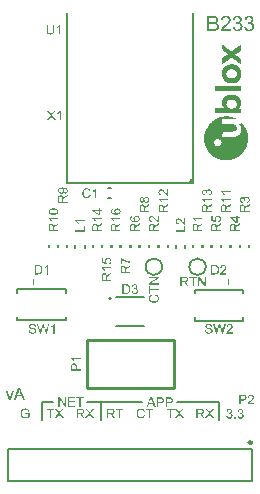
<source format=gto>
G04*
G04 #@! TF.GenerationSoftware,Altium Limited,Altium Designer,21.6.4 (81)*
G04*
G04 Layer_Color=65535*
%FSLAX44Y44*%
%MOMM*%
G71*
G04*
G04 #@! TF.SameCoordinates,6D38FECB-4D46-452B-8F31-296BD34E144B*
G04*
G04*
G04 #@! TF.FilePolarity,Positive*
G04*
G01*
G75*
%ADD10C,0.1270*%
%ADD11C,0.2540*%
%ADD12C,0.1275*%
%ADD13C,0.1016*%
%ADD14C,0.2000*%
%ADD15C,0.1520*%
G36*
X203527Y370580D02*
Y370492D01*
X203545Y370369D01*
Y370245D01*
X203562Y370104D01*
Y368447D01*
X203545Y368253D01*
Y368077D01*
X203510Y365592D01*
X201165Y363847D01*
X200812Y363600D01*
X200495Y363353D01*
X200213Y363141D01*
X199966Y362965D01*
X199772Y362824D01*
X199632Y362701D01*
X199543Y362630D01*
X199508Y362613D01*
X199279Y362436D01*
X199120Y362313D01*
X198997Y362207D01*
X198926Y362154D01*
X198874Y362101D01*
X198856Y362084D01*
Y362066D01*
X198891Y362031D01*
X198962Y361960D01*
X199085Y361855D01*
X199208Y361749D01*
X199332Y361661D01*
X199455Y361572D01*
X199526Y361502D01*
X199561Y361484D01*
X199825Y361291D01*
X200107Y361079D01*
X200389Y360867D01*
X200636Y360691D01*
X200865Y360515D01*
X201042Y360392D01*
X201112Y360339D01*
X201165Y360303D01*
X201183Y360268D01*
X201200D01*
X203510Y358593D01*
X203545Y356214D01*
X203580Y353834D01*
X199790Y356707D01*
X199208Y357130D01*
X198680Y357501D01*
X198221Y357836D01*
X198010Y357994D01*
X197816Y358117D01*
X197640Y358241D01*
X197481Y358364D01*
X197358Y358452D01*
X197252Y358541D01*
X197164Y358593D01*
X197093Y358646D01*
X197058Y358664D01*
X197040Y358682D01*
X196846Y358840D01*
X196652Y358964D01*
X196511Y359069D01*
X196370Y359175D01*
X196265Y359263D01*
X196159Y359334D01*
X196018Y359440D01*
X195930Y359510D01*
X195877Y359545D01*
X195859Y359563D01*
X195842D01*
X195789Y359528D01*
X195736Y359492D01*
X195648Y359440D01*
X195454Y359316D01*
X195242Y359175D01*
X195031Y359034D01*
X194854Y358911D01*
X194784Y358858D01*
X194731Y358823D01*
X194696Y358805D01*
X194678Y358787D01*
X194237Y358488D01*
X193779Y358153D01*
X193321Y357836D01*
X192898Y357536D01*
X192722Y357395D01*
X192545Y357254D01*
X192386Y357148D01*
X192246Y357042D01*
X192140Y356954D01*
X192052Y356901D01*
X191999Y356866D01*
X191981Y356848D01*
X191417Y356443D01*
X190906Y356073D01*
X190465Y355755D01*
X190254Y355614D01*
X190060Y355473D01*
X189901Y355350D01*
X189760Y355244D01*
X189619Y355156D01*
X189513Y355068D01*
X189425Y355015D01*
X189372Y354962D01*
X189337Y354945D01*
X189319Y354927D01*
X189125Y354786D01*
X188949Y354663D01*
X188790Y354557D01*
X188667Y354469D01*
X188544Y354398D01*
X188456Y354328D01*
X188315Y354239D01*
X188226Y354169D01*
X188174Y354151D01*
X188156Y354134D01*
X188138Y354169D01*
Y354239D01*
X188121Y354363D01*
Y354504D01*
X188103Y354627D01*
Y355139D01*
X188085Y355438D01*
Y359052D01*
X190430Y360726D01*
X190782Y360973D01*
X191082Y361202D01*
X191364Y361396D01*
X191611Y361572D01*
X191805Y361714D01*
X191964Y361819D01*
X192052Y361890D01*
X192087Y361908D01*
X192316Y362084D01*
X192475Y362225D01*
X192580Y362313D01*
X192669Y362383D01*
X192704Y362436D01*
X192722Y362454D01*
Y362472D01*
X192686Y362507D01*
X192616Y362577D01*
X192510Y362665D01*
X192386Y362754D01*
X192263Y362859D01*
X192157Y362930D01*
X192087Y363000D01*
X192052Y363018D01*
X191787Y363229D01*
X191523Y363423D01*
X191241Y363635D01*
X190994Y363811D01*
X190765Y363970D01*
X190588Y364111D01*
X190518Y364146D01*
X190465Y364181D01*
X190448Y364217D01*
X190430D01*
X188156Y365856D01*
X188121Y368148D01*
X188103Y368500D01*
Y370016D01*
X188121Y370175D01*
Y370298D01*
X188138Y370369D01*
Y370422D01*
X188156Y370439D01*
Y370457D01*
X188191Y370439D01*
X188244Y370404D01*
X188332Y370351D01*
X188420Y370298D01*
X188508Y370228D01*
X188597Y370175D01*
X188650Y370140D01*
X188667Y370122D01*
X189037Y369857D01*
X189214Y369716D01*
X189390Y369593D01*
X189531Y369487D01*
X189654Y369399D01*
X189725Y369329D01*
X189760Y369311D01*
X190024Y369117D01*
X190306Y368906D01*
X190606Y368694D01*
X190871Y368500D01*
X191117Y368306D01*
X191311Y368165D01*
X191382Y368112D01*
X191435Y368077D01*
X191470Y368060D01*
X191488Y368042D01*
X191875Y367760D01*
X192228Y367495D01*
X192563Y367266D01*
X192827Y367072D01*
X193074Y366896D01*
X193250Y366773D01*
X193303Y366720D01*
X193356Y366702D01*
X193374Y366667D01*
X193391D01*
X193709Y366438D01*
X193991Y366226D01*
X194255Y366050D01*
X194484Y365891D01*
X194660Y365750D01*
X194802Y365662D01*
X194890Y365592D01*
X194925Y365574D01*
X195154Y365415D01*
X195313Y365292D01*
X195436Y365204D01*
X195524Y365133D01*
X195577Y365080D01*
X195612Y365045D01*
X195630Y365028D01*
X195648D01*
X195700Y365045D01*
X195771Y365080D01*
X195842Y365116D01*
X196035Y365239D01*
X196247Y365363D01*
X196458Y365504D01*
X196635Y365627D01*
X196705Y365662D01*
X196758Y365697D01*
X196793Y365733D01*
X196811D01*
X197252Y366032D01*
X197710Y366367D01*
X198186Y366702D01*
X198627Y367020D01*
X198821Y367178D01*
X199014Y367301D01*
X199191Y367425D01*
X199332Y367531D01*
X199455Y367619D01*
X199543Y367689D01*
X199596Y367725D01*
X199614Y367742D01*
X200196Y368165D01*
X200707Y368571D01*
X201183Y368906D01*
X201394Y369064D01*
X201588Y369205D01*
X201764Y369329D01*
X201905Y369452D01*
X202047Y369540D01*
X202152Y369628D01*
X202240Y369681D01*
X202311Y369734D01*
X202346Y369752D01*
X202364Y369769D01*
X202558Y369910D01*
X202734Y370051D01*
X202893Y370157D01*
X203034Y370263D01*
X203139Y370333D01*
X203228Y370404D01*
X203368Y370510D01*
X203457Y370580D01*
X203492Y370598D01*
X203510Y370616D01*
X203527Y370580D01*
D02*
G37*
G36*
X197111Y353746D02*
X197393D01*
X197587D01*
X197745Y353728D01*
X197816D01*
X197851D01*
X198063Y353711D01*
X198239Y353675D01*
X198415Y353640D01*
X198556Y353605D01*
X198680Y353570D01*
X198785Y353534D01*
X198838Y353517D01*
X198856Y353499D01*
X199208Y353376D01*
X199543Y353217D01*
X199861Y353076D01*
X200160Y352917D01*
X200442Y352759D01*
X200707Y352600D01*
X200936Y352441D01*
X201147Y352283D01*
X201341Y352124D01*
X201518Y352001D01*
X201659Y351877D01*
X201782Y351772D01*
X201870Y351683D01*
X201941Y351613D01*
X201976Y351578D01*
X201994Y351560D01*
X202205Y351313D01*
X202399Y351067D01*
X202752Y350520D01*
X203034Y349974D01*
X203280Y349462D01*
X203368Y349216D01*
X203457Y349004D01*
X203510Y348810D01*
X203580Y348634D01*
X203615Y348493D01*
X203651Y348387D01*
X203668Y348317D01*
Y348299D01*
X203756Y347929D01*
X203809Y347523D01*
X203862Y347118D01*
X203880Y346712D01*
X203897Y346360D01*
X203915Y346201D01*
Y345813D01*
X203897Y345249D01*
X203880Y344756D01*
X203845Y344333D01*
X203809Y344139D01*
X203792Y343980D01*
X203774Y343821D01*
X203739Y343680D01*
X203721Y343575D01*
X203703Y343487D01*
X203686Y343416D01*
Y343346D01*
X203668Y343328D01*
Y343310D01*
X203562Y342923D01*
X203439Y342552D01*
X203298Y342200D01*
X203157Y341865D01*
X202998Y341565D01*
X202840Y341283D01*
X202681Y341019D01*
X202522Y340772D01*
X202381Y340560D01*
X202240Y340367D01*
X202117Y340208D01*
X201994Y340067D01*
X201905Y339961D01*
X201835Y339891D01*
X201800Y339838D01*
X201782Y339820D01*
X201518Y339573D01*
X201253Y339344D01*
X200971Y339133D01*
X200672Y338956D01*
X200389Y338780D01*
X200107Y338639D01*
X199579Y338375D01*
X199332Y338287D01*
X199103Y338198D01*
X198891Y338128D01*
X198715Y338057D01*
X198574Y338022D01*
X198468Y337987D01*
X198398Y337969D01*
X198380D01*
X198010Y337899D01*
X197587Y337863D01*
X197164Y337828D01*
X196758Y337793D01*
X196406D01*
X196247Y337775D01*
X196106D01*
X196000D01*
X195912D01*
X195859D01*
X195842D01*
X195260Y337793D01*
X194749Y337811D01*
X194537Y337828D01*
X194326Y337846D01*
X194132Y337863D01*
X193955Y337881D01*
X193797Y337899D01*
X193673Y337916D01*
X193550D01*
X193462Y337934D01*
X193374Y337952D01*
X193321Y337969D01*
X193303D01*
X193286D01*
X192915Y338075D01*
X192563Y338181D01*
X192228Y338322D01*
X191911Y338463D01*
X191611Y338621D01*
X191329Y338780D01*
X191064Y338939D01*
X190835Y339097D01*
X190624Y339256D01*
X190430Y339397D01*
X190271Y339520D01*
X190130Y339644D01*
X190024Y339732D01*
X189954Y339802D01*
X189901Y339855D01*
X189883Y339873D01*
X189637Y340155D01*
X189408Y340437D01*
X189196Y340737D01*
X189002Y341036D01*
X188826Y341318D01*
X188685Y341618D01*
X188420Y342164D01*
X188332Y342411D01*
X188244Y342640D01*
X188174Y342852D01*
X188103Y343028D01*
X188068Y343169D01*
X188032Y343275D01*
X188015Y343346D01*
Y343363D01*
X187980Y343540D01*
X187944Y343733D01*
X187909Y344156D01*
X187874Y344597D01*
X187856Y345056D01*
Y346466D01*
X187874Y346783D01*
X187892Y347065D01*
X187909Y347329D01*
X187927Y347559D01*
X187962Y347770D01*
X187980Y347964D01*
X187997Y348123D01*
X188032Y348264D01*
X188050Y348387D01*
X188068Y348493D01*
X188085Y348563D01*
X188103Y348634D01*
Y348669D01*
X188121Y348704D01*
X188367Y349374D01*
X188508Y349674D01*
X188650Y349974D01*
X188790Y350238D01*
X188932Y350485D01*
X189072Y350714D01*
X189214Y350925D01*
X189355Y351119D01*
X189478Y351278D01*
X189584Y351419D01*
X189672Y351542D01*
X189760Y351631D01*
X189813Y351701D01*
X189848Y351736D01*
X189866Y351754D01*
X190324Y352177D01*
X190782Y352530D01*
X191258Y352829D01*
X191699Y353058D01*
X191911Y353164D01*
X192087Y353235D01*
X192263Y353305D01*
X192404Y353358D01*
X192528Y353411D01*
X192616Y353446D01*
X192669Y353464D01*
X192686D01*
X193144Y353587D01*
X193356Y353623D01*
X193532Y353658D01*
X193691Y353693D01*
X193797D01*
X193867Y353711D01*
X193902D01*
X194026Y353728D01*
X194149D01*
X194467Y353746D01*
X194784D01*
X195119Y353764D01*
X195418D01*
X195542D01*
X195665D01*
X195753D01*
X195824D01*
X195877D01*
X195894D01*
X196141D01*
X196370D01*
X196582D01*
X196776D01*
X197111Y353746D01*
D02*
G37*
G36*
X203580Y331006D02*
X192722D01*
X181828D01*
Y335166D01*
X203580D01*
Y331006D01*
D02*
G37*
G36*
X196793Y328186D02*
X197216Y328168D01*
X197569Y328133D01*
X197728Y328115D01*
X197869Y328098D01*
X197992Y328080D01*
X198080Y328063D01*
X198168Y328045D01*
X198221D01*
X198256Y328027D01*
X198274D01*
X198662Y327957D01*
X199014Y327851D01*
X199349Y327763D01*
X199649Y327657D01*
X199896Y327551D01*
X200090Y327481D01*
X200160Y327445D01*
X200213Y327428D01*
X200231Y327410D01*
X200248D01*
X200548Y327252D01*
X200812Y327093D01*
X201077Y326934D01*
X201324Y326758D01*
X201553Y326582D01*
X201747Y326423D01*
X201941Y326264D01*
X202099Y326106D01*
X202258Y325947D01*
X202381Y325824D01*
X202505Y325700D01*
X202593Y325595D01*
X202663Y325507D01*
X202716Y325436D01*
X202734Y325401D01*
X202752Y325383D01*
X203051Y324907D01*
X203280Y324396D01*
X203474Y323885D01*
X203615Y323391D01*
X203686Y323180D01*
X203721Y322968D01*
X203756Y322774D01*
X203792Y322633D01*
X203809Y322492D01*
X203827Y322404D01*
X203845Y322333D01*
Y322316D01*
X203897Y321734D01*
X203915Y321205D01*
X203897Y320712D01*
X203880Y320483D01*
X203845Y320289D01*
X203827Y320095D01*
X203792Y319918D01*
X203774Y319778D01*
X203739Y319654D01*
X203721Y319566D01*
X203703Y319478D01*
X203686Y319443D01*
Y319425D01*
X203510Y318949D01*
X203298Y318508D01*
X203069Y318120D01*
X202857Y317786D01*
X202646Y317504D01*
X202558Y317398D01*
X202487Y317310D01*
X202417Y317239D01*
X202364Y317186D01*
X202346Y317151D01*
X202328Y317133D01*
X202152Y316939D01*
X201994Y316781D01*
X201905Y316657D01*
X201870Y316640D01*
Y316622D01*
X201800Y316552D01*
X201747Y316499D01*
X201676Y316428D01*
X201659Y316393D01*
X201676Y316375D01*
X201694D01*
X201800Y316358D01*
X201888Y316340D01*
X201923D01*
X201941D01*
X202152Y316322D01*
X202381D01*
X202487D01*
X202558D01*
X202610D01*
X202628D01*
X203580D01*
Y312303D01*
X192810D01*
X191999D01*
X191223D01*
X190871D01*
X190518D01*
X190201D01*
X189901D01*
X189619D01*
X189372D01*
X189161D01*
X188967D01*
X188826D01*
X188720D01*
X188650D01*
X188632D01*
X187927Y312321D01*
X187274D01*
X186975D01*
X186675Y312339D01*
X186428D01*
X186182D01*
X185952D01*
X185759D01*
X185600D01*
X185459D01*
X185336D01*
X185265D01*
X185212D01*
X185194D01*
X184666D01*
X184190D01*
X183784Y312356D01*
X183449D01*
X183308D01*
X183185D01*
X183079Y312374D01*
X182991D01*
X182920D01*
X182868D01*
X182850D01*
X182832D01*
X182674D01*
X182533D01*
X182427D01*
X182321Y312391D01*
X182162D01*
X182057Y312409D01*
X182004D01*
X181969Y312427D01*
X181951D01*
X181933Y312462D01*
X181916Y312550D01*
Y312656D01*
X181898Y312762D01*
Y312885D01*
X181880Y312991D01*
Y313079D01*
X181863Y313326D01*
X181845Y313573D01*
Y313819D01*
X181828Y314049D01*
Y316622D01*
X189901D01*
X189266Y317292D01*
X189002Y317592D01*
X188790Y317891D01*
X188614Y318156D01*
X188456Y318403D01*
X188350Y318596D01*
X188262Y318755D01*
X188226Y318861D01*
X188209Y318896D01*
X188103Y319213D01*
X188015Y319566D01*
X187944Y319901D01*
X187892Y320218D01*
X187856Y320500D01*
X187839Y320624D01*
Y320729D01*
X187821Y320817D01*
Y321576D01*
X187856Y322140D01*
X187874Y322404D01*
X187909Y322651D01*
X187944Y322880D01*
X187980Y323092D01*
X188015Y323285D01*
X188050Y323444D01*
X188085Y323603D01*
X188121Y323708D01*
X188156Y323814D01*
X188174Y323885D01*
X188191Y323920D01*
Y323938D01*
X188385Y324396D01*
X188597Y324837D01*
X188843Y325207D01*
X189072Y325559D01*
X189302Y325824D01*
X189390Y325947D01*
X189478Y326035D01*
X189548Y326106D01*
X189584Y326159D01*
X189619Y326194D01*
X189637Y326212D01*
X190042Y326564D01*
X190483Y326864D01*
X190906Y327128D01*
X191329Y327340D01*
X191505Y327428D01*
X191681Y327498D01*
X191840Y327569D01*
X191964Y327622D01*
X192069Y327657D01*
X192157Y327692D01*
X192210Y327710D01*
X192228D01*
X192827Y327886D01*
X193427Y328010D01*
X194026Y328098D01*
X194326Y328133D01*
X194590Y328151D01*
X194854Y328186D01*
X195084Y328204D01*
X195278D01*
X195454Y328221D01*
X195612D01*
X195718D01*
X195789D01*
X195806D01*
X196318D01*
X196793Y328186D01*
D02*
G37*
G36*
X191875Y309800D02*
X192175D01*
X192475Y309783D01*
X192757Y309765D01*
X193004Y309747D01*
X193250Y309730D01*
X193462Y309712D01*
X193656Y309677D01*
X193832Y309659D01*
X193973Y309642D01*
X194096Y309624D01*
X194202Y309606D01*
X194273D01*
X194308Y309589D01*
X194326D01*
X194784Y309518D01*
X195242Y309412D01*
X195683Y309307D01*
X196088Y309201D01*
X196282Y309148D01*
X196441Y309095D01*
X196600Y309060D01*
X196723Y309007D01*
X196829Y308989D01*
X196899Y308954D01*
X196952Y308937D01*
X196970D01*
X197481Y308760D01*
X197957Y308584D01*
X198362Y308425D01*
X198715Y308267D01*
X198874Y308196D01*
X198997Y308143D01*
X199120Y308090D01*
X199208Y308037D01*
X199279Y308002D01*
X199332Y307967D01*
X199367Y307949D01*
X199385D01*
X200319Y307473D01*
X194220D01*
X188085D01*
Y303190D01*
X192951Y303155D01*
X193532D01*
X194079Y303137D01*
X194555D01*
X194978Y303119D01*
X195366D01*
X195718D01*
X196018Y303102D01*
X196265D01*
X196494Y303084D01*
X196670D01*
X196811D01*
X196935D01*
X197023Y303067D01*
X197076D01*
X197111D01*
X197128D01*
X197428Y303049D01*
X197692Y303014D01*
X197904Y302978D01*
X198080Y302943D01*
X198221Y302908D01*
X198309Y302873D01*
X198362Y302855D01*
X198380D01*
X198732Y302679D01*
X199014Y302485D01*
X199261Y302291D01*
X199455Y302097D01*
X199596Y301921D01*
X199702Y301780D01*
X199755Y301692D01*
X199772Y301674D01*
Y301656D01*
X199896Y301357D01*
X199984Y301022D01*
X200054Y300669D01*
X200090Y300334D01*
X200107Y300052D01*
X200125Y299929D01*
Y299594D01*
X200090Y299277D01*
X200054Y299012D01*
X200019Y298783D01*
X199966Y298607D01*
X199931Y298466D01*
X199914Y298360D01*
X199878Y298307D01*
Y298289D01*
X199790Y298131D01*
X199684Y297990D01*
X199561Y297849D01*
X199420Y297725D01*
X199314Y297637D01*
X199208Y297549D01*
X199138Y297496D01*
X199120Y297479D01*
X199032Y297426D01*
X198926Y297373D01*
X198680Y297267D01*
X198398Y297197D01*
X198133Y297126D01*
X197869Y297091D01*
X197657Y297055D01*
X197587D01*
X197516Y297038D01*
X197481D01*
X197463D01*
X197199Y297020D01*
X196899Y297003D01*
X196564D01*
X196194Y296985D01*
X195824D01*
X195418Y296967D01*
X194625D01*
X194255Y296950D01*
X193902D01*
X193568D01*
X193286D01*
X193056D01*
X192880D01*
X192810D01*
X192757D01*
X192739D01*
X192722D01*
X188156D01*
X188085Y292631D01*
X193850Y292666D01*
X194520Y292684D01*
X195136D01*
X195700Y292701D01*
X196194D01*
X196652Y292719D01*
X197058D01*
X197410Y292737D01*
X197710D01*
X197974Y292754D01*
X198204D01*
X198380D01*
X198521Y292772D01*
X198627D01*
X198715D01*
X198750D01*
X198768D01*
X199156Y292790D01*
X199491Y292825D01*
X199772Y292860D01*
X199984Y292895D01*
X200160Y292913D01*
X200266Y292948D01*
X200337Y292966D01*
X200354D01*
X200654Y293072D01*
X200918Y293195D01*
X201430Y293477D01*
X201659Y293636D01*
X201870Y293777D01*
X202064Y293935D01*
X202240Y294094D01*
X202381Y294235D01*
X202522Y294376D01*
X202646Y294499D01*
X202734Y294605D01*
X202804Y294693D01*
X202857Y294764D01*
X202893Y294799D01*
X202910Y294817D01*
X203069Y295064D01*
X203228Y295328D01*
X203474Y295875D01*
X203651Y296421D01*
X203774Y296932D01*
X203827Y297161D01*
X203862Y297390D01*
X203897Y297567D01*
X203915Y297743D01*
X203933Y297866D01*
X203950Y297972D01*
Y298060D01*
X203968Y298589D01*
Y299083D01*
X203933Y299506D01*
X203897Y299876D01*
X203862Y300035D01*
X203845Y300176D01*
X203809Y300299D01*
X203792Y300405D01*
X203774Y300493D01*
X203756Y300546D01*
X203739Y300581D01*
Y300599D01*
X203598Y300986D01*
X203421Y301357D01*
X203245Y301692D01*
X203051Y301991D01*
X202893Y302238D01*
X202752Y302414D01*
X202699Y302485D01*
X202663Y302538D01*
X202628Y302555D01*
Y302573D01*
X202470Y302732D01*
X202346Y302855D01*
X202276Y302943D01*
X202240Y302978D01*
X202135Y303102D01*
X202082Y303190D01*
X202064Y303225D01*
Y303243D01*
X202082Y303260D01*
X202099D01*
X202170Y303278D01*
X202258Y303296D01*
X202276D01*
X202293D01*
X202470Y303313D01*
X202646D01*
X202716D01*
X202787D01*
X202822D01*
X202840D01*
X203580D01*
Y305164D01*
X204708Y304054D01*
X205343Y303331D01*
X205924Y302591D01*
X206189Y302220D01*
X206436Y301868D01*
X206665Y301533D01*
X206859Y301216D01*
X207053Y300916D01*
X207211Y300634D01*
X207352Y300387D01*
X207476Y300193D01*
X207564Y300017D01*
X207634Y299894D01*
X207670Y299823D01*
X207687Y299788D01*
X208110Y298889D01*
X208480Y298007D01*
X208639Y297567D01*
X208780Y297144D01*
X208921Y296738D01*
X209027Y296368D01*
X209133Y296015D01*
X209238Y295698D01*
X209309Y295416D01*
X209380Y295169D01*
X209415Y294975D01*
X209450Y294834D01*
X209485Y294746D01*
Y294711D01*
X209538Y294482D01*
X209573Y294217D01*
X209644Y293671D01*
X209679Y293107D01*
X209715Y292543D01*
X209732Y292296D01*
Y292049D01*
X209750Y291838D01*
Y290868D01*
X209732Y290480D01*
Y290128D01*
X209715Y289775D01*
X209679Y289476D01*
X209662Y289176D01*
X209644Y288912D01*
X209609Y288682D01*
X209591Y288471D01*
X209573Y288295D01*
X209538Y288136D01*
X209521Y287995D01*
X209503Y287907D01*
Y287819D01*
X209485Y287783D01*
Y287766D01*
X209291Y286937D01*
X209080Y286162D01*
X208957Y285791D01*
X208851Y285439D01*
X208727Y285122D01*
X208622Y284804D01*
X208516Y284540D01*
X208428Y284275D01*
X208340Y284064D01*
X208251Y283888D01*
X208199Y283729D01*
X208146Y283623D01*
X208128Y283553D01*
X208110Y283535D01*
X207758Y282795D01*
X207388Y282107D01*
X207211Y281790D01*
X207017Y281473D01*
X206841Y281191D01*
X206665Y280926D01*
X206506Y280679D01*
X206365Y280468D01*
X206224Y280274D01*
X206118Y280115D01*
X206013Y279992D01*
X205942Y279886D01*
X205907Y279833D01*
X205889Y279816D01*
X205378Y279199D01*
X204849Y278617D01*
X204338Y278088D01*
X204091Y277859D01*
X203862Y277630D01*
X203651Y277436D01*
X203457Y277260D01*
X203280Y277101D01*
X203122Y276978D01*
X202998Y276872D01*
X202910Y276801D01*
X202857Y276749D01*
X202840Y276731D01*
X202188Y276237D01*
X201535Y275779D01*
X200901Y275374D01*
X200601Y275197D01*
X200319Y275039D01*
X200054Y274898D01*
X199825Y274757D01*
X199614Y274651D01*
X199438Y274563D01*
X199279Y274492D01*
X199173Y274439D01*
X199103Y274404D01*
X199085Y274386D01*
X198274Y274034D01*
X197463Y273717D01*
X196705Y273470D01*
X196353Y273364D01*
X196018Y273258D01*
X195700Y273188D01*
X195418Y273117D01*
X195172Y273047D01*
X194960Y273011D01*
X194784Y272976D01*
X194660Y272941D01*
X194590Y272923D01*
X194555D01*
X193673Y272782D01*
X192827Y272694D01*
X192422Y272659D01*
X192034Y272641D01*
X191664Y272624D01*
X191311D01*
X190994Y272606D01*
X190712Y272624D01*
X190448D01*
X190236D01*
X190060D01*
X189936Y272641D01*
X189866D01*
X189830D01*
X188949Y272729D01*
X188103Y272853D01*
X187698Y272941D01*
X187310Y273011D01*
X186957Y273082D01*
X186605Y273170D01*
X186305Y273241D01*
X186023Y273311D01*
X185776Y273382D01*
X185565Y273435D01*
X185406Y273487D01*
X185283Y273523D01*
X185194Y273558D01*
X185177D01*
X184348Y273875D01*
X183555Y274210D01*
X183203Y274386D01*
X182850Y274563D01*
X182515Y274739D01*
X182215Y274898D01*
X181933Y275056D01*
X181687Y275197D01*
X181475Y275321D01*
X181281Y275426D01*
X181140Y275515D01*
X181034Y275585D01*
X180964Y275620D01*
X180946Y275638D01*
X180312Y276096D01*
X179712Y276555D01*
X179184Y277013D01*
X178937Y277225D01*
X178708Y277436D01*
X178496Y277612D01*
X178320Y277789D01*
X178161Y277930D01*
X178020Y278071D01*
X177914Y278176D01*
X177844Y278247D01*
X177791Y278300D01*
X177773Y278317D01*
X177262Y278864D01*
X176786Y279428D01*
X176381Y279957D01*
X176010Y280450D01*
X175870Y280662D01*
X175728Y280873D01*
X175605Y281050D01*
X175499Y281191D01*
X175429Y281314D01*
X175376Y281420D01*
X175341Y281473D01*
X175323Y281490D01*
X174953Y282143D01*
X174618Y282812D01*
X174318Y283429D01*
X174195Y283729D01*
X174072Y283993D01*
X173966Y284258D01*
X173878Y284487D01*
X173807Y284681D01*
X173736Y284857D01*
X173684Y284998D01*
X173648Y285104D01*
X173613Y285175D01*
Y285192D01*
X173384Y285933D01*
X173172Y286655D01*
X173014Y287360D01*
X172943Y287678D01*
X172873Y287995D01*
X172820Y288277D01*
X172767Y288541D01*
X172732Y288771D01*
X172696Y288964D01*
X172679Y289123D01*
X172661Y289229D01*
X172644Y289317D01*
Y289335D01*
X172626Y289493D01*
Y290956D01*
X172644Y291168D01*
Y291362D01*
X172661Y291538D01*
Y291838D01*
X172679Y291926D01*
Y292014D01*
X172696Y292367D01*
X172714Y292701D01*
X172732Y293001D01*
X172749Y293283D01*
X172767Y293530D01*
X172785Y293759D01*
X172802Y293953D01*
X172820Y294147D01*
X172838Y294306D01*
X172855Y294429D01*
X172873Y294552D01*
X172890Y294641D01*
Y294711D01*
X172908Y294764D01*
Y294799D01*
X173031Y295328D01*
X173172Y295857D01*
X173314Y296350D01*
X173472Y296844D01*
X173631Y297320D01*
X173789Y297761D01*
X173966Y298184D01*
X174124Y298571D01*
X174265Y298924D01*
X174406Y299241D01*
X174547Y299523D01*
X174653Y299753D01*
X174759Y299946D01*
X174829Y300088D01*
X174865Y300158D01*
X174882Y300193D01*
X175429Y301092D01*
X175711Y301515D01*
X175993Y301938D01*
X176275Y302309D01*
X176557Y302679D01*
X176821Y303014D01*
X177086Y303331D01*
X177315Y303613D01*
X177544Y303860D01*
X177738Y304071D01*
X177914Y304265D01*
X178055Y304406D01*
X178161Y304512D01*
X178232Y304583D01*
X178249Y304600D01*
X179007Y305305D01*
X179395Y305623D01*
X179783Y305922D01*
X180171Y306204D01*
X180541Y306486D01*
X180893Y306733D01*
X181228Y306945D01*
X181546Y307156D01*
X181828Y307332D01*
X182092Y307491D01*
X182304Y307614D01*
X182480Y307703D01*
X182621Y307791D01*
X182691Y307826D01*
X182727Y307844D01*
X183203Y308073D01*
X183678Y308284D01*
X184137Y308478D01*
X184613Y308654D01*
X185071Y308813D01*
X185512Y308954D01*
X185935Y309077D01*
X186340Y309201D01*
X186710Y309289D01*
X187045Y309377D01*
X187345Y309448D01*
X187592Y309501D01*
X187803Y309536D01*
X187962Y309571D01*
X188050Y309589D01*
X188085D01*
X188579Y309659D01*
X189108Y309730D01*
X189619Y309765D01*
X190113Y309783D01*
X190342Y309800D01*
X190553D01*
X190730Y309818D01*
X190888D01*
X191029D01*
X191117D01*
X191188D01*
X191206D01*
X191875Y309800D01*
D02*
G37*
G36*
X210802Y394991D02*
X210895D01*
X211006Y394972D01*
X211126Y394963D01*
X211255Y394944D01*
X211404Y394917D01*
X211551Y394889D01*
X211875Y394806D01*
X212051Y394760D01*
X212217Y394695D01*
X212383Y394630D01*
X212550Y394547D01*
X212559Y394538D01*
X212587Y394529D01*
X212633Y394501D01*
X212698Y394464D01*
X212772Y394417D01*
X212855Y394362D01*
X212948Y394297D01*
X213049Y394223D01*
X213271Y394048D01*
X213493Y393835D01*
X213706Y393595D01*
X213807Y393456D01*
X213900Y393317D01*
X213909Y393308D01*
X213918Y393280D01*
X213946Y393243D01*
X213974Y393179D01*
X214011Y393114D01*
X214048Y393021D01*
X214094Y392929D01*
X214140Y392818D01*
X214177Y392698D01*
X214223Y392578D01*
X214297Y392300D01*
X214353Y391995D01*
X214362Y391838D01*
X214371Y391672D01*
Y391662D01*
Y391635D01*
Y391588D01*
X214362Y391533D01*
Y391459D01*
X214344Y391376D01*
X214334Y391274D01*
X214316Y391172D01*
X214260Y390932D01*
X214177Y390682D01*
X214131Y390553D01*
X214066Y390414D01*
X214002Y390285D01*
X213918Y390155D01*
X213909Y390146D01*
X213900Y390128D01*
X213872Y390091D01*
X213835Y390044D01*
X213789Y389989D01*
X213733Y389924D01*
X213669Y389850D01*
X213585Y389767D01*
X213502Y389684D01*
X213400Y389601D01*
X213299Y389508D01*
X213179Y389416D01*
X213049Y389332D01*
X212910Y389240D01*
X212763Y389157D01*
X212605Y389083D01*
X212615D01*
X212652Y389074D01*
X212716Y389055D01*
X212790Y389027D01*
X212892Y389000D01*
X213003Y388953D01*
X213123Y388907D01*
X213253Y388842D01*
X213391Y388778D01*
X213539Y388694D01*
X213687Y388611D01*
X213835Y388510D01*
X213974Y388399D01*
X214112Y388278D01*
X214251Y388140D01*
X214371Y387992D01*
X214380Y387983D01*
X214399Y387955D01*
X214427Y387909D01*
X214473Y387844D01*
X214519Y387761D01*
X214575Y387668D01*
X214630Y387557D01*
X214686Y387428D01*
X214741Y387280D01*
X214806Y387123D01*
X214852Y386956D01*
X214898Y386771D01*
X214944Y386577D01*
X214972Y386374D01*
X214991Y386161D01*
X215000Y385930D01*
Y385912D01*
Y385856D01*
X214991Y385764D01*
X214981Y385653D01*
X214963Y385505D01*
X214935Y385338D01*
X214898Y385153D01*
X214843Y384950D01*
X214778Y384728D01*
X214704Y384506D01*
X214602Y384266D01*
X214482Y384025D01*
X214344Y383785D01*
X214177Y383545D01*
X213983Y383314D01*
X213770Y383092D01*
X213752Y383082D01*
X213715Y383045D01*
X213650Y382981D01*
X213548Y382907D01*
X213428Y382823D01*
X213290Y382722D01*
X213114Y382620D01*
X212929Y382509D01*
X212716Y382398D01*
X212476Y382296D01*
X212226Y382195D01*
X211949Y382112D01*
X211662Y382038D01*
X211348Y381973D01*
X211024Y381936D01*
X210682Y381927D01*
X210608D01*
X210516Y381936D01*
X210405Y381945D01*
X210257Y381954D01*
X210091Y381982D01*
X209906Y382010D01*
X209702Y382056D01*
X209490Y382102D01*
X209258Y382167D01*
X209027Y382250D01*
X208787Y382352D01*
X208556Y382463D01*
X208325Y382592D01*
X208093Y382750D01*
X207881Y382925D01*
X207872Y382934D01*
X207835Y382971D01*
X207779Y383027D01*
X207705Y383110D01*
X207622Y383212D01*
X207520Y383332D01*
X207419Y383471D01*
X207308Y383628D01*
X207197Y383804D01*
X207086Y384007D01*
X206984Y384220D01*
X206882Y384451D01*
X206799Y384700D01*
X206716Y384959D01*
X206660Y385237D01*
X206623Y385532D01*
X208195Y385745D01*
Y385727D01*
X208204Y385690D01*
X208223Y385616D01*
X208251Y385523D01*
X208279Y385412D01*
X208315Y385292D01*
X208362Y385153D01*
X208408Y385005D01*
X208537Y384682D01*
X208694Y384368D01*
X208787Y384210D01*
X208889Y384062D01*
X208990Y383933D01*
X209111Y383813D01*
X209120Y383804D01*
X209138Y383785D01*
X209175Y383757D01*
X209231Y383720D01*
X209286Y383674D01*
X209369Y383628D01*
X209453Y383572D01*
X209554Y383526D01*
X209665Y383471D01*
X209785Y383415D01*
X209915Y383369D01*
X210054Y383323D01*
X210201Y383286D01*
X210359Y383258D01*
X210516Y383240D01*
X210692Y383230D01*
X210738D01*
X210802Y383240D01*
X210877D01*
X210978Y383258D01*
X211089Y383267D01*
X211209Y383295D01*
X211348Y383323D01*
X211487Y383369D01*
X211644Y383415D01*
X211801Y383480D01*
X211958Y383554D01*
X212115Y383646D01*
X212272Y383748D01*
X212421Y383859D01*
X212568Y383998D01*
X212578Y384007D01*
X212605Y384035D01*
X212642Y384072D01*
X212689Y384136D01*
X212744Y384210D01*
X212809Y384303D01*
X212883Y384404D01*
X212957Y384525D01*
X213021Y384654D01*
X213095Y384802D01*
X213160Y384950D01*
X213216Y385126D01*
X213262Y385301D01*
X213299Y385486D01*
X213326Y385690D01*
X213336Y385893D01*
Y385902D01*
Y385939D01*
Y385995D01*
X213326Y386078D01*
X213317Y386161D01*
X213299Y386272D01*
X213280Y386392D01*
X213243Y386522D01*
X213206Y386660D01*
X213160Y386808D01*
X213105Y386956D01*
X213040Y387104D01*
X212957Y387252D01*
X212855Y387400D01*
X212753Y387539D01*
X212624Y387677D01*
X212615Y387687D01*
X212596Y387705D01*
X212550Y387742D01*
X212494Y387788D01*
X212430Y387844D01*
X212346Y387899D01*
X212245Y387964D01*
X212134Y388029D01*
X212014Y388093D01*
X211875Y388158D01*
X211727Y388214D01*
X211570Y388269D01*
X211404Y388315D01*
X211219Y388352D01*
X211034Y388371D01*
X210830Y388380D01*
X210747D01*
X210655Y388371D01*
X210525Y388362D01*
X210359Y388343D01*
X210174Y388306D01*
X209961Y388269D01*
X209721Y388214D01*
X209896Y389591D01*
X209924D01*
X209952Y389582D01*
X209989D01*
X210072Y389573D01*
X210248D01*
X210312Y389582D01*
X210405Y389591D01*
X210507Y389601D01*
X210618Y389619D01*
X210747Y389637D01*
X210886Y389665D01*
X211024Y389702D01*
X211329Y389795D01*
X211487Y389850D01*
X211644Y389924D01*
X211801Y389998D01*
X211949Y390091D01*
X211958Y390100D01*
X211986Y390118D01*
X212023Y390146D01*
X212078Y390192D01*
X212134Y390248D01*
X212208Y390312D01*
X212272Y390396D01*
X212356Y390488D01*
X212430Y390599D01*
X212504Y390719D01*
X212568Y390849D01*
X212624Y390997D01*
X212679Y391154D01*
X212716Y391329D01*
X212744Y391514D01*
X212753Y391709D01*
Y391718D01*
Y391745D01*
Y391792D01*
X212744Y391856D01*
X212735Y391921D01*
X212726Y392014D01*
X212707Y392106D01*
X212679Y392208D01*
X212605Y392430D01*
X212559Y392550D01*
X212504Y392670D01*
X212439Y392790D01*
X212356Y392910D01*
X212263Y393021D01*
X212162Y393132D01*
X212152Y393142D01*
X212134Y393160D01*
X212106Y393188D01*
X212060Y393225D01*
X211995Y393262D01*
X211931Y393317D01*
X211847Y393363D01*
X211755Y393419D01*
X211653Y393475D01*
X211542Y393521D01*
X211413Y393576D01*
X211283Y393613D01*
X211135Y393650D01*
X210987Y393678D01*
X210821Y393696D01*
X210655Y393706D01*
X210562D01*
X210507Y393696D01*
X210423Y393687D01*
X210331Y393678D01*
X210229Y393659D01*
X210118Y393632D01*
X209878Y393567D01*
X209758Y393521D01*
X209628Y393456D01*
X209499Y393391D01*
X209369Y393317D01*
X209249Y393225D01*
X209129Y393123D01*
X209120Y393114D01*
X209101Y393095D01*
X209074Y393058D01*
X209027Y393012D01*
X208981Y392957D01*
X208926Y392883D01*
X208870Y392790D01*
X208805Y392698D01*
X208741Y392578D01*
X208676Y392448D01*
X208602Y392309D01*
X208547Y392152D01*
X208482Y391986D01*
X208436Y391810D01*
X208389Y391616D01*
X208352Y391404D01*
X206781Y391681D01*
Y391690D01*
Y391699D01*
X206799Y391755D01*
X206818Y391829D01*
X206845Y391940D01*
X206882Y392078D01*
X206929Y392226D01*
X206984Y392393D01*
X207049Y392578D01*
X207132Y392772D01*
X207225Y392975D01*
X207335Y393179D01*
X207456Y393382D01*
X207585Y393585D01*
X207733Y393780D01*
X207899Y393965D01*
X208084Y394131D01*
X208093Y394140D01*
X208130Y394168D01*
X208186Y394214D01*
X208269Y394270D01*
X208371Y394334D01*
X208491Y394408D01*
X208630Y394482D01*
X208787Y394566D01*
X208963Y394649D01*
X209157Y394723D01*
X209360Y394797D01*
X209582Y394861D01*
X209823Y394917D01*
X210081Y394963D01*
X210350Y394991D01*
X210627Y395000D01*
X210728D01*
X210802Y394991D01*
D02*
G37*
G36*
X200863D02*
X200956D01*
X201067Y394972D01*
X201187Y394963D01*
X201317Y394944D01*
X201464Y394917D01*
X201612Y394889D01*
X201936Y394806D01*
X202112Y394760D01*
X202278Y394695D01*
X202444Y394630D01*
X202611Y394547D01*
X202620Y394538D01*
X202648Y394529D01*
X202694Y394501D01*
X202759Y394464D01*
X202833Y394417D01*
X202916Y394362D01*
X203008Y394297D01*
X203110Y394223D01*
X203332Y394048D01*
X203554Y393835D01*
X203767Y393595D01*
X203868Y393456D01*
X203961Y393317D01*
X203970Y393308D01*
X203979Y393280D01*
X204007Y393243D01*
X204035Y393179D01*
X204072Y393114D01*
X204109Y393021D01*
X204155Y392929D01*
X204201Y392818D01*
X204238Y392698D01*
X204284Y392578D01*
X204358Y392300D01*
X204414Y391995D01*
X204423Y391838D01*
X204432Y391672D01*
Y391662D01*
Y391635D01*
Y391588D01*
X204423Y391533D01*
Y391459D01*
X204405Y391376D01*
X204395Y391274D01*
X204377Y391172D01*
X204321Y390932D01*
X204238Y390682D01*
X204192Y390553D01*
X204127Y390414D01*
X204062Y390285D01*
X203979Y390155D01*
X203970Y390146D01*
X203961Y390128D01*
X203933Y390091D01*
X203896Y390044D01*
X203850Y389989D01*
X203794Y389924D01*
X203730Y389850D01*
X203646Y389767D01*
X203563Y389684D01*
X203461Y389601D01*
X203360Y389508D01*
X203240Y389416D01*
X203110Y389332D01*
X202971Y389240D01*
X202824Y389157D01*
X202666Y389083D01*
X202676D01*
X202713Y389074D01*
X202777Y389055D01*
X202851Y389027D01*
X202953Y389000D01*
X203064Y388953D01*
X203184Y388907D01*
X203314Y388842D01*
X203452Y388778D01*
X203600Y388694D01*
X203748Y388611D01*
X203896Y388510D01*
X204035Y388399D01*
X204173Y388278D01*
X204312Y388140D01*
X204432Y387992D01*
X204442Y387983D01*
X204460Y387955D01*
X204488Y387909D01*
X204534Y387844D01*
X204580Y387761D01*
X204636Y387668D01*
X204691Y387557D01*
X204747Y387428D01*
X204802Y387280D01*
X204867Y387123D01*
X204913Y386956D01*
X204959Y386771D01*
X205005Y386577D01*
X205033Y386374D01*
X205052Y386161D01*
X205061Y385930D01*
Y385912D01*
Y385856D01*
X205052Y385764D01*
X205042Y385653D01*
X205024Y385505D01*
X204996Y385338D01*
X204959Y385153D01*
X204904Y384950D01*
X204839Y384728D01*
X204765Y384506D01*
X204663Y384266D01*
X204543Y384025D01*
X204405Y383785D01*
X204238Y383545D01*
X204044Y383314D01*
X203831Y383092D01*
X203813Y383082D01*
X203776Y383045D01*
X203711Y382981D01*
X203609Y382907D01*
X203489Y382823D01*
X203351Y382722D01*
X203175Y382620D01*
X202990Y382509D01*
X202777Y382398D01*
X202537Y382296D01*
X202287Y382195D01*
X202010Y382112D01*
X201723Y382038D01*
X201409Y381973D01*
X201085Y381936D01*
X200743Y381927D01*
X200669D01*
X200577Y381936D01*
X200466Y381945D01*
X200318Y381954D01*
X200152Y381982D01*
X199967Y382010D01*
X199763Y382056D01*
X199551Y382102D01*
X199319Y382167D01*
X199088Y382250D01*
X198848Y382352D01*
X198617Y382463D01*
X198386Y382592D01*
X198155Y382750D01*
X197942Y382925D01*
X197933Y382934D01*
X197896Y382971D01*
X197840Y383027D01*
X197766Y383110D01*
X197683Y383212D01*
X197581Y383332D01*
X197480Y383471D01*
X197369Y383628D01*
X197258Y383804D01*
X197147Y384007D01*
X197045Y384220D01*
X196943Y384451D01*
X196860Y384700D01*
X196777Y384959D01*
X196721Y385237D01*
X196684Y385532D01*
X198256Y385745D01*
Y385727D01*
X198265Y385690D01*
X198284Y385616D01*
X198312Y385523D01*
X198339Y385412D01*
X198376Y385292D01*
X198423Y385153D01*
X198469Y385005D01*
X198598Y384682D01*
X198755Y384368D01*
X198848Y384210D01*
X198950Y384062D01*
X199051Y383933D01*
X199172Y383813D01*
X199181Y383804D01*
X199199Y383785D01*
X199236Y383757D01*
X199292Y383720D01*
X199347Y383674D01*
X199430Y383628D01*
X199514Y383572D01*
X199615Y383526D01*
X199726Y383471D01*
X199846Y383415D01*
X199976Y383369D01*
X200115Y383323D01*
X200263Y383286D01*
X200420Y383258D01*
X200577Y383240D01*
X200753Y383230D01*
X200799D01*
X200863Y383240D01*
X200937D01*
X201039Y383258D01*
X201150Y383267D01*
X201270Y383295D01*
X201409Y383323D01*
X201548Y383369D01*
X201705Y383415D01*
X201862Y383480D01*
X202019Y383554D01*
X202176Y383646D01*
X202334Y383748D01*
X202481Y383859D01*
X202629Y383998D01*
X202639Y384007D01*
X202666Y384035D01*
X202703Y384072D01*
X202750Y384136D01*
X202805Y384210D01*
X202870Y384303D01*
X202944Y384404D01*
X203018Y384525D01*
X203082Y384654D01*
X203156Y384802D01*
X203221Y384950D01*
X203277Y385126D01*
X203323Y385301D01*
X203360Y385486D01*
X203388Y385690D01*
X203397Y385893D01*
Y385902D01*
Y385939D01*
Y385995D01*
X203388Y386078D01*
X203378Y386161D01*
X203360Y386272D01*
X203341Y386392D01*
X203304Y386522D01*
X203267Y386660D01*
X203221Y386808D01*
X203166Y386956D01*
X203101Y387104D01*
X203018Y387252D01*
X202916Y387400D01*
X202814Y387539D01*
X202685Y387677D01*
X202676Y387687D01*
X202657Y387705D01*
X202611Y387742D01*
X202555Y387788D01*
X202491Y387844D01*
X202407Y387899D01*
X202306Y387964D01*
X202195Y388029D01*
X202075Y388093D01*
X201936Y388158D01*
X201788Y388214D01*
X201631Y388269D01*
X201464Y388315D01*
X201280Y388352D01*
X201095Y388371D01*
X200891Y388380D01*
X200808D01*
X200716Y388371D01*
X200586Y388362D01*
X200420Y388343D01*
X200235Y388306D01*
X200022Y388269D01*
X199782Y388214D01*
X199957Y389591D01*
X199985D01*
X200013Y389582D01*
X200050D01*
X200133Y389573D01*
X200309D01*
X200373Y389582D01*
X200466Y389591D01*
X200568Y389601D01*
X200679Y389619D01*
X200808Y389637D01*
X200947Y389665D01*
X201085Y389702D01*
X201390Y389795D01*
X201548Y389850D01*
X201705Y389924D01*
X201862Y389998D01*
X202010Y390091D01*
X202019Y390100D01*
X202047Y390118D01*
X202084Y390146D01*
X202139Y390192D01*
X202195Y390248D01*
X202269Y390312D01*
X202334Y390396D01*
X202417Y390488D01*
X202491Y390599D01*
X202565Y390719D01*
X202629Y390849D01*
X202685Y390997D01*
X202740Y391154D01*
X202777Y391329D01*
X202805Y391514D01*
X202814Y391709D01*
Y391718D01*
Y391745D01*
Y391792D01*
X202805Y391856D01*
X202796Y391921D01*
X202787Y392014D01*
X202768Y392106D01*
X202740Y392208D01*
X202666Y392430D01*
X202620Y392550D01*
X202565Y392670D01*
X202500Y392790D01*
X202417Y392910D01*
X202324Y393021D01*
X202223Y393132D01*
X202213Y393142D01*
X202195Y393160D01*
X202167Y393188D01*
X202121Y393225D01*
X202056Y393262D01*
X201991Y393317D01*
X201908Y393363D01*
X201816Y393419D01*
X201714Y393475D01*
X201603Y393521D01*
X201474Y393576D01*
X201344Y393613D01*
X201196Y393650D01*
X201048Y393678D01*
X200882Y393696D01*
X200716Y393706D01*
X200623D01*
X200568Y393696D01*
X200484Y393687D01*
X200392Y393678D01*
X200290Y393659D01*
X200179Y393632D01*
X199939Y393567D01*
X199819Y393521D01*
X199689Y393456D01*
X199560Y393391D01*
X199430Y393317D01*
X199310Y393225D01*
X199190Y393123D01*
X199181Y393114D01*
X199162Y393095D01*
X199135Y393058D01*
X199088Y393012D01*
X199042Y392957D01*
X198987Y392883D01*
X198931Y392790D01*
X198866Y392698D01*
X198802Y392578D01*
X198737Y392448D01*
X198663Y392309D01*
X198608Y392152D01*
X198543Y391986D01*
X198497Y391810D01*
X198450Y391616D01*
X198413Y391404D01*
X196842Y391681D01*
Y391690D01*
Y391699D01*
X196860Y391755D01*
X196879Y391829D01*
X196906Y391940D01*
X196943Y392078D01*
X196990Y392226D01*
X197045Y392393D01*
X197110Y392578D01*
X197193Y392772D01*
X197285Y392975D01*
X197396Y393179D01*
X197517Y393382D01*
X197646Y393585D01*
X197794Y393780D01*
X197960Y393965D01*
X198145Y394131D01*
X198155Y394140D01*
X198192Y394168D01*
X198247Y394214D01*
X198330Y394270D01*
X198432Y394334D01*
X198552Y394408D01*
X198691Y394482D01*
X198848Y394566D01*
X199024Y394649D01*
X199218Y394723D01*
X199421Y394797D01*
X199643Y394861D01*
X199883Y394917D01*
X200142Y394963D01*
X200410Y394991D01*
X200688Y395000D01*
X200790D01*
X200863Y394991D01*
D02*
G37*
G36*
X191156D02*
X191285Y394981D01*
X191442Y394972D01*
X191618Y394944D01*
X191821Y394917D01*
X192034Y394871D01*
X192265Y394815D01*
X192496Y394750D01*
X192746Y394667D01*
X192986Y394566D01*
X193227Y394445D01*
X193458Y394316D01*
X193680Y394159D01*
X193892Y393974D01*
X193902Y393965D01*
X193939Y393927D01*
X193994Y393872D01*
X194059Y393789D01*
X194142Y393696D01*
X194234Y393576D01*
X194336Y393438D01*
X194438Y393280D01*
X194530Y393105D01*
X194632Y392910D01*
X194724Y392698D01*
X194808Y392476D01*
X194872Y392236D01*
X194928Y391986D01*
X194965Y391718D01*
X194974Y391440D01*
Y391431D01*
Y391404D01*
Y391367D01*
Y391311D01*
X194965Y391237D01*
X194956Y391163D01*
X194946Y391071D01*
X194937Y390969D01*
X194900Y390738D01*
X194845Y390479D01*
X194761Y390211D01*
X194660Y389933D01*
Y389924D01*
X194641Y389896D01*
X194623Y389859D01*
X194595Y389804D01*
X194567Y389739D01*
X194521Y389656D01*
X194475Y389564D01*
X194410Y389462D01*
X194345Y389351D01*
X194271Y389231D01*
X194086Y388963D01*
X193985Y388824D01*
X193874Y388676D01*
X193744Y388528D01*
X193615Y388371D01*
X193606Y388362D01*
X193578Y388334D01*
X193541Y388288D01*
X193476Y388223D01*
X193393Y388140D01*
X193291Y388038D01*
X193180Y387918D01*
X193042Y387779D01*
X192885Y387631D01*
X192700Y387465D01*
X192505Y387280D01*
X192284Y387076D01*
X192043Y386864D01*
X191784Y386633D01*
X191498Y386383D01*
X191193Y386124D01*
X191174Y386115D01*
X191128Y386069D01*
X191063Y386013D01*
X190971Y385930D01*
X190851Y385838D01*
X190730Y385727D01*
X190592Y385606D01*
X190444Y385477D01*
X190129Y385209D01*
X189981Y385070D01*
X189834Y384941D01*
X189695Y384811D01*
X189575Y384700D01*
X189464Y384599D01*
X189380Y384506D01*
X189362Y384488D01*
X189316Y384432D01*
X189242Y384349D01*
X189149Y384247D01*
X189048Y384118D01*
X188937Y383979D01*
X188826Y383822D01*
X188724Y383665D01*
X194993D01*
Y382158D01*
X186542D01*
Y382167D01*
Y382186D01*
Y382213D01*
Y382250D01*
Y382306D01*
X186551Y382361D01*
X186560Y382509D01*
X186579Y382666D01*
X186607Y382851D01*
X186653Y383045D01*
X186718Y383240D01*
Y383249D01*
X186736Y383277D01*
X186755Y383323D01*
X186782Y383387D01*
X186810Y383471D01*
X186856Y383563D01*
X186912Y383665D01*
X186967Y383776D01*
X187032Y383905D01*
X187115Y384035D01*
X187291Y384321D01*
X187504Y384626D01*
X187753Y384941D01*
X187763Y384950D01*
X187790Y384978D01*
X187827Y385024D01*
X187883Y385089D01*
X187957Y385172D01*
X188049Y385264D01*
X188151Y385375D01*
X188280Y385495D01*
X188419Y385634D01*
X188567Y385782D01*
X188733Y385939D01*
X188918Y386115D01*
X189122Y386291D01*
X189334Y386476D01*
X189565Y386670D01*
X189806Y386873D01*
X189815Y386882D01*
X189834Y386892D01*
X189861Y386919D01*
X189898Y386947D01*
X189944Y386993D01*
X190000Y387039D01*
X190139Y387160D01*
X190314Y387298D01*
X190499Y387474D01*
X190712Y387659D01*
X190934Y387862D01*
X191174Y388075D01*
X191405Y388297D01*
X191646Y388519D01*
X191868Y388750D01*
X192089Y388972D01*
X192284Y389184D01*
X192468Y389397D01*
X192616Y389591D01*
X192626Y389601D01*
X192644Y389637D01*
X192681Y389693D01*
X192737Y389758D01*
X192792Y389850D01*
X192847Y389952D01*
X192922Y390072D01*
X192986Y390201D01*
X193051Y390340D01*
X193125Y390488D01*
X193245Y390812D01*
X193291Y390978D01*
X193328Y391145D01*
X193347Y391311D01*
X193356Y391477D01*
Y391487D01*
Y391524D01*
Y391570D01*
X193347Y391635D01*
X193338Y391718D01*
X193319Y391810D01*
X193301Y391912D01*
X193273Y392023D01*
X193236Y392143D01*
X193190Y392272D01*
X193134Y392402D01*
X193069Y392531D01*
X192995Y392670D01*
X192903Y392799D01*
X192801Y392929D01*
X192681Y393049D01*
X192672Y393058D01*
X192653Y393077D01*
X192616Y393105D01*
X192561Y393151D01*
X192496Y393197D01*
X192413Y393253D01*
X192320Y393317D01*
X192219Y393373D01*
X192099Y393438D01*
X191969Y393493D01*
X191821Y393548D01*
X191673Y393595D01*
X191507Y393641D01*
X191331Y393669D01*
X191146Y393687D01*
X190952Y393696D01*
X190841D01*
X190767Y393687D01*
X190666Y393678D01*
X190555Y393659D01*
X190434Y393641D01*
X190296Y393613D01*
X190157Y393576D01*
X190009Y393530D01*
X189861Y393475D01*
X189704Y393410D01*
X189556Y393326D01*
X189408Y393234D01*
X189260Y393132D01*
X189131Y393012D01*
X189122Y393003D01*
X189103Y392985D01*
X189066Y392938D01*
X189029Y392892D01*
X188974Y392818D01*
X188918Y392735D01*
X188853Y392633D01*
X188798Y392522D01*
X188733Y392402D01*
X188668Y392254D01*
X188613Y392106D01*
X188558Y391940D01*
X188521Y391755D01*
X188484Y391561D01*
X188465Y391357D01*
X188456Y391135D01*
X186838Y391302D01*
Y391311D01*
Y391320D01*
X186847Y391348D01*
Y391385D01*
X186856Y391477D01*
X186884Y391598D01*
X186912Y391745D01*
X186949Y391921D01*
X186995Y392115D01*
X187051Y392319D01*
X187125Y392541D01*
X187208Y392763D01*
X187309Y392994D01*
X187430Y393225D01*
X187559Y393447D01*
X187716Y393659D01*
X187883Y393863D01*
X188077Y394048D01*
X188086Y394057D01*
X188123Y394085D01*
X188188Y394140D01*
X188271Y394196D01*
X188382Y394270D01*
X188511Y394353D01*
X188668Y394436D01*
X188844Y394529D01*
X189048Y394612D01*
X189260Y394695D01*
X189501Y394778D01*
X189760Y394852D01*
X190037Y394917D01*
X190333Y394963D01*
X190647Y394991D01*
X190980Y395000D01*
X191063D01*
X191156Y394991D01*
D02*
G37*
G36*
X180422Y394944D02*
X180551D01*
X180690Y394935D01*
X180856Y394917D01*
X181022Y394907D01*
X181207Y394880D01*
X181402Y394861D01*
X181790Y394787D01*
X182178Y394686D01*
X182363Y394630D01*
X182530Y394556D01*
X182539D01*
X182566Y394538D01*
X182613Y394519D01*
X182677Y394482D01*
X182751Y394445D01*
X182835Y394390D01*
X182936Y394334D01*
X183038Y394260D01*
X183149Y394186D01*
X183260Y394094D01*
X183371Y394002D01*
X183491Y393890D01*
X183602Y393770D01*
X183713Y393650D01*
X183815Y393512D01*
X183916Y393363D01*
X183925Y393354D01*
X183935Y393326D01*
X183962Y393280D01*
X184000Y393225D01*
X184037Y393151D01*
X184074Y393058D01*
X184120Y392966D01*
X184175Y392855D01*
X184221Y392726D01*
X184268Y392596D01*
X184342Y392309D01*
X184406Y391995D01*
X184416Y391838D01*
X184425Y391672D01*
Y391662D01*
Y391635D01*
Y391588D01*
X184416Y391533D01*
Y391459D01*
X184397Y391376D01*
X184388Y391274D01*
X184369Y391172D01*
X184314Y390932D01*
X184231Y390673D01*
X184184Y390534D01*
X184120Y390405D01*
X184055Y390266D01*
X183972Y390128D01*
X183962Y390118D01*
X183953Y390100D01*
X183925Y390063D01*
X183889Y390007D01*
X183842Y389943D01*
X183787Y389878D01*
X183713Y389795D01*
X183639Y389711D01*
X183547Y389619D01*
X183454Y389527D01*
X183343Y389434D01*
X183223Y389332D01*
X183084Y389231D01*
X182945Y389138D01*
X182798Y389046D01*
X182631Y388963D01*
X182640D01*
X182687Y388944D01*
X182742Y388926D01*
X182825Y388898D01*
X182918Y388861D01*
X183029Y388815D01*
X183158Y388759D01*
X183288Y388685D01*
X183435Y388611D01*
X183584Y388528D01*
X183731Y388436D01*
X183879Y388325D01*
X184018Y388214D01*
X184166Y388084D01*
X184295Y387946D01*
X184416Y387798D01*
X184425Y387788D01*
X184443Y387761D01*
X184471Y387715D01*
X184517Y387650D01*
X184564Y387576D01*
X184619Y387483D01*
X184674Y387372D01*
X184730Y387252D01*
X184785Y387113D01*
X184850Y386966D01*
X184896Y386808D01*
X184943Y386633D01*
X184989Y386457D01*
X185016Y386263D01*
X185035Y386069D01*
X185044Y385865D01*
Y385856D01*
Y385828D01*
Y385773D01*
X185035Y385708D01*
Y385634D01*
X185026Y385542D01*
X185016Y385431D01*
X184998Y385320D01*
X184952Y385061D01*
X184878Y384774D01*
X184785Y384478D01*
X184656Y384183D01*
Y384173D01*
X184638Y384146D01*
X184619Y384109D01*
X184591Y384053D01*
X184554Y383988D01*
X184508Y383914D01*
X184397Y383748D01*
X184258Y383554D01*
X184101Y383360D01*
X183925Y383166D01*
X183722Y382999D01*
X183713D01*
X183694Y382981D01*
X183667Y382962D01*
X183620Y382934D01*
X183565Y382897D01*
X183500Y382860D01*
X183426Y382814D01*
X183343Y382768D01*
X183241Y382713D01*
X183140Y382666D01*
X182899Y382555D01*
X182631Y382463D01*
X182326Y382370D01*
X182317D01*
X182289Y382361D01*
X182243Y382352D01*
X182178Y382333D01*
X182095Y382324D01*
X181993Y382306D01*
X181882Y382287D01*
X181753Y382269D01*
X181614Y382241D01*
X181457Y382223D01*
X181281Y382204D01*
X181106Y382195D01*
X180912Y382176D01*
X180708Y382167D01*
X180486Y382158D01*
X175392D01*
Y394954D01*
X180320D01*
X180422Y394944D01*
D02*
G37*
G36*
X203473Y62142D02*
X203532D01*
X203602Y62131D01*
X203679Y62125D01*
X203761Y62113D01*
X203855Y62095D01*
X203948Y62078D01*
X204154Y62025D01*
X204265Y61996D01*
X204371Y61955D01*
X204477Y61914D01*
X204582Y61861D01*
X204588Y61855D01*
X204606Y61849D01*
X204635Y61831D01*
X204676Y61808D01*
X204723Y61779D01*
X204776Y61743D01*
X204834Y61702D01*
X204899Y61655D01*
X205040Y61544D01*
X205181Y61409D01*
X205316Y61256D01*
X205380Y61168D01*
X205439Y61080D01*
X205445Y61075D01*
X205451Y61057D01*
X205468Y61034D01*
X205486Y60992D01*
X205509Y60951D01*
X205533Y60893D01*
X205562Y60834D01*
X205591Y60764D01*
X205615Y60687D01*
X205644Y60611D01*
X205691Y60435D01*
X205726Y60241D01*
X205732Y60142D01*
X205738Y60036D01*
Y60030D01*
Y60012D01*
Y59983D01*
X205732Y59948D01*
Y59901D01*
X205721Y59848D01*
X205715Y59784D01*
X205703Y59719D01*
X205668Y59567D01*
X205615Y59408D01*
X205585Y59326D01*
X205544Y59238D01*
X205503Y59156D01*
X205451Y59074D01*
X205445Y59068D01*
X205439Y59056D01*
X205421Y59033D01*
X205398Y59003D01*
X205368Y58968D01*
X205333Y58927D01*
X205292Y58880D01*
X205239Y58827D01*
X205187Y58774D01*
X205122Y58722D01*
X205058Y58663D01*
X204981Y58604D01*
X204899Y58552D01*
X204811Y58493D01*
X204717Y58440D01*
X204617Y58393D01*
X204623D01*
X204647Y58387D01*
X204688Y58376D01*
X204735Y58358D01*
X204799Y58340D01*
X204870Y58311D01*
X204946Y58282D01*
X205028Y58241D01*
X205116Y58200D01*
X205210Y58147D01*
X205304Y58094D01*
X205398Y58029D01*
X205486Y57959D01*
X205574Y57883D01*
X205662Y57795D01*
X205738Y57701D01*
X205744Y57695D01*
X205756Y57677D01*
X205773Y57648D01*
X205803Y57607D01*
X205832Y57554D01*
X205867Y57495D01*
X205902Y57425D01*
X205938Y57343D01*
X205973Y57249D01*
X206014Y57149D01*
X206043Y57044D01*
X206073Y56926D01*
X206102Y56803D01*
X206119Y56674D01*
X206131Y56539D01*
X206137Y56392D01*
Y56381D01*
Y56345D01*
X206131Y56287D01*
X206125Y56216D01*
X206114Y56122D01*
X206096Y56017D01*
X206073Y55900D01*
X206037Y55770D01*
X205996Y55630D01*
X205949Y55489D01*
X205885Y55336D01*
X205809Y55184D01*
X205721Y55031D01*
X205615Y54879D01*
X205492Y54732D01*
X205357Y54591D01*
X205345Y54585D01*
X205322Y54562D01*
X205280Y54521D01*
X205216Y54474D01*
X205140Y54421D01*
X205052Y54356D01*
X204940Y54292D01*
X204823Y54221D01*
X204688Y54151D01*
X204535Y54086D01*
X204377Y54022D01*
X204201Y53969D01*
X204019Y53922D01*
X203819Y53881D01*
X203614Y53858D01*
X203397Y53852D01*
X203350D01*
X203291Y53858D01*
X203221Y53864D01*
X203127Y53869D01*
X203022Y53887D01*
X202904Y53905D01*
X202775Y53934D01*
X202640Y53963D01*
X202493Y54004D01*
X202347Y54057D01*
X202194Y54122D01*
X202048Y54192D01*
X201901Y54274D01*
X201754Y54374D01*
X201619Y54485D01*
X201613Y54491D01*
X201590Y54515D01*
X201555Y54550D01*
X201508Y54603D01*
X201455Y54667D01*
X201390Y54744D01*
X201326Y54832D01*
X201255Y54931D01*
X201185Y55043D01*
X201115Y55172D01*
X201050Y55307D01*
X200986Y55454D01*
X200933Y55612D01*
X200880Y55776D01*
X200845Y55952D01*
X200821Y56140D01*
X201819Y56275D01*
Y56263D01*
X201824Y56240D01*
X201836Y56193D01*
X201854Y56134D01*
X201871Y56064D01*
X201895Y55988D01*
X201924Y55900D01*
X201954Y55806D01*
X202036Y55600D01*
X202136Y55401D01*
X202194Y55301D01*
X202259Y55207D01*
X202323Y55125D01*
X202400Y55049D01*
X202405Y55043D01*
X202417Y55031D01*
X202441Y55013D01*
X202476Y54990D01*
X202511Y54961D01*
X202564Y54931D01*
X202617Y54896D01*
X202681Y54867D01*
X202752Y54832D01*
X202828Y54796D01*
X202910Y54767D01*
X202998Y54738D01*
X203092Y54714D01*
X203192Y54697D01*
X203291Y54685D01*
X203403Y54679D01*
X203432D01*
X203473Y54685D01*
X203520D01*
X203585Y54697D01*
X203655Y54703D01*
X203731Y54720D01*
X203819Y54738D01*
X203907Y54767D01*
X204007Y54796D01*
X204107Y54837D01*
X204207Y54884D01*
X204306Y54943D01*
X204406Y55008D01*
X204500Y55078D01*
X204594Y55166D01*
X204600Y55172D01*
X204617Y55189D01*
X204641Y55213D01*
X204670Y55254D01*
X204705Y55301D01*
X204746Y55360D01*
X204793Y55424D01*
X204840Y55500D01*
X204881Y55583D01*
X204928Y55676D01*
X204969Y55770D01*
X205005Y55882D01*
X205034Y55993D01*
X205058Y56111D01*
X205075Y56240D01*
X205081Y56369D01*
Y56375D01*
Y56398D01*
Y56433D01*
X205075Y56486D01*
X205069Y56539D01*
X205058Y56609D01*
X205046Y56686D01*
X205022Y56768D01*
X204999Y56856D01*
X204969Y56950D01*
X204934Y57044D01*
X204893Y57137D01*
X204840Y57231D01*
X204776Y57325D01*
X204711Y57413D01*
X204629Y57501D01*
X204623Y57507D01*
X204611Y57519D01*
X204582Y57542D01*
X204547Y57572D01*
X204506Y57607D01*
X204453Y57642D01*
X204389Y57683D01*
X204318Y57724D01*
X204242Y57765D01*
X204154Y57806D01*
X204060Y57842D01*
X203960Y57877D01*
X203855Y57906D01*
X203737Y57930D01*
X203620Y57941D01*
X203491Y57947D01*
X203438D01*
X203379Y57941D01*
X203297Y57936D01*
X203192Y57924D01*
X203074Y57900D01*
X202939Y57877D01*
X202787Y57842D01*
X202898Y58716D01*
X202916D01*
X202934Y58710D01*
X202957D01*
X203010Y58704D01*
X203121D01*
X203162Y58710D01*
X203221Y58716D01*
X203286Y58722D01*
X203356Y58733D01*
X203438Y58745D01*
X203526Y58763D01*
X203614Y58786D01*
X203808Y58845D01*
X203907Y58880D01*
X204007Y58927D01*
X204107Y58974D01*
X204201Y59033D01*
X204207Y59039D01*
X204224Y59050D01*
X204248Y59068D01*
X204283Y59097D01*
X204318Y59132D01*
X204365Y59173D01*
X204406Y59226D01*
X204459Y59285D01*
X204506Y59355D01*
X204553Y59432D01*
X204594Y59514D01*
X204629Y59608D01*
X204664Y59707D01*
X204688Y59819D01*
X204705Y59936D01*
X204711Y60059D01*
Y60065D01*
Y60083D01*
Y60112D01*
X204705Y60153D01*
X204699Y60194D01*
X204694Y60253D01*
X204682Y60312D01*
X204664Y60376D01*
X204617Y60517D01*
X204588Y60593D01*
X204553Y60670D01*
X204512Y60746D01*
X204459Y60822D01*
X204400Y60893D01*
X204336Y60963D01*
X204330Y60969D01*
X204318Y60981D01*
X204301Y60998D01*
X204271Y61022D01*
X204230Y61045D01*
X204189Y61080D01*
X204136Y61110D01*
X204078Y61145D01*
X204013Y61180D01*
X203943Y61210D01*
X203860Y61245D01*
X203778Y61268D01*
X203685Y61292D01*
X203591Y61309D01*
X203485Y61321D01*
X203379Y61327D01*
X203321D01*
X203286Y61321D01*
X203233Y61315D01*
X203174Y61309D01*
X203109Y61297D01*
X203039Y61280D01*
X202887Y61239D01*
X202810Y61210D01*
X202728Y61168D01*
X202646Y61127D01*
X202564Y61080D01*
X202488Y61022D01*
X202411Y60957D01*
X202405Y60951D01*
X202394Y60940D01*
X202376Y60916D01*
X202347Y60887D01*
X202317Y60852D01*
X202282Y60805D01*
X202247Y60746D01*
X202206Y60687D01*
X202165Y60611D01*
X202124Y60529D01*
X202077Y60441D01*
X202042Y60341D01*
X202001Y60236D01*
X201971Y60124D01*
X201942Y60001D01*
X201918Y59866D01*
X200921Y60042D01*
Y60048D01*
Y60054D01*
X200933Y60089D01*
X200944Y60136D01*
X200962Y60206D01*
X200986Y60294D01*
X201015Y60388D01*
X201050Y60494D01*
X201091Y60611D01*
X201144Y60734D01*
X201203Y60863D01*
X201273Y60992D01*
X201349Y61122D01*
X201431Y61251D01*
X201525Y61374D01*
X201631Y61491D01*
X201748Y61597D01*
X201754Y61603D01*
X201778Y61620D01*
X201813Y61649D01*
X201866Y61685D01*
X201930Y61726D01*
X202006Y61773D01*
X202094Y61820D01*
X202194Y61873D01*
X202306Y61925D01*
X202429Y61972D01*
X202558Y62019D01*
X202699Y62060D01*
X202851Y62095D01*
X203016Y62125D01*
X203186Y62142D01*
X203362Y62148D01*
X203426D01*
X203473Y62142D01*
D02*
G37*
G36*
X194015D02*
X194074D01*
X194144Y62131D01*
X194220Y62125D01*
X194303Y62113D01*
X194396Y62095D01*
X194490Y62078D01*
X194696Y62025D01*
X194807Y61996D01*
X194913Y61955D01*
X195018Y61914D01*
X195124Y61861D01*
X195130Y61855D01*
X195147Y61849D01*
X195177Y61831D01*
X195218Y61808D01*
X195265Y61779D01*
X195318Y61743D01*
X195376Y61702D01*
X195441Y61655D01*
X195582Y61544D01*
X195722Y61409D01*
X195857Y61256D01*
X195922Y61168D01*
X195981Y61080D01*
X195986Y61075D01*
X195992Y61057D01*
X196010Y61034D01*
X196028Y60992D01*
X196051Y60951D01*
X196075Y60893D01*
X196104Y60834D01*
X196133Y60764D01*
X196157Y60687D01*
X196186Y60611D01*
X196233Y60435D01*
X196268Y60241D01*
X196274Y60142D01*
X196280Y60036D01*
Y60030D01*
Y60012D01*
Y59983D01*
X196274Y59948D01*
Y59901D01*
X196262Y59848D01*
X196256Y59784D01*
X196245Y59719D01*
X196209Y59567D01*
X196157Y59408D01*
X196127Y59326D01*
X196086Y59238D01*
X196045Y59156D01*
X195992Y59074D01*
X195986Y59068D01*
X195981Y59056D01*
X195963Y59033D01*
X195940Y59003D01*
X195910Y58968D01*
X195875Y58927D01*
X195834Y58880D01*
X195781Y58827D01*
X195728Y58774D01*
X195664Y58722D01*
X195599Y58663D01*
X195523Y58604D01*
X195441Y58552D01*
X195353Y58493D01*
X195259Y58440D01*
X195159Y58393D01*
X195165D01*
X195189Y58387D01*
X195230Y58376D01*
X195277Y58358D01*
X195341Y58340D01*
X195411Y58311D01*
X195488Y58282D01*
X195570Y58241D01*
X195658Y58200D01*
X195752Y58147D01*
X195846Y58094D01*
X195940Y58029D01*
X196028Y57959D01*
X196115Y57883D01*
X196203Y57795D01*
X196280Y57701D01*
X196286Y57695D01*
X196297Y57677D01*
X196315Y57648D01*
X196344Y57607D01*
X196374Y57554D01*
X196409Y57495D01*
X196444Y57425D01*
X196479Y57343D01*
X196514Y57249D01*
X196556Y57149D01*
X196585Y57044D01*
X196614Y56926D01*
X196644Y56803D01*
X196661Y56674D01*
X196673Y56539D01*
X196679Y56392D01*
Y56381D01*
Y56345D01*
X196673Y56287D01*
X196667Y56216D01*
X196655Y56122D01*
X196638Y56017D01*
X196614Y55900D01*
X196579Y55770D01*
X196538Y55630D01*
X196491Y55489D01*
X196427Y55336D01*
X196350Y55184D01*
X196262Y55031D01*
X196157Y54879D01*
X196033Y54732D01*
X195898Y54591D01*
X195887Y54585D01*
X195863Y54562D01*
X195822Y54521D01*
X195758Y54474D01*
X195681Y54421D01*
X195593Y54356D01*
X195482Y54292D01*
X195364Y54221D01*
X195230Y54151D01*
X195077Y54086D01*
X194919Y54022D01*
X194743Y53969D01*
X194561Y53922D01*
X194361Y53881D01*
X194156Y53858D01*
X193939Y53852D01*
X193892D01*
X193833Y53858D01*
X193763Y53864D01*
X193669Y53869D01*
X193563Y53887D01*
X193446Y53905D01*
X193317Y53934D01*
X193182Y53963D01*
X193035Y54004D01*
X192889Y54057D01*
X192736Y54122D01*
X192589Y54192D01*
X192442Y54274D01*
X192296Y54374D01*
X192161Y54485D01*
X192155Y54491D01*
X192132Y54515D01*
X192096Y54550D01*
X192049Y54603D01*
X191997Y54667D01*
X191932Y54744D01*
X191868Y54832D01*
X191797Y54931D01*
X191727Y55043D01*
X191656Y55172D01*
X191592Y55307D01*
X191527Y55454D01*
X191474Y55612D01*
X191422Y55776D01*
X191386Y55952D01*
X191363Y56140D01*
X192360Y56275D01*
Y56263D01*
X192366Y56240D01*
X192378Y56193D01*
X192396Y56134D01*
X192413Y56064D01*
X192437Y55988D01*
X192466Y55900D01*
X192495Y55806D01*
X192577Y55600D01*
X192677Y55401D01*
X192736Y55301D01*
X192801Y55207D01*
X192865Y55125D01*
X192941Y55049D01*
X192947Y55043D01*
X192959Y55031D01*
X192982Y55013D01*
X193018Y54990D01*
X193053Y54961D01*
X193106Y54931D01*
X193158Y54896D01*
X193223Y54867D01*
X193293Y54832D01*
X193370Y54796D01*
X193452Y54767D01*
X193540Y54738D01*
X193634Y54714D01*
X193733Y54697D01*
X193833Y54685D01*
X193945Y54679D01*
X193974D01*
X194015Y54685D01*
X194062D01*
X194126Y54697D01*
X194197Y54703D01*
X194273Y54720D01*
X194361Y54738D01*
X194449Y54767D01*
X194549Y54796D01*
X194649Y54837D01*
X194748Y54884D01*
X194848Y54943D01*
X194948Y55008D01*
X195042Y55078D01*
X195136Y55166D01*
X195142Y55172D01*
X195159Y55189D01*
X195183Y55213D01*
X195212Y55254D01*
X195247Y55301D01*
X195288Y55360D01*
X195335Y55424D01*
X195382Y55500D01*
X195423Y55583D01*
X195470Y55676D01*
X195511Y55770D01*
X195546Y55882D01*
X195576Y55993D01*
X195599Y56111D01*
X195617Y56240D01*
X195623Y56369D01*
Y56375D01*
Y56398D01*
Y56433D01*
X195617Y56486D01*
X195611Y56539D01*
X195599Y56609D01*
X195588Y56686D01*
X195564Y56768D01*
X195541Y56856D01*
X195511Y56950D01*
X195476Y57044D01*
X195435Y57137D01*
X195382Y57231D01*
X195318Y57325D01*
X195253Y57413D01*
X195171Y57501D01*
X195165Y57507D01*
X195153Y57519D01*
X195124Y57542D01*
X195089Y57572D01*
X195048Y57607D01*
X194995Y57642D01*
X194930Y57683D01*
X194860Y57724D01*
X194784Y57765D01*
X194696Y57806D01*
X194602Y57842D01*
X194502Y57877D01*
X194396Y57906D01*
X194279Y57930D01*
X194162Y57941D01*
X194033Y57947D01*
X193980D01*
X193921Y57941D01*
X193839Y57936D01*
X193733Y57924D01*
X193616Y57900D01*
X193481Y57877D01*
X193328Y57842D01*
X193440Y58716D01*
X193458D01*
X193475Y58710D01*
X193499D01*
X193552Y58704D01*
X193663D01*
X193704Y58710D01*
X193763Y58716D01*
X193827Y58722D01*
X193898Y58733D01*
X193980Y58745D01*
X194068Y58763D01*
X194156Y58786D01*
X194349Y58845D01*
X194449Y58880D01*
X194549Y58927D01*
X194649Y58974D01*
X194743Y59033D01*
X194748Y59039D01*
X194766Y59050D01*
X194790Y59068D01*
X194825Y59097D01*
X194860Y59132D01*
X194907Y59173D01*
X194948Y59226D01*
X195001Y59285D01*
X195048Y59355D01*
X195095Y59432D01*
X195136Y59514D01*
X195171Y59608D01*
X195206Y59707D01*
X195230Y59819D01*
X195247Y59936D01*
X195253Y60059D01*
Y60065D01*
Y60083D01*
Y60112D01*
X195247Y60153D01*
X195241Y60194D01*
X195235Y60253D01*
X195224Y60312D01*
X195206Y60376D01*
X195159Y60517D01*
X195130Y60593D01*
X195095Y60670D01*
X195054Y60746D01*
X195001Y60822D01*
X194942Y60893D01*
X194877Y60963D01*
X194872Y60969D01*
X194860Y60981D01*
X194842Y60998D01*
X194813Y61022D01*
X194772Y61045D01*
X194731Y61080D01*
X194678Y61110D01*
X194619Y61145D01*
X194555Y61180D01*
X194484Y61210D01*
X194402Y61245D01*
X194320Y61268D01*
X194226Y61292D01*
X194132Y61309D01*
X194027Y61321D01*
X193921Y61327D01*
X193862D01*
X193827Y61321D01*
X193774Y61315D01*
X193716Y61309D01*
X193651Y61297D01*
X193581Y61280D01*
X193428Y61239D01*
X193352Y61210D01*
X193270Y61168D01*
X193188Y61127D01*
X193106Y61080D01*
X193029Y61022D01*
X192953Y60957D01*
X192947Y60951D01*
X192935Y60940D01*
X192918Y60916D01*
X192889Y60887D01*
X192859Y60852D01*
X192824Y60805D01*
X192789Y60746D01*
X192748Y60687D01*
X192707Y60611D01*
X192666Y60529D01*
X192619Y60441D01*
X192583Y60341D01*
X192542Y60236D01*
X192513Y60124D01*
X192484Y60001D01*
X192460Y59866D01*
X191463Y60042D01*
Y60048D01*
Y60054D01*
X191474Y60089D01*
X191486Y60136D01*
X191504Y60206D01*
X191527Y60294D01*
X191557Y60388D01*
X191592Y60494D01*
X191633Y60611D01*
X191686Y60734D01*
X191744Y60863D01*
X191815Y60992D01*
X191891Y61122D01*
X191973Y61251D01*
X192067Y61374D01*
X192173Y61491D01*
X192290Y61597D01*
X192296Y61603D01*
X192319Y61620D01*
X192355Y61649D01*
X192407Y61685D01*
X192472Y61726D01*
X192548Y61773D01*
X192636Y61820D01*
X192736Y61873D01*
X192847Y61925D01*
X192971Y61972D01*
X193100Y62019D01*
X193241Y62060D01*
X193393Y62095D01*
X193557Y62125D01*
X193727Y62142D01*
X193904Y62148D01*
X193968D01*
X194015Y62142D01*
D02*
G37*
G36*
X199360Y53998D02*
X198228D01*
Y55131D01*
X199360D01*
Y53998D01*
D02*
G37*
G36*
X177857Y58344D02*
X180896Y54084D01*
X179564D01*
X177516Y56977D01*
X177510Y56989D01*
X177487Y57018D01*
X177452Y57071D01*
X177411Y57129D01*
X177358Y57206D01*
X177305Y57288D01*
X177182Y57470D01*
Y57464D01*
X177170Y57452D01*
X177158Y57429D01*
X177141Y57405D01*
X177094Y57329D01*
X177035Y57247D01*
X176971Y57147D01*
X176912Y57053D01*
X176853Y56965D01*
X176800Y56895D01*
X174741Y54084D01*
X173450D01*
X176589Y58291D01*
X173820Y62205D01*
X175105D01*
X176583Y60128D01*
X176589Y60122D01*
X176601Y60098D01*
X176630Y60063D01*
X176660Y60022D01*
X176695Y59969D01*
X176742Y59905D01*
X176789Y59834D01*
X176842Y59764D01*
X176947Y59600D01*
X177053Y59435D01*
X177153Y59277D01*
X177199Y59201D01*
X177235Y59130D01*
X177241Y59136D01*
X177246Y59148D01*
X177264Y59171D01*
X177282Y59207D01*
X177311Y59242D01*
X177340Y59289D01*
X177375Y59347D01*
X177416Y59406D01*
X177510Y59541D01*
X177616Y59693D01*
X177739Y59864D01*
X177874Y60040D01*
X179499Y62205D01*
X180673D01*
X177857Y58344D01*
D02*
G37*
G36*
X169877Y62199D02*
X169971D01*
X170076Y62193D01*
X170188Y62187D01*
X170317Y62175D01*
X170446Y62164D01*
X170581Y62152D01*
X170857Y62111D01*
X170986Y62087D01*
X171115Y62058D01*
X171238Y62023D01*
X171350Y61982D01*
X171355D01*
X171373Y61970D01*
X171402Y61958D01*
X171444Y61941D01*
X171490Y61917D01*
X171543Y61882D01*
X171608Y61847D01*
X171672Y61806D01*
X171743Y61753D01*
X171819Y61700D01*
X171895Y61636D01*
X171972Y61565D01*
X172042Y61483D01*
X172118Y61401D01*
X172189Y61307D01*
X172253Y61207D01*
X172259Y61201D01*
X172271Y61184D01*
X172283Y61154D01*
X172306Y61113D01*
X172330Y61061D01*
X172359Y60996D01*
X172394Y60926D01*
X172423Y60849D01*
X172453Y60761D01*
X172488Y60667D01*
X172517Y60568D01*
X172541Y60462D01*
X172564Y60351D01*
X172582Y60233D01*
X172588Y60110D01*
X172593Y59987D01*
Y59975D01*
Y59952D01*
X172588Y59905D01*
Y59840D01*
X172576Y59770D01*
X172564Y59682D01*
X172547Y59588D01*
X172523Y59482D01*
X172494Y59371D01*
X172459Y59253D01*
X172412Y59130D01*
X172359Y59007D01*
X172294Y58884D01*
X172218Y58766D01*
X172130Y58643D01*
X172030Y58532D01*
X172024Y58526D01*
X172007Y58508D01*
X171972Y58479D01*
X171925Y58438D01*
X171866Y58391D01*
X171790Y58338D01*
X171707Y58279D01*
X171608Y58215D01*
X171490Y58150D01*
X171367Y58086D01*
X171220Y58027D01*
X171068Y57963D01*
X170898Y57910D01*
X170716Y57857D01*
X170516Y57816D01*
X170305Y57781D01*
X170311D01*
X170323Y57769D01*
X170346Y57763D01*
X170376Y57745D01*
X170411Y57728D01*
X170452Y57704D01*
X170546Y57652D01*
X170651Y57593D01*
X170757Y57523D01*
X170857Y57452D01*
X170951Y57376D01*
X170956Y57370D01*
X170974Y57358D01*
X170998Y57329D01*
X171033Y57300D01*
X171074Y57253D01*
X171121Y57206D01*
X171180Y57147D01*
X171238Y57077D01*
X171303Y57000D01*
X171373Y56918D01*
X171449Y56830D01*
X171526Y56736D01*
X171602Y56631D01*
X171684Y56525D01*
X171842Y56290D01*
X173245Y54084D01*
X171901D01*
X170827Y55774D01*
X170822Y55780D01*
X170804Y55803D01*
X170781Y55844D01*
X170751Y55891D01*
X170710Y55956D01*
X170663Y56026D01*
X170610Y56103D01*
X170557Y56185D01*
X170434Y56367D01*
X170305Y56554D01*
X170176Y56730D01*
X170112Y56813D01*
X170053Y56889D01*
X170047Y56895D01*
X170041Y56906D01*
X170024Y56924D01*
X170000Y56953D01*
X169941Y57024D01*
X169871Y57106D01*
X169783Y57194D01*
X169695Y57288D01*
X169601Y57370D01*
X169507Y57435D01*
X169496Y57440D01*
X169466Y57458D01*
X169419Y57487D01*
X169355Y57517D01*
X169284Y57552D01*
X169202Y57593D01*
X169114Y57622D01*
X169020Y57652D01*
X169014D01*
X168985Y57657D01*
X168938Y57663D01*
X168879Y57675D01*
X168797Y57681D01*
X168692Y57687D01*
X168568Y57693D01*
X167178D01*
Y54084D01*
X166104D01*
Y62205D01*
X169806D01*
X169877Y62199D01*
D02*
G37*
G36*
X152290Y58344D02*
X155329Y54084D01*
X153997D01*
X151949Y56977D01*
X151944Y56989D01*
X151920Y57018D01*
X151885Y57071D01*
X151844Y57129D01*
X151791Y57206D01*
X151738Y57288D01*
X151615Y57470D01*
Y57464D01*
X151603Y57452D01*
X151592Y57429D01*
X151574Y57405D01*
X151527Y57329D01*
X151468Y57247D01*
X151404Y57147D01*
X151345Y57053D01*
X151286Y56965D01*
X151234Y56895D01*
X149174Y54084D01*
X147883D01*
X151022Y58291D01*
X148253Y62205D01*
X149538D01*
X151017Y60128D01*
X151022Y60122D01*
X151034Y60098D01*
X151063Y60063D01*
X151093Y60022D01*
X151128Y59969D01*
X151175Y59905D01*
X151222Y59834D01*
X151275Y59764D01*
X151380Y59600D01*
X151486Y59435D01*
X151586Y59277D01*
X151633Y59201D01*
X151668Y59130D01*
X151674Y59136D01*
X151679Y59148D01*
X151697Y59171D01*
X151715Y59207D01*
X151744Y59242D01*
X151773Y59289D01*
X151809Y59347D01*
X151850Y59406D01*
X151944Y59541D01*
X152049Y59693D01*
X152172Y59864D01*
X152307Y60040D01*
X153933Y62205D01*
X155106D01*
X152290Y58344D01*
D02*
G37*
G36*
X147607Y61248D02*
X144920D01*
Y54084D01*
X143847D01*
Y61248D01*
X141171D01*
Y62205D01*
X147607D01*
Y61248D01*
D02*
G37*
G36*
X119285Y62502D02*
X119373Y62496D01*
X119478Y62490D01*
X119596Y62473D01*
X119731Y62455D01*
X119883Y62432D01*
X120042Y62396D01*
X120206Y62355D01*
X120376Y62308D01*
X120546Y62244D01*
X120716Y62174D01*
X120892Y62091D01*
X121057Y61997D01*
X121215Y61886D01*
X121227Y61880D01*
X121250Y61857D01*
X121297Y61821D01*
X121350Y61769D01*
X121420Y61710D01*
X121497Y61628D01*
X121579Y61540D01*
X121673Y61434D01*
X121767Y61317D01*
X121866Y61188D01*
X121960Y61041D01*
X122054Y60889D01*
X122148Y60718D01*
X122230Y60536D01*
X122312Y60343D01*
X122377Y60138D01*
X121321Y59891D01*
X121315Y59903D01*
X121309Y59932D01*
X121291Y59973D01*
X121268Y60038D01*
X121238Y60108D01*
X121203Y60190D01*
X121156Y60284D01*
X121109Y60384D01*
X121057Y60490D01*
X120992Y60595D01*
X120927Y60701D01*
X120851Y60812D01*
X120769Y60912D01*
X120687Y61012D01*
X120593Y61100D01*
X120493Y61182D01*
X120487Y61188D01*
X120470Y61199D01*
X120441Y61217D01*
X120400Y61246D01*
X120347Y61276D01*
X120282Y61311D01*
X120206Y61346D01*
X120124Y61387D01*
X120030Y61423D01*
X119930Y61458D01*
X119819Y61493D01*
X119701Y61522D01*
X119572Y61551D01*
X119437Y61569D01*
X119296Y61581D01*
X119144Y61587D01*
X119056D01*
X118991Y61581D01*
X118909Y61575D01*
X118815Y61563D01*
X118710Y61551D01*
X118598Y61528D01*
X118475Y61505D01*
X118352Y61475D01*
X118223Y61440D01*
X118088Y61399D01*
X117959Y61346D01*
X117830Y61282D01*
X117701Y61217D01*
X117577Y61135D01*
X117571Y61129D01*
X117548Y61117D01*
X117519Y61088D01*
X117478Y61053D01*
X117425Y61006D01*
X117366Y60953D01*
X117302Y60889D01*
X117231Y60818D01*
X117161Y60736D01*
X117084Y60648D01*
X117014Y60548D01*
X116944Y60437D01*
X116873Y60325D01*
X116809Y60202D01*
X116750Y60073D01*
X116697Y59932D01*
Y59926D01*
X116685Y59897D01*
X116674Y59856D01*
X116656Y59803D01*
X116638Y59733D01*
X116615Y59651D01*
X116597Y59557D01*
X116574Y59451D01*
X116551Y59339D01*
X116527Y59216D01*
X116503Y59087D01*
X116486Y58952D01*
X116457Y58671D01*
X116451Y58524D01*
X116445Y58371D01*
Y58360D01*
Y58324D01*
Y58272D01*
X116451Y58195D01*
X116457Y58107D01*
X116462Y58002D01*
X116468Y57884D01*
X116480Y57761D01*
X116498Y57620D01*
X116515Y57474D01*
X116574Y57175D01*
X116603Y57016D01*
X116644Y56863D01*
X116691Y56711D01*
X116744Y56564D01*
X116750Y56558D01*
X116756Y56529D01*
X116773Y56494D01*
X116803Y56441D01*
X116832Y56377D01*
X116873Y56300D01*
X116920Y56218D01*
X116973Y56130D01*
X117037Y56042D01*
X117108Y55948D01*
X117184Y55848D01*
X117266Y55754D01*
X117360Y55661D01*
X117460Y55573D01*
X117565Y55490D01*
X117683Y55414D01*
X117689Y55408D01*
X117712Y55397D01*
X117747Y55379D01*
X117794Y55356D01*
X117853Y55326D01*
X117923Y55291D01*
X118006Y55262D01*
X118094Y55226D01*
X118193Y55185D01*
X118299Y55156D01*
X118416Y55121D01*
X118534Y55092D01*
X118663Y55068D01*
X118792Y55051D01*
X118927Y55039D01*
X119062Y55033D01*
X119103D01*
X119150Y55039D01*
X119214D01*
X119291Y55051D01*
X119379Y55062D01*
X119484Y55074D01*
X119590Y55097D01*
X119707Y55127D01*
X119830Y55162D01*
X119959Y55203D01*
X120089Y55250D01*
X120218Y55309D01*
X120347Y55379D01*
X120470Y55461D01*
X120593Y55549D01*
X120599Y55555D01*
X120622Y55573D01*
X120652Y55602D01*
X120693Y55649D01*
X120746Y55702D01*
X120804Y55766D01*
X120869Y55848D01*
X120933Y55936D01*
X121004Y56042D01*
X121074Y56153D01*
X121151Y56283D01*
X121215Y56423D01*
X121285Y56570D01*
X121344Y56734D01*
X121397Y56905D01*
X121444Y57092D01*
X122518Y56822D01*
Y56817D01*
X122512Y56805D01*
X122506Y56787D01*
X122500Y56764D01*
X122494Y56734D01*
X122482Y56693D01*
X122453Y56605D01*
X122412Y56494D01*
X122365Y56371D01*
X122306Y56230D01*
X122236Y56077D01*
X122160Y55913D01*
X122072Y55749D01*
X121972Y55584D01*
X121861Y55414D01*
X121737Y55250D01*
X121602Y55092D01*
X121456Y54945D01*
X121297Y54804D01*
X121285Y54798D01*
X121256Y54775D01*
X121209Y54739D01*
X121139Y54698D01*
X121057Y54646D01*
X120951Y54587D01*
X120834Y54522D01*
X120699Y54458D01*
X120552Y54393D01*
X120388Y54329D01*
X120212Y54270D01*
X120024Y54217D01*
X119819Y54176D01*
X119607Y54141D01*
X119384Y54117D01*
X119150Y54112D01*
X119062D01*
X119021Y54117D01*
X118933D01*
X118821Y54129D01*
X118692Y54141D01*
X118545Y54159D01*
X118393Y54176D01*
X118223Y54206D01*
X118053Y54241D01*
X117871Y54288D01*
X117695Y54335D01*
X117519Y54399D01*
X117343Y54470D01*
X117172Y54552D01*
X117014Y54646D01*
X117002Y54651D01*
X116979Y54669D01*
X116938Y54704D01*
X116879Y54745D01*
X116809Y54798D01*
X116732Y54869D01*
X116644Y54945D01*
X116551Y55039D01*
X116451Y55144D01*
X116351Y55256D01*
X116245Y55385D01*
X116140Y55520D01*
X116040Y55672D01*
X115940Y55831D01*
X115846Y56007D01*
X115764Y56189D01*
Y56195D01*
X115758Y56200D01*
X115747Y56236D01*
X115723Y56288D01*
X115700Y56365D01*
X115665Y56459D01*
X115629Y56570D01*
X115588Y56699D01*
X115553Y56840D01*
X115512Y56998D01*
X115471Y57169D01*
X115436Y57345D01*
X115400Y57538D01*
X115377Y57732D01*
X115353Y57937D01*
X115342Y58148D01*
X115336Y58366D01*
Y58371D01*
Y58383D01*
Y58401D01*
Y58424D01*
Y58454D01*
X115342Y58489D01*
Y58577D01*
X115353Y58688D01*
X115359Y58817D01*
X115377Y58964D01*
X115395Y59122D01*
X115424Y59287D01*
X115453Y59463D01*
X115494Y59651D01*
X115541Y59838D01*
X115594Y60026D01*
X115659Y60214D01*
X115735Y60396D01*
X115817Y60578D01*
X115823Y60589D01*
X115841Y60619D01*
X115870Y60666D01*
X115905Y60736D01*
X115958Y60812D01*
X116017Y60900D01*
X116093Y61006D01*
X116175Y61111D01*
X116263Y61223D01*
X116369Y61346D01*
X116480Y61463D01*
X116603Y61581D01*
X116738Y61698D01*
X116879Y61810D01*
X117032Y61915D01*
X117196Y62015D01*
X117208Y62021D01*
X117237Y62038D01*
X117284Y62062D01*
X117354Y62091D01*
X117436Y62132D01*
X117536Y62174D01*
X117654Y62215D01*
X117777Y62262D01*
X117918Y62308D01*
X118070Y62350D01*
X118234Y62396D01*
X118405Y62432D01*
X118587Y62461D01*
X118774Y62484D01*
X118968Y62502D01*
X119167Y62508D01*
X119249D01*
X119285Y62502D01*
D02*
G37*
G36*
X129664Y61411D02*
X126977D01*
Y54247D01*
X125903D01*
Y61411D01*
X123228D01*
Y62367D01*
X129664D01*
Y61411D01*
D02*
G37*
G36*
X104250Y61248D02*
X101562D01*
Y54084D01*
X100489D01*
Y61248D01*
X97813D01*
Y62205D01*
X104250D01*
Y61248D01*
D02*
G37*
G36*
X94023Y62199D02*
X94117D01*
X94222Y62193D01*
X94334Y62187D01*
X94463Y62175D01*
X94592Y62164D01*
X94727Y62152D01*
X95003Y62111D01*
X95132Y62087D01*
X95261Y62058D01*
X95384Y62023D01*
X95496Y61982D01*
X95501D01*
X95519Y61970D01*
X95548Y61958D01*
X95590Y61941D01*
X95637Y61917D01*
X95689Y61882D01*
X95754Y61847D01*
X95818Y61806D01*
X95889Y61753D01*
X95965Y61700D01*
X96041Y61636D01*
X96118Y61565D01*
X96188Y61483D01*
X96264Y61401D01*
X96335Y61307D01*
X96399Y61207D01*
X96405Y61201D01*
X96417Y61184D01*
X96429Y61154D01*
X96452Y61113D01*
X96475Y61061D01*
X96505Y60996D01*
X96540Y60926D01*
X96569Y60849D01*
X96599Y60761D01*
X96634Y60667D01*
X96663Y60568D01*
X96687Y60462D01*
X96710Y60351D01*
X96728Y60233D01*
X96734Y60110D01*
X96740Y59987D01*
Y59975D01*
Y59952D01*
X96734Y59905D01*
Y59840D01*
X96722Y59770D01*
X96710Y59682D01*
X96693Y59588D01*
X96669Y59482D01*
X96640Y59371D01*
X96605Y59253D01*
X96558Y59130D01*
X96505Y59007D01*
X96440Y58884D01*
X96364Y58766D01*
X96276Y58643D01*
X96176Y58532D01*
X96170Y58526D01*
X96153Y58508D01*
X96118Y58479D01*
X96071Y58438D01*
X96012Y58391D01*
X95936Y58338D01*
X95854Y58279D01*
X95754Y58215D01*
X95637Y58150D01*
X95513Y58086D01*
X95367Y58027D01*
X95214Y57963D01*
X95044Y57910D01*
X94862Y57857D01*
X94663Y57816D01*
X94451Y57781D01*
X94457D01*
X94469Y57769D01*
X94492Y57763D01*
X94522Y57745D01*
X94557Y57728D01*
X94598Y57704D01*
X94692Y57652D01*
X94797Y57593D01*
X94903Y57523D01*
X95003Y57452D01*
X95097Y57376D01*
X95103Y57370D01*
X95120Y57358D01*
X95144Y57329D01*
X95179Y57300D01*
X95220Y57253D01*
X95267Y57206D01*
X95325Y57147D01*
X95384Y57077D01*
X95449Y57000D01*
X95519Y56918D01*
X95595Y56830D01*
X95672Y56736D01*
X95748Y56631D01*
X95830Y56525D01*
X95989Y56290D01*
X97391Y54084D01*
X96047D01*
X94973Y55774D01*
X94968Y55780D01*
X94950Y55803D01*
X94927Y55844D01*
X94897Y55891D01*
X94856Y55956D01*
X94809Y56026D01*
X94756Y56103D01*
X94704Y56185D01*
X94580Y56367D01*
X94451Y56554D01*
X94322Y56730D01*
X94258Y56813D01*
X94199Y56889D01*
X94193Y56895D01*
X94187Y56906D01*
X94170Y56924D01*
X94146Y56953D01*
X94087Y57024D01*
X94017Y57106D01*
X93929Y57194D01*
X93841Y57288D01*
X93747Y57370D01*
X93653Y57435D01*
X93642Y57440D01*
X93612Y57458D01*
X93565Y57487D01*
X93501Y57517D01*
X93430Y57552D01*
X93348Y57593D01*
X93260Y57622D01*
X93166Y57652D01*
X93160D01*
X93131Y57657D01*
X93084Y57663D01*
X93026Y57675D01*
X92943Y57681D01*
X92838Y57687D01*
X92715Y57693D01*
X91324D01*
Y54084D01*
X90250D01*
Y62205D01*
X93953D01*
X94023Y62199D01*
D02*
G37*
G36*
X76357Y58344D02*
X79396Y54084D01*
X78064D01*
X76016Y56977D01*
X76010Y56989D01*
X75987Y57018D01*
X75952Y57071D01*
X75911Y57129D01*
X75858Y57206D01*
X75805Y57288D01*
X75682Y57470D01*
Y57464D01*
X75670Y57452D01*
X75658Y57429D01*
X75641Y57405D01*
X75594Y57329D01*
X75535Y57247D01*
X75471Y57147D01*
X75412Y57053D01*
X75353Y56965D01*
X75300Y56895D01*
X73241Y54084D01*
X71950D01*
X75089Y58291D01*
X72320Y62205D01*
X73605D01*
X75083Y60128D01*
X75089Y60122D01*
X75101Y60098D01*
X75130Y60063D01*
X75160Y60022D01*
X75195Y59969D01*
X75242Y59905D01*
X75289Y59834D01*
X75342Y59764D01*
X75447Y59600D01*
X75553Y59435D01*
X75652Y59277D01*
X75699Y59201D01*
X75735Y59130D01*
X75740Y59136D01*
X75746Y59148D01*
X75764Y59171D01*
X75782Y59207D01*
X75811Y59242D01*
X75840Y59289D01*
X75875Y59347D01*
X75917Y59406D01*
X76010Y59541D01*
X76116Y59693D01*
X76239Y59864D01*
X76374Y60040D01*
X77999Y62205D01*
X79173D01*
X76357Y58344D01*
D02*
G37*
G36*
X68377Y62199D02*
X68471D01*
X68576Y62193D01*
X68688Y62187D01*
X68817Y62175D01*
X68946Y62164D01*
X69081Y62152D01*
X69357Y62111D01*
X69486Y62087D01*
X69615Y62058D01*
X69738Y62023D01*
X69850Y61982D01*
X69855D01*
X69873Y61970D01*
X69902Y61958D01*
X69943Y61941D01*
X69990Y61917D01*
X70043Y61882D01*
X70108Y61847D01*
X70172Y61806D01*
X70243Y61753D01*
X70319Y61700D01*
X70395Y61636D01*
X70472Y61565D01*
X70542Y61483D01*
X70618Y61401D01*
X70689Y61307D01*
X70753Y61207D01*
X70759Y61201D01*
X70771Y61184D01*
X70782Y61154D01*
X70806Y61113D01*
X70830Y61061D01*
X70859Y60996D01*
X70894Y60926D01*
X70923Y60849D01*
X70953Y60761D01*
X70988Y60667D01*
X71017Y60568D01*
X71041Y60462D01*
X71064Y60351D01*
X71082Y60233D01*
X71088Y60110D01*
X71094Y59987D01*
Y59975D01*
Y59952D01*
X71088Y59905D01*
Y59840D01*
X71076Y59770D01*
X71064Y59682D01*
X71047Y59588D01*
X71023Y59482D01*
X70994Y59371D01*
X70959Y59253D01*
X70912Y59130D01*
X70859Y59007D01*
X70794Y58884D01*
X70718Y58766D01*
X70630Y58643D01*
X70530Y58532D01*
X70524Y58526D01*
X70507Y58508D01*
X70472Y58479D01*
X70425Y58438D01*
X70366Y58391D01*
X70290Y58338D01*
X70208Y58279D01*
X70108Y58215D01*
X69990Y58150D01*
X69867Y58086D01*
X69721Y58027D01*
X69568Y57963D01*
X69398Y57910D01*
X69216Y57857D01*
X69016Y57816D01*
X68805Y57781D01*
X68811D01*
X68823Y57769D01*
X68846Y57763D01*
X68876Y57745D01*
X68911Y57728D01*
X68952Y57704D01*
X69046Y57652D01*
X69151Y57593D01*
X69257Y57523D01*
X69357Y57452D01*
X69451Y57376D01*
X69457Y57370D01*
X69474Y57358D01*
X69498Y57329D01*
X69533Y57300D01*
X69574Y57253D01*
X69621Y57206D01*
X69679Y57147D01*
X69738Y57077D01*
X69803Y57000D01*
X69873Y56918D01*
X69949Y56830D01*
X70026Y56736D01*
X70102Y56631D01*
X70184Y56525D01*
X70342Y56290D01*
X71745Y54084D01*
X70401D01*
X69327Y55774D01*
X69322Y55780D01*
X69304Y55803D01*
X69281Y55844D01*
X69251Y55891D01*
X69210Y55956D01*
X69163Y56026D01*
X69110Y56103D01*
X69057Y56185D01*
X68934Y56367D01*
X68805Y56554D01*
X68676Y56730D01*
X68612Y56813D01*
X68553Y56889D01*
X68547Y56895D01*
X68541Y56906D01*
X68524Y56924D01*
X68500Y56953D01*
X68441Y57024D01*
X68371Y57106D01*
X68283Y57194D01*
X68195Y57288D01*
X68101Y57370D01*
X68007Y57435D01*
X67996Y57440D01*
X67966Y57458D01*
X67919Y57487D01*
X67855Y57517D01*
X67784Y57552D01*
X67702Y57593D01*
X67614Y57622D01*
X67520Y57652D01*
X67514D01*
X67485Y57657D01*
X67438Y57663D01*
X67379Y57675D01*
X67297Y57681D01*
X67192Y57687D01*
X67069Y57693D01*
X65678D01*
Y54084D01*
X64604D01*
Y62205D01*
X68306D01*
X68377Y62199D01*
D02*
G37*
G36*
X50540Y58450D02*
X53579Y54190D01*
X52247D01*
X50199Y57082D01*
X50194Y57094D01*
X50170Y57123D01*
X50135Y57176D01*
X50094Y57235D01*
X50041Y57311D01*
X49988Y57393D01*
X49865Y57575D01*
Y57569D01*
X49853Y57558D01*
X49841Y57534D01*
X49824Y57511D01*
X49777Y57434D01*
X49718Y57352D01*
X49654Y57252D01*
X49595Y57159D01*
X49536Y57071D01*
X49484Y57000D01*
X47424Y54190D01*
X46133D01*
X49272Y58397D01*
X46503Y62310D01*
X47788D01*
X49267Y60233D01*
X49272Y60227D01*
X49284Y60204D01*
X49313Y60169D01*
X49343Y60128D01*
X49378Y60075D01*
X49425Y60010D01*
X49472Y59940D01*
X49525Y59869D01*
X49630Y59705D01*
X49736Y59541D01*
X49836Y59382D01*
X49883Y59306D01*
X49918Y59236D01*
X49924Y59242D01*
X49929Y59253D01*
X49947Y59277D01*
X49965Y59312D01*
X49994Y59347D01*
X50023Y59394D01*
X50059Y59453D01*
X50100Y59511D01*
X50194Y59646D01*
X50299Y59799D01*
X50422Y59969D01*
X50557Y60145D01*
X52183Y62310D01*
X53356D01*
X50540Y58450D01*
D02*
G37*
G36*
X45858Y61354D02*
X43170D01*
Y54190D01*
X42097D01*
Y61354D01*
X39421D01*
Y62310D01*
X45858D01*
Y61354D01*
D02*
G37*
G36*
X21452Y62502D02*
X21534D01*
X21622Y62490D01*
X21722Y62484D01*
X21833Y62473D01*
X21956Y62455D01*
X22080Y62438D01*
X22350Y62385D01*
X22485Y62355D01*
X22625Y62314D01*
X22760Y62273D01*
X22895Y62220D01*
X22901Y62215D01*
X22924Y62209D01*
X22966Y62191D01*
X23012Y62168D01*
X23071Y62138D01*
X23142Y62103D01*
X23218Y62062D01*
X23306Y62015D01*
X23394Y61956D01*
X23482Y61898D01*
X23670Y61763D01*
X23852Y61604D01*
X23940Y61516D01*
X24016Y61423D01*
X24022Y61417D01*
X24034Y61399D01*
X24057Y61370D01*
X24080Y61329D01*
X24116Y61282D01*
X24157Y61217D01*
X24198Y61147D01*
X24245Y61065D01*
X24292Y60977D01*
X24344Y60871D01*
X24397Y60765D01*
X24444Y60648D01*
X24497Y60519D01*
X24544Y60384D01*
X24591Y60243D01*
X24632Y60091D01*
X23664Y59826D01*
Y59832D01*
X23658Y59856D01*
X23646Y59885D01*
X23629Y59932D01*
X23611Y59979D01*
X23593Y60044D01*
X23564Y60108D01*
X23541Y60184D01*
X23470Y60337D01*
X23394Y60501D01*
X23306Y60660D01*
X23259Y60730D01*
X23206Y60800D01*
X23200Y60806D01*
X23194Y60818D01*
X23177Y60836D01*
X23159Y60859D01*
X23130Y60889D01*
X23095Y60924D01*
X23054Y60965D01*
X23007Y61006D01*
X22954Y61053D01*
X22901Y61100D01*
X22766Y61194D01*
X22608Y61287D01*
X22432Y61370D01*
X22426D01*
X22408Y61381D01*
X22379Y61387D01*
X22344Y61405D01*
X22297Y61423D01*
X22238Y61440D01*
X22174Y61458D01*
X22103Y61481D01*
X22027Y61499D01*
X21939Y61516D01*
X21845Y61534D01*
X21751Y61551D01*
X21540Y61575D01*
X21317Y61587D01*
X21246D01*
X21194Y61581D01*
X21129D01*
X21053Y61575D01*
X20971Y61569D01*
X20883Y61557D01*
X20783Y61546D01*
X20677Y61534D01*
X20466Y61493D01*
X20249Y61434D01*
X20038Y61358D01*
X20032D01*
X20014Y61346D01*
X19985Y61334D01*
X19950Y61317D01*
X19903Y61293D01*
X19850Y61270D01*
X19791Y61235D01*
X19733Y61199D01*
X19592Y61117D01*
X19451Y61012D01*
X19304Y60894D01*
X19175Y60765D01*
X19169Y60759D01*
X19164Y60748D01*
X19146Y60730D01*
X19122Y60701D01*
X19093Y60666D01*
X19064Y60630D01*
X19029Y60583D01*
X18987Y60531D01*
X18905Y60413D01*
X18817Y60278D01*
X18735Y60126D01*
X18659Y59967D01*
X18653Y59962D01*
X18647Y59932D01*
X18630Y59891D01*
X18612Y59838D01*
X18589Y59768D01*
X18565Y59686D01*
X18536Y59586D01*
X18506Y59480D01*
X18477Y59363D01*
X18448Y59240D01*
X18424Y59105D01*
X18401Y58958D01*
X18383Y58811D01*
X18365Y58653D01*
X18360Y58495D01*
X18354Y58330D01*
Y58324D01*
Y58319D01*
Y58283D01*
Y58225D01*
X18360Y58148D01*
X18365Y58055D01*
X18371Y57949D01*
X18383Y57826D01*
X18401Y57697D01*
X18418Y57556D01*
X18442Y57409D01*
X18477Y57257D01*
X18512Y57104D01*
X18553Y56951D01*
X18600Y56799D01*
X18659Y56652D01*
X18723Y56511D01*
X18729Y56506D01*
X18741Y56482D01*
X18764Y56441D01*
X18794Y56394D01*
X18835Y56330D01*
X18882Y56265D01*
X18935Y56189D01*
X18999Y56107D01*
X19075Y56019D01*
X19158Y55931D01*
X19246Y55837D01*
X19345Y55749D01*
X19451Y55661D01*
X19562Y55578D01*
X19686Y55502D01*
X19815Y55432D01*
X19821Y55426D01*
X19850Y55414D01*
X19885Y55397D01*
X19938Y55379D01*
X20003Y55350D01*
X20085Y55320D01*
X20173Y55291D01*
X20273Y55256D01*
X20384Y55221D01*
X20501Y55191D01*
X20624Y55162D01*
X20754Y55133D01*
X20894Y55115D01*
X21035Y55097D01*
X21182Y55086D01*
X21329Y55080D01*
X21399D01*
X21446Y55086D01*
X21511D01*
X21587Y55092D01*
X21669Y55103D01*
X21763Y55115D01*
X21862Y55127D01*
X21968Y55144D01*
X22197Y55191D01*
X22443Y55256D01*
X22567Y55297D01*
X22690Y55344D01*
X22696Y55350D01*
X22719Y55356D01*
X22754Y55373D01*
X22801Y55391D01*
X22854Y55414D01*
X22919Y55444D01*
X22989Y55479D01*
X23065Y55520D01*
X23230Y55602D01*
X23400Y55702D01*
X23564Y55807D01*
X23635Y55860D01*
X23705Y55919D01*
Y57433D01*
X21317D01*
Y58389D01*
X24755D01*
Y55373D01*
X24743Y55367D01*
X24720Y55344D01*
X24679Y55314D01*
X24620Y55268D01*
X24544Y55221D01*
X24462Y55156D01*
X24362Y55092D01*
X24256Y55021D01*
X24133Y54945D01*
X24010Y54869D01*
X23875Y54786D01*
X23728Y54710D01*
X23429Y54558D01*
X23277Y54493D01*
X23118Y54429D01*
X23106Y54423D01*
X23083Y54417D01*
X23036Y54399D01*
X22971Y54382D01*
X22895Y54358D01*
X22807Y54329D01*
X22702Y54299D01*
X22590Y54270D01*
X22461Y54241D01*
X22326Y54211D01*
X22185Y54188D01*
X22039Y54159D01*
X21722Y54123D01*
X21557Y54117D01*
X21393Y54112D01*
X21311D01*
X21276Y54117D01*
X21194D01*
X21088Y54129D01*
X20965Y54141D01*
X20824Y54153D01*
X20671Y54176D01*
X20507Y54206D01*
X20337Y54235D01*
X20155Y54276D01*
X19967Y54329D01*
X19780Y54387D01*
X19592Y54452D01*
X19404Y54534D01*
X19216Y54622D01*
X19205Y54628D01*
X19175Y54646D01*
X19122Y54675D01*
X19058Y54716D01*
X18976Y54769D01*
X18882Y54833D01*
X18776Y54910D01*
X18665Y54998D01*
X18547Y55097D01*
X18424Y55209D01*
X18301Y55326D01*
X18178Y55461D01*
X18060Y55608D01*
X17943Y55760D01*
X17838Y55925D01*
X17738Y56101D01*
X17732Y56112D01*
X17714Y56148D01*
X17691Y56200D01*
X17661Y56271D01*
X17626Y56365D01*
X17579Y56470D01*
X17538Y56599D01*
X17491Y56734D01*
X17444Y56893D01*
X17403Y57057D01*
X17362Y57233D01*
X17321Y57427D01*
X17292Y57626D01*
X17268Y57832D01*
X17251Y58043D01*
X17245Y58266D01*
Y58272D01*
Y58278D01*
Y58295D01*
Y58319D01*
Y58348D01*
X17251Y58383D01*
Y58465D01*
X17263Y58571D01*
X17268Y58694D01*
X17286Y58835D01*
X17309Y58987D01*
X17333Y59152D01*
X17368Y59328D01*
X17403Y59510D01*
X17450Y59697D01*
X17509Y59891D01*
X17573Y60091D01*
X17650Y60284D01*
X17738Y60478D01*
Y60484D01*
X17744Y60490D01*
X17761Y60525D01*
X17790Y60578D01*
X17832Y60648D01*
X17879Y60730D01*
X17943Y60830D01*
X18019Y60941D01*
X18102Y61059D01*
X18195Y61182D01*
X18301Y61305D01*
X18418Y61434D01*
X18547Y61557D01*
X18688Y61681D01*
X18835Y61798D01*
X18993Y61909D01*
X19164Y62009D01*
X19175Y62015D01*
X19205Y62033D01*
X19257Y62056D01*
X19328Y62085D01*
X19416Y62126D01*
X19521Y62168D01*
X19645Y62215D01*
X19780Y62262D01*
X19932Y62303D01*
X20096Y62350D01*
X20273Y62391D01*
X20460Y62432D01*
X20660Y62461D01*
X20865Y62484D01*
X21082Y62502D01*
X21305Y62508D01*
X21393D01*
X21452Y62502D01*
D02*
G37*
G36*
X55599Y64026D02*
X54490D01*
X50237Y70398D01*
Y64026D01*
X49204D01*
Y72146D01*
X50307D01*
X54567Y65768D01*
Y72146D01*
X55599D01*
Y64026D01*
D02*
G37*
G36*
X70796Y71190D02*
X68109D01*
Y64026D01*
X67035D01*
Y71190D01*
X64359D01*
Y72146D01*
X70796D01*
Y71190D01*
D02*
G37*
G36*
X63298D02*
X58504D01*
Y68702D01*
X62992D01*
Y67746D01*
X58504D01*
Y64982D01*
X63485D01*
Y64026D01*
X57430D01*
Y72146D01*
X63298D01*
Y71190D01*
D02*
G37*
G36*
X143244Y71890D02*
X143326D01*
X143420Y71884D01*
X143619Y71879D01*
X143825Y71861D01*
X144024Y71843D01*
X144118Y71826D01*
X144200Y71814D01*
X144206D01*
X144229Y71808D01*
X144259Y71802D01*
X144300Y71796D01*
X144353Y71785D01*
X144411Y71767D01*
X144476Y71750D01*
X144552Y71732D01*
X144711Y71679D01*
X144875Y71609D01*
X145045Y71532D01*
X145203Y71433D01*
X145209Y71427D01*
X145221Y71421D01*
X145245Y71403D01*
X145268Y71380D01*
X145303Y71356D01*
X145344Y71321D01*
X145391Y71280D01*
X145438Y71233D01*
X145485Y71180D01*
X145538Y71122D01*
X145649Y70987D01*
X145755Y70828D01*
X145855Y70652D01*
X145861Y70646D01*
X145866Y70629D01*
X145878Y70599D01*
X145896Y70564D01*
X145913Y70517D01*
X145931Y70459D01*
X145954Y70394D01*
X145978Y70324D01*
X146001Y70247D01*
X146025Y70159D01*
X146042Y70071D01*
X146060Y69972D01*
X146089Y69766D01*
X146101Y69543D01*
Y69532D01*
Y69496D01*
X146095Y69444D01*
X146089Y69373D01*
X146083Y69279D01*
X146066Y69180D01*
X146048Y69062D01*
X146019Y68939D01*
X145984Y68804D01*
X145937Y68663D01*
X145884Y68517D01*
X145820Y68370D01*
X145743Y68223D01*
X145655Y68077D01*
X145555Y67930D01*
X145438Y67795D01*
X145432Y67789D01*
X145409Y67765D01*
X145368Y67730D01*
X145309Y67683D01*
X145233Y67631D01*
X145139Y67566D01*
X145027Y67502D01*
X144892Y67437D01*
X144740Y67372D01*
X144570Y67308D01*
X144370Y67243D01*
X144159Y67190D01*
X143919Y67144D01*
X143789Y67126D01*
X143654Y67108D01*
X143514Y67097D01*
X143367Y67085D01*
X143214Y67079D01*
X140979D01*
Y63776D01*
X139905D01*
Y71896D01*
X143162D01*
X143244Y71890D01*
D02*
G37*
G36*
X135681D02*
X135763D01*
X135857Y71884D01*
X136056Y71879D01*
X136262Y71861D01*
X136461Y71843D01*
X136555Y71826D01*
X136637Y71814D01*
X136643D01*
X136666Y71808D01*
X136696Y71802D01*
X136737Y71796D01*
X136790Y71785D01*
X136848Y71767D01*
X136913Y71750D01*
X136989Y71732D01*
X137148Y71679D01*
X137312Y71609D01*
X137482Y71532D01*
X137640Y71433D01*
X137646Y71427D01*
X137658Y71421D01*
X137681Y71403D01*
X137705Y71380D01*
X137740Y71356D01*
X137781Y71321D01*
X137828Y71280D01*
X137875Y71233D01*
X137922Y71180D01*
X137975Y71122D01*
X138086Y70987D01*
X138192Y70828D01*
X138292Y70652D01*
X138298Y70646D01*
X138303Y70629D01*
X138315Y70599D01*
X138333Y70564D01*
X138350Y70517D01*
X138368Y70459D01*
X138391Y70394D01*
X138415Y70324D01*
X138438Y70247D01*
X138462Y70159D01*
X138479Y70071D01*
X138497Y69972D01*
X138526Y69766D01*
X138538Y69543D01*
Y69532D01*
Y69496D01*
X138532Y69444D01*
X138526Y69373D01*
X138520Y69279D01*
X138503Y69180D01*
X138485Y69062D01*
X138456Y68939D01*
X138421Y68804D01*
X138374Y68663D01*
X138321Y68517D01*
X138256Y68370D01*
X138180Y68223D01*
X138092Y68077D01*
X137992Y67930D01*
X137875Y67795D01*
X137869Y67789D01*
X137846Y67765D01*
X137805Y67730D01*
X137746Y67683D01*
X137670Y67631D01*
X137576Y67566D01*
X137464Y67502D01*
X137329Y67437D01*
X137177Y67372D01*
X137007Y67308D01*
X136807Y67243D01*
X136596Y67190D01*
X136355Y67144D01*
X136226Y67126D01*
X136091Y67108D01*
X135950Y67097D01*
X135804Y67085D01*
X135651Y67079D01*
X133416D01*
Y63776D01*
X132342D01*
Y71896D01*
X135598D01*
X135681Y71890D01*
D02*
G37*
G36*
X131485Y63776D02*
X130265D01*
X129326Y66234D01*
X125917D01*
X125031Y63776D01*
X123899D01*
X127015Y71896D01*
X128165D01*
X131485Y63776D01*
D02*
G37*
G36*
X173986Y165940D02*
X172878D01*
X168624Y172312D01*
Y165940D01*
X167591D01*
Y174060D01*
X168694D01*
X172954Y167682D01*
Y174060D01*
X173986D01*
Y165940D01*
D02*
G37*
G36*
X166500Y173104D02*
X163812D01*
Y165940D01*
X162739D01*
Y173104D01*
X160063D01*
Y174060D01*
X166500D01*
Y173104D01*
D02*
G37*
G36*
X156273Y174054D02*
X156367D01*
X156472Y174049D01*
X156584Y174043D01*
X156713Y174031D01*
X156842Y174019D01*
X156977Y174007D01*
X157253Y173966D01*
X157382Y173943D01*
X157511Y173913D01*
X157634Y173878D01*
X157746Y173837D01*
X157751D01*
X157769Y173825D01*
X157798Y173814D01*
X157839Y173796D01*
X157886Y173773D01*
X157939Y173738D01*
X158004Y173702D01*
X158068Y173661D01*
X158139Y173608D01*
X158215Y173556D01*
X158291Y173491D01*
X158367Y173421D01*
X158438Y173339D01*
X158514Y173256D01*
X158584Y173162D01*
X158649Y173063D01*
X158655Y173057D01*
X158667Y173039D01*
X158678Y173010D01*
X158702Y172969D01*
X158725Y172916D01*
X158755Y172852D01*
X158790Y172781D01*
X158819Y172705D01*
X158848Y172617D01*
X158884Y172523D01*
X158913Y172423D01*
X158937Y172318D01*
X158960Y172206D01*
X158978Y172089D01*
X158983Y171966D01*
X158989Y171842D01*
Y171831D01*
Y171807D01*
X158983Y171760D01*
Y171696D01*
X158972Y171625D01*
X158960Y171537D01*
X158942Y171443D01*
X158919Y171338D01*
X158890Y171226D01*
X158854Y171109D01*
X158807Y170986D01*
X158755Y170863D01*
X158690Y170739D01*
X158614Y170622D01*
X158526Y170499D01*
X158426Y170387D01*
X158420Y170381D01*
X158403Y170364D01*
X158367Y170334D01*
X158321Y170293D01*
X158262Y170246D01*
X158186Y170194D01*
X158103Y170135D01*
X158004Y170070D01*
X157886Y170006D01*
X157763Y169941D01*
X157616Y169883D01*
X157464Y169818D01*
X157294Y169765D01*
X157112Y169713D01*
X156912Y169671D01*
X156701Y169636D01*
X156707D01*
X156719Y169625D01*
X156742Y169619D01*
X156771Y169601D01*
X156807Y169583D01*
X156848Y169560D01*
X156942Y169507D01*
X157047Y169449D01*
X157153Y169378D01*
X157253Y169308D01*
X157346Y169231D01*
X157352Y169226D01*
X157370Y169214D01*
X157393Y169184D01*
X157429Y169155D01*
X157470Y169108D01*
X157517Y169061D01*
X157575Y169002D01*
X157634Y168932D01*
X157698Y168856D01*
X157769Y168774D01*
X157845Y168686D01*
X157921Y168592D01*
X157998Y168486D01*
X158080Y168381D01*
X158238Y168146D01*
X159641Y165940D01*
X158297D01*
X157223Y167630D01*
X157217Y167635D01*
X157200Y167659D01*
X157176Y167700D01*
X157147Y167747D01*
X157106Y167811D01*
X157059Y167882D01*
X157006Y167958D01*
X156953Y168040D01*
X156830Y168222D01*
X156701Y168410D01*
X156572Y168586D01*
X156507Y168668D01*
X156449Y168744D01*
X156443Y168750D01*
X156437Y168762D01*
X156419Y168780D01*
X156396Y168809D01*
X156337Y168879D01*
X156267Y168962D01*
X156179Y169049D01*
X156091Y169143D01*
X155997Y169226D01*
X155903Y169290D01*
X155891Y169296D01*
X155862Y169314D01*
X155815Y169343D01*
X155751Y169372D01*
X155680Y169407D01*
X155598Y169449D01*
X155510Y169478D01*
X155416Y169507D01*
X155410D01*
X155381Y169513D01*
X155334Y169519D01*
X155275Y169531D01*
X155193Y169536D01*
X155087Y169542D01*
X154964Y169548D01*
X153574D01*
Y165940D01*
X152500D01*
Y174060D01*
X156202D01*
X156273Y174054D01*
D02*
G37*
G36*
X134063Y172641D02*
X127691Y168387D01*
X134063D01*
Y167355D01*
X125943D01*
Y168458D01*
X132320Y172717D01*
X125943D01*
Y173750D01*
X134063D01*
Y172641D01*
D02*
G37*
G36*
X126899Y163576D02*
X134063D01*
Y162502D01*
X126899D01*
Y159827D01*
X125943D01*
Y166263D01*
X126899D01*
Y163576D01*
D02*
G37*
G36*
X131505Y159111D02*
X131523Y159105D01*
X131546Y159099D01*
X131575Y159093D01*
X131616Y159081D01*
X131704Y159052D01*
X131816Y159011D01*
X131939Y158964D01*
X132080Y158905D01*
X132233Y158835D01*
X132397Y158759D01*
X132561Y158671D01*
X132725Y158571D01*
X132895Y158460D01*
X133060Y158336D01*
X133218Y158201D01*
X133365Y158055D01*
X133506Y157896D01*
X133512Y157885D01*
X133535Y157855D01*
X133570Y157808D01*
X133611Y157738D01*
X133664Y157656D01*
X133723Y157550D01*
X133787Y157433D01*
X133852Y157298D01*
X133916Y157151D01*
X133981Y156987D01*
X134040Y156811D01*
X134093Y156623D01*
X134134Y156418D01*
X134169Y156207D01*
X134192Y155983D01*
X134198Y155749D01*
Y155661D01*
X134192Y155620D01*
Y155532D01*
X134180Y155420D01*
X134169Y155291D01*
X134151Y155145D01*
X134134Y154992D01*
X134104Y154822D01*
X134069Y154652D01*
X134022Y154470D01*
X133975Y154294D01*
X133911Y154118D01*
X133840Y153942D01*
X133758Y153771D01*
X133664Y153613D01*
X133658Y153601D01*
X133641Y153578D01*
X133605Y153537D01*
X133564Y153478D01*
X133512Y153408D01*
X133441Y153331D01*
X133365Y153244D01*
X133271Y153150D01*
X133165Y153050D01*
X133054Y152950D01*
X132925Y152844D01*
X132790Y152739D01*
X132637Y152639D01*
X132479Y152539D01*
X132303Y152445D01*
X132121Y152363D01*
X132115D01*
X132109Y152358D01*
X132074Y152346D01*
X132021Y152322D01*
X131945Y152299D01*
X131851Y152264D01*
X131740Y152228D01*
X131611Y152187D01*
X131470Y152152D01*
X131311Y152111D01*
X131141Y152070D01*
X130965Y152035D01*
X130772Y152000D01*
X130578Y151976D01*
X130372Y151953D01*
X130161Y151941D01*
X129944Y151935D01*
X129938D01*
X129927D01*
X129909D01*
X129886D01*
X129856D01*
X129821Y151941D01*
X129733D01*
X129621Y151953D01*
X129492Y151959D01*
X129346Y151976D01*
X129187Y151994D01*
X129023Y152023D01*
X128847Y152052D01*
X128659Y152093D01*
X128471Y152140D01*
X128284Y152193D01*
X128096Y152258D01*
X127914Y152334D01*
X127732Y152416D01*
X127720Y152422D01*
X127691Y152440D01*
X127644Y152469D01*
X127574Y152504D01*
X127498Y152557D01*
X127409Y152616D01*
X127304Y152692D01*
X127198Y152774D01*
X127087Y152862D01*
X126964Y152968D01*
X126846Y153079D01*
X126729Y153202D01*
X126611Y153337D01*
X126500Y153478D01*
X126394Y153631D01*
X126295Y153795D01*
X126289Y153807D01*
X126271Y153836D01*
X126248Y153883D01*
X126218Y153953D01*
X126177Y154036D01*
X126136Y154135D01*
X126095Y154253D01*
X126048Y154376D01*
X126001Y154517D01*
X125960Y154669D01*
X125913Y154833D01*
X125878Y155004D01*
X125849Y155186D01*
X125825Y155373D01*
X125808Y155567D01*
X125802Y155766D01*
Y155849D01*
X125808Y155884D01*
X125814Y155972D01*
X125819Y156077D01*
X125837Y156195D01*
X125855Y156330D01*
X125878Y156482D01*
X125913Y156641D01*
X125954Y156805D01*
X126001Y156975D01*
X126066Y157145D01*
X126136Y157315D01*
X126218Y157492D01*
X126312Y157656D01*
X126424Y157814D01*
X126430Y157826D01*
X126453Y157849D01*
X126488Y157896D01*
X126541Y157949D01*
X126600Y158020D01*
X126682Y158096D01*
X126770Y158178D01*
X126876Y158272D01*
X126993Y158366D01*
X127122Y158465D01*
X127269Y158559D01*
X127421Y158653D01*
X127591Y158747D01*
X127773Y158829D01*
X127967Y158911D01*
X128172Y158976D01*
X128419Y157920D01*
X128407Y157914D01*
X128378Y157908D01*
X128336Y157890D01*
X128272Y157867D01*
X128202Y157838D01*
X128119Y157802D01*
X128026Y157755D01*
X127926Y157709D01*
X127820Y157656D01*
X127715Y157591D01*
X127609Y157527D01*
X127498Y157450D01*
X127398Y157368D01*
X127298Y157286D01*
X127210Y157192D01*
X127128Y157093D01*
X127122Y157087D01*
X127110Y157069D01*
X127093Y157040D01*
X127063Y156999D01*
X127034Y156946D01*
X126999Y156881D01*
X126964Y156805D01*
X126923Y156723D01*
X126887Y156629D01*
X126852Y156529D01*
X126817Y156418D01*
X126788Y156300D01*
X126758Y156171D01*
X126741Y156036D01*
X126729Y155896D01*
X126723Y155743D01*
Y155655D01*
X126729Y155590D01*
X126735Y155508D01*
X126747Y155414D01*
X126758Y155309D01*
X126782Y155197D01*
X126805Y155074D01*
X126834Y154951D01*
X126870Y154822D01*
X126911Y154687D01*
X126964Y154558D01*
X127028Y154429D01*
X127093Y154300D01*
X127175Y154176D01*
X127181Y154171D01*
X127192Y154147D01*
X127222Y154118D01*
X127257Y154077D01*
X127304Y154024D01*
X127357Y153965D01*
X127421Y153901D01*
X127492Y153830D01*
X127574Y153760D01*
X127662Y153684D01*
X127761Y153613D01*
X127873Y153543D01*
X127985Y153472D01*
X128108Y153408D01*
X128237Y153349D01*
X128378Y153296D01*
X128384D01*
X128413Y153285D01*
X128454Y153273D01*
X128507Y153255D01*
X128577Y153238D01*
X128659Y153214D01*
X128753Y153196D01*
X128859Y153173D01*
X128970Y153150D01*
X129093Y153126D01*
X129222Y153103D01*
X129358Y153085D01*
X129639Y153056D01*
X129786Y153050D01*
X129938Y153044D01*
X129950D01*
X129985D01*
X130038D01*
X130114Y153050D01*
X130202Y153056D01*
X130308Y153062D01*
X130425Y153067D01*
X130549Y153079D01*
X130689Y153097D01*
X130836Y153114D01*
X131135Y153173D01*
X131294Y153202D01*
X131446Y153244D01*
X131599Y153290D01*
X131746Y153343D01*
X131751Y153349D01*
X131781Y153355D01*
X131816Y153372D01*
X131869Y153402D01*
X131933Y153431D01*
X132009Y153472D01*
X132092Y153519D01*
X132180Y153572D01*
X132268Y153637D01*
X132362Y153707D01*
X132461Y153783D01*
X132555Y153865D01*
X132649Y153959D01*
X132737Y154059D01*
X132819Y154165D01*
X132895Y154282D01*
X132901Y154288D01*
X132913Y154311D01*
X132931Y154347D01*
X132954Y154394D01*
X132984Y154452D01*
X133019Y154523D01*
X133048Y154605D01*
X133083Y154693D01*
X133124Y154792D01*
X133154Y154898D01*
X133189Y155015D01*
X133218Y155133D01*
X133242Y155262D01*
X133259Y155391D01*
X133271Y155526D01*
X133277Y155661D01*
Y155702D01*
X133271Y155749D01*
Y155813D01*
X133259Y155890D01*
X133248Y155978D01*
X133236Y156083D01*
X133212Y156189D01*
X133183Y156306D01*
X133148Y156430D01*
X133107Y156559D01*
X133060Y156688D01*
X133001Y156817D01*
X132931Y156946D01*
X132849Y157069D01*
X132761Y157192D01*
X132755Y157198D01*
X132737Y157222D01*
X132708Y157251D01*
X132661Y157292D01*
X132608Y157345D01*
X132543Y157403D01*
X132461Y157468D01*
X132373Y157533D01*
X132268Y157603D01*
X132156Y157673D01*
X132027Y157750D01*
X131886Y157814D01*
X131740Y157885D01*
X131575Y157943D01*
X131405Y157996D01*
X131217Y158043D01*
X131487Y159117D01*
X131493D01*
X131505Y159111D01*
D02*
G37*
G36*
X8792Y70000D02*
X7674D01*
X5000Y77057D01*
X6259D01*
X7772Y72828D01*
Y72821D01*
X7786Y72800D01*
X7793Y72758D01*
X7814Y72709D01*
X7835Y72646D01*
X7864Y72575D01*
X7892Y72491D01*
X7920Y72392D01*
X7955Y72294D01*
X7990Y72181D01*
X8068Y71942D01*
X8145Y71682D01*
X8222Y71407D01*
Y71414D01*
X8229Y71435D01*
X8237Y71463D01*
X8250Y71506D01*
X8272Y71562D01*
X8286Y71625D01*
X8314Y71703D01*
X8342Y71787D01*
X8370Y71879D01*
X8405Y71977D01*
X8440Y72090D01*
X8476Y72209D01*
X8518Y72336D01*
X8567Y72470D01*
X8666Y72751D01*
X10235Y77057D01*
X11466D01*
X8792Y70000D01*
D02*
G37*
G36*
X20718D02*
X19254D01*
X18129Y72948D01*
X14041D01*
X12979Y70000D01*
X11621D01*
X15357Y79738D01*
X16736D01*
X20718Y70000D01*
D02*
G37*
G36*
X113890Y167642D02*
X113949D01*
X114019Y167631D01*
X114095Y167625D01*
X114178Y167613D01*
X114271Y167595D01*
X114365Y167578D01*
X114571Y167525D01*
X114682Y167496D01*
X114788Y167455D01*
X114893Y167414D01*
X114999Y167361D01*
X115005Y167355D01*
X115022Y167349D01*
X115052Y167331D01*
X115093Y167308D01*
X115140Y167279D01*
X115193Y167243D01*
X115251Y167202D01*
X115316Y167155D01*
X115457Y167044D01*
X115597Y166909D01*
X115732Y166756D01*
X115797Y166668D01*
X115856Y166580D01*
X115862Y166574D01*
X115867Y166557D01*
X115885Y166533D01*
X115903Y166492D01*
X115926Y166451D01*
X115950Y166393D01*
X115979Y166334D01*
X116008Y166264D01*
X116032Y166187D01*
X116061Y166111D01*
X116108Y165935D01*
X116143Y165741D01*
X116149Y165642D01*
X116155Y165536D01*
Y165530D01*
Y165513D01*
Y165483D01*
X116149Y165448D01*
Y165401D01*
X116137Y165348D01*
X116131Y165284D01*
X116120Y165219D01*
X116084Y165067D01*
X116032Y164908D01*
X116002Y164826D01*
X115961Y164738D01*
X115920Y164656D01*
X115867Y164574D01*
X115862Y164568D01*
X115856Y164556D01*
X115838Y164533D01*
X115815Y164503D01*
X115785Y164468D01*
X115750Y164427D01*
X115709Y164380D01*
X115656Y164327D01*
X115603Y164275D01*
X115539Y164222D01*
X115474Y164163D01*
X115398Y164104D01*
X115316Y164051D01*
X115228Y163993D01*
X115134Y163940D01*
X115034Y163893D01*
X115040D01*
X115064Y163887D01*
X115105Y163876D01*
X115152Y163858D01*
X115216Y163840D01*
X115287Y163811D01*
X115363Y163782D01*
X115445Y163741D01*
X115533Y163699D01*
X115627Y163647D01*
X115721Y163594D01*
X115815Y163529D01*
X115903Y163459D01*
X115991Y163383D01*
X116079Y163295D01*
X116155Y163201D01*
X116161Y163195D01*
X116173Y163177D01*
X116190Y163148D01*
X116220Y163107D01*
X116249Y163054D01*
X116284Y162995D01*
X116319Y162925D01*
X116354Y162843D01*
X116390Y162749D01*
X116431Y162649D01*
X116460Y162544D01*
X116489Y162426D01*
X116519Y162303D01*
X116536Y162174D01*
X116548Y162039D01*
X116554Y161892D01*
Y161881D01*
Y161845D01*
X116548Y161787D01*
X116542Y161716D01*
X116530Y161622D01*
X116513Y161517D01*
X116489Y161399D01*
X116454Y161270D01*
X116413Y161130D01*
X116366Y160989D01*
X116302Y160836D01*
X116225Y160684D01*
X116137Y160531D01*
X116032Y160378D01*
X115908Y160232D01*
X115773Y160091D01*
X115762Y160085D01*
X115738Y160062D01*
X115697Y160021D01*
X115633Y159974D01*
X115556Y159921D01*
X115468Y159856D01*
X115357Y159792D01*
X115240Y159721D01*
X115105Y159651D01*
X114952Y159586D01*
X114794Y159522D01*
X114618Y159469D01*
X114436Y159422D01*
X114236Y159381D01*
X114031Y159358D01*
X113814Y159352D01*
X113767D01*
X113708Y159358D01*
X113638Y159363D01*
X113544Y159369D01*
X113438Y159387D01*
X113321Y159405D01*
X113192Y159434D01*
X113057Y159463D01*
X112910Y159504D01*
X112764Y159557D01*
X112611Y159622D01*
X112464Y159692D01*
X112318Y159774D01*
X112171Y159874D01*
X112036Y159985D01*
X112030Y159991D01*
X112007Y160015D01*
X111972Y160050D01*
X111924Y160103D01*
X111872Y160167D01*
X111807Y160244D01*
X111743Y160332D01*
X111672Y160431D01*
X111602Y160543D01*
X111531Y160672D01*
X111467Y160807D01*
X111402Y160954D01*
X111349Y161112D01*
X111297Y161276D01*
X111262Y161452D01*
X111238Y161640D01*
X112235Y161775D01*
Y161763D01*
X112241Y161740D01*
X112253Y161693D01*
X112271Y161634D01*
X112288Y161564D01*
X112312Y161488D01*
X112341Y161399D01*
X112370Y161306D01*
X112453Y161100D01*
X112552Y160901D01*
X112611Y160801D01*
X112676Y160707D01*
X112740Y160625D01*
X112816Y160549D01*
X112822Y160543D01*
X112834Y160531D01*
X112857Y160513D01*
X112893Y160490D01*
X112928Y160461D01*
X112981Y160431D01*
X113034Y160396D01*
X113098Y160367D01*
X113168Y160332D01*
X113245Y160296D01*
X113327Y160267D01*
X113415Y160238D01*
X113509Y160214D01*
X113609Y160197D01*
X113708Y160185D01*
X113820Y160179D01*
X113849D01*
X113890Y160185D01*
X113937D01*
X114002Y160197D01*
X114072Y160203D01*
X114148Y160220D01*
X114236Y160238D01*
X114324Y160267D01*
X114424Y160296D01*
X114524Y160338D01*
X114623Y160384D01*
X114723Y160443D01*
X114823Y160508D01*
X114917Y160578D01*
X115011Y160666D01*
X115017Y160672D01*
X115034Y160690D01*
X115058Y160713D01*
X115087Y160754D01*
X115122Y160801D01*
X115163Y160860D01*
X115210Y160924D01*
X115257Y161000D01*
X115298Y161083D01*
X115345Y161176D01*
X115386Y161270D01*
X115421Y161382D01*
X115451Y161493D01*
X115474Y161611D01*
X115492Y161740D01*
X115498Y161869D01*
Y161875D01*
Y161898D01*
Y161933D01*
X115492Y161986D01*
X115486Y162039D01*
X115474Y162109D01*
X115463Y162186D01*
X115439Y162268D01*
X115416Y162356D01*
X115386Y162450D01*
X115351Y162544D01*
X115310Y162638D01*
X115257Y162731D01*
X115193Y162825D01*
X115128Y162913D01*
X115046Y163001D01*
X115040Y163007D01*
X115028Y163019D01*
X114999Y163042D01*
X114964Y163072D01*
X114923Y163107D01*
X114870Y163142D01*
X114805Y163183D01*
X114735Y163224D01*
X114659Y163265D01*
X114571Y163306D01*
X114477Y163342D01*
X114377Y163377D01*
X114271Y163406D01*
X114154Y163430D01*
X114037Y163441D01*
X113908Y163447D01*
X113855D01*
X113796Y163441D01*
X113714Y163435D01*
X113609Y163424D01*
X113491Y163400D01*
X113356Y163377D01*
X113204Y163342D01*
X113315Y164216D01*
X113333D01*
X113350Y164210D01*
X113374D01*
X113427Y164204D01*
X113538D01*
X113579Y164210D01*
X113638Y164216D01*
X113702Y164222D01*
X113773Y164233D01*
X113855Y164245D01*
X113943Y164263D01*
X114031Y164286D01*
X114225Y164345D01*
X114324Y164380D01*
X114424Y164427D01*
X114524Y164474D01*
X114618Y164533D01*
X114623Y164538D01*
X114641Y164550D01*
X114665Y164568D01*
X114700Y164597D01*
X114735Y164632D01*
X114782Y164674D01*
X114823Y164726D01*
X114876Y164785D01*
X114923Y164855D01*
X114970Y164932D01*
X115011Y165014D01*
X115046Y165108D01*
X115081Y165207D01*
X115105Y165319D01*
X115122Y165436D01*
X115128Y165560D01*
Y165565D01*
Y165583D01*
Y165612D01*
X115122Y165653D01*
X115116Y165694D01*
X115111Y165753D01*
X115099Y165812D01*
X115081Y165876D01*
X115034Y166017D01*
X115005Y166093D01*
X114970Y166170D01*
X114929Y166246D01*
X114876Y166322D01*
X114817Y166393D01*
X114753Y166463D01*
X114747Y166469D01*
X114735Y166481D01*
X114717Y166498D01*
X114688Y166522D01*
X114647Y166545D01*
X114606Y166580D01*
X114553Y166610D01*
X114494Y166645D01*
X114430Y166680D01*
X114360Y166709D01*
X114277Y166745D01*
X114195Y166768D01*
X114101Y166792D01*
X114007Y166809D01*
X113902Y166821D01*
X113796Y166827D01*
X113737D01*
X113702Y166821D01*
X113650Y166815D01*
X113591Y166809D01*
X113526Y166798D01*
X113456Y166780D01*
X113303Y166739D01*
X113227Y166709D01*
X113145Y166668D01*
X113063Y166627D01*
X112981Y166580D01*
X112904Y166522D01*
X112828Y166457D01*
X112822Y166451D01*
X112810Y166440D01*
X112793Y166416D01*
X112764Y166387D01*
X112734Y166352D01*
X112699Y166305D01*
X112664Y166246D01*
X112623Y166187D01*
X112582Y166111D01*
X112541Y166029D01*
X112494Y165941D01*
X112458Y165841D01*
X112417Y165735D01*
X112388Y165624D01*
X112359Y165501D01*
X112335Y165366D01*
X111338Y165542D01*
Y165548D01*
Y165554D01*
X111349Y165589D01*
X111361Y165636D01*
X111379Y165706D01*
X111402Y165794D01*
X111432Y165888D01*
X111467Y165994D01*
X111508Y166111D01*
X111561Y166234D01*
X111619Y166363D01*
X111690Y166492D01*
X111766Y166621D01*
X111848Y166751D01*
X111942Y166874D01*
X112048Y166991D01*
X112165Y167097D01*
X112171Y167103D01*
X112194Y167120D01*
X112230Y167150D01*
X112282Y167185D01*
X112347Y167226D01*
X112423Y167273D01*
X112511Y167320D01*
X112611Y167372D01*
X112723Y167425D01*
X112846Y167472D01*
X112975Y167519D01*
X113116Y167560D01*
X113268Y167595D01*
X113432Y167625D01*
X113603Y167642D01*
X113779Y167648D01*
X113843D01*
X113890Y167642D01*
D02*
G37*
G36*
X106474Y167613D02*
X106568D01*
X106667Y167607D01*
X106779D01*
X107014Y167590D01*
X107254Y167572D01*
X107371Y167554D01*
X107483Y167543D01*
X107589Y167525D01*
X107688Y167502D01*
X107694D01*
X107718Y167496D01*
X107753Y167484D01*
X107806Y167472D01*
X107864Y167449D01*
X107935Y167425D01*
X108011Y167402D01*
X108099Y167367D01*
X108281Y167290D01*
X108480Y167185D01*
X108680Y167067D01*
X108780Y166997D01*
X108874Y166921D01*
X108879Y166915D01*
X108903Y166897D01*
X108938Y166862D01*
X108979Y166821D01*
X109032Y166768D01*
X109096Y166704D01*
X109161Y166627D01*
X109237Y166545D01*
X109313Y166445D01*
X109390Y166340D01*
X109472Y166228D01*
X109554Y166105D01*
X109630Y165970D01*
X109701Y165835D01*
X109771Y165683D01*
X109836Y165530D01*
X109842Y165518D01*
X109847Y165489D01*
X109865Y165448D01*
X109888Y165383D01*
X109912Y165301D01*
X109936Y165207D01*
X109965Y165096D01*
X110000Y164973D01*
X110029Y164838D01*
X110059Y164685D01*
X110082Y164527D01*
X110106Y164357D01*
X110129Y164181D01*
X110147Y163993D01*
X110153Y163799D01*
X110158Y163600D01*
Y163588D01*
Y163559D01*
Y163512D01*
X110153Y163441D01*
Y163365D01*
X110147Y163271D01*
X110141Y163166D01*
X110129Y163048D01*
X110117Y162925D01*
X110106Y162790D01*
X110064Y162514D01*
X110012Y162233D01*
X109941Y161957D01*
Y161951D01*
X109930Y161928D01*
X109918Y161887D01*
X109900Y161840D01*
X109883Y161781D01*
X109853Y161710D01*
X109824Y161628D01*
X109789Y161546D01*
X109712Y161358D01*
X109613Y161159D01*
X109507Y160965D01*
X109384Y160777D01*
X109378Y160772D01*
X109366Y160760D01*
X109349Y160731D01*
X109325Y160701D01*
X109296Y160660D01*
X109255Y160613D01*
X109167Y160508D01*
X109055Y160390D01*
X108932Y160267D01*
X108791Y160150D01*
X108645Y160038D01*
X108639D01*
X108627Y160026D01*
X108604Y160015D01*
X108574Y159997D01*
X108533Y159974D01*
X108486Y159950D01*
X108433Y159921D01*
X108375Y159892D01*
X108304Y159856D01*
X108234Y159821D01*
X108152Y159792D01*
X108070Y159757D01*
X107882Y159692D01*
X107676Y159633D01*
X107671D01*
X107653Y159628D01*
X107618Y159622D01*
X107577Y159610D01*
X107524Y159604D01*
X107459Y159592D01*
X107383Y159581D01*
X107301Y159569D01*
X107207Y159551D01*
X107107Y159539D01*
X107002Y159528D01*
X106884Y159522D01*
X106767Y159510D01*
X106638Y159504D01*
X106374Y159498D01*
X103446D01*
Y167619D01*
X106397D01*
X106474Y167613D01*
D02*
G37*
G36*
X45622Y382669D02*
Y382663D01*
Y382657D01*
Y382640D01*
Y382616D01*
Y382587D01*
Y382552D01*
X45616Y382470D01*
Y382364D01*
X45610Y382247D01*
X45599Y382112D01*
X45587Y381971D01*
X45569Y381818D01*
X45552Y381660D01*
X45505Y381337D01*
X45469Y381173D01*
X45434Y381020D01*
X45387Y380868D01*
X45340Y380727D01*
X45334Y380721D01*
X45329Y380698D01*
X45311Y380657D01*
X45287Y380610D01*
X45252Y380545D01*
X45217Y380475D01*
X45170Y380398D01*
X45111Y380311D01*
X45047Y380217D01*
X44977Y380123D01*
X44894Y380029D01*
X44801Y379929D01*
X44701Y379829D01*
X44595Y379735D01*
X44472Y379642D01*
X44343Y379554D01*
X44337Y379548D01*
X44308Y379536D01*
X44267Y379512D01*
X44214Y379483D01*
X44138Y379448D01*
X44055Y379413D01*
X43950Y379372D01*
X43838Y379331D01*
X43703Y379290D01*
X43562Y379249D01*
X43410Y379213D01*
X43240Y379178D01*
X43058Y379149D01*
X42864Y379125D01*
X42665Y379114D01*
X42448Y379108D01*
X42336D01*
X42260Y379114D01*
X42160Y379119D01*
X42049Y379131D01*
X41920Y379143D01*
X41785Y379155D01*
X41638Y379178D01*
X41485Y379202D01*
X41333Y379237D01*
X41174Y379272D01*
X41022Y379319D01*
X40863Y379372D01*
X40717Y379430D01*
X40576Y379501D01*
X40570Y379507D01*
X40547Y379518D01*
X40506Y379542D01*
X40459Y379571D01*
X40400Y379612D01*
X40329Y379665D01*
X40259Y379724D01*
X40177Y379788D01*
X40095Y379865D01*
X40007Y379953D01*
X39919Y380041D01*
X39837Y380146D01*
X39755Y380252D01*
X39678Y380375D01*
X39608Y380498D01*
X39543Y380633D01*
X39537Y380645D01*
X39532Y380668D01*
X39514Y380709D01*
X39496Y380768D01*
X39473Y380844D01*
X39449Y380938D01*
X39420Y381044D01*
X39391Y381167D01*
X39361Y381308D01*
X39332Y381460D01*
X39309Y381625D01*
X39285Y381807D01*
X39267Y382000D01*
X39250Y382211D01*
X39244Y382435D01*
X39238Y382669D01*
Y387363D01*
X40312D01*
Y382675D01*
Y382663D01*
Y382628D01*
Y382575D01*
X40318Y382505D01*
Y382417D01*
X40324Y382317D01*
X40329Y382206D01*
X40335Y382082D01*
X40347Y381959D01*
X40359Y381830D01*
X40394Y381572D01*
X40417Y381449D01*
X40441Y381325D01*
X40470Y381214D01*
X40506Y381114D01*
Y381108D01*
X40517Y381091D01*
X40529Y381067D01*
X40547Y381032D01*
X40564Y380991D01*
X40594Y380944D01*
X40664Y380833D01*
X40758Y380709D01*
X40811Y380645D01*
X40875Y380580D01*
X40940Y380516D01*
X41016Y380457D01*
X41092Y380398D01*
X41180Y380346D01*
X41186D01*
X41204Y380334D01*
X41227Y380322D01*
X41268Y380305D01*
X41315Y380281D01*
X41368Y380258D01*
X41433Y380234D01*
X41509Y380211D01*
X41591Y380187D01*
X41679Y380164D01*
X41773Y380140D01*
X41878Y380117D01*
X41990Y380099D01*
X42107Y380088D01*
X42225Y380082D01*
X42354Y380076D01*
X42407D01*
X42465Y380082D01*
X42547D01*
X42647Y380093D01*
X42753Y380105D01*
X42876Y380123D01*
X43011Y380140D01*
X43146Y380170D01*
X43287Y380205D01*
X43428Y380252D01*
X43568Y380299D01*
X43703Y380363D01*
X43826Y380434D01*
X43944Y380516D01*
X44044Y380610D01*
X44050Y380616D01*
X44067Y380633D01*
X44090Y380668D01*
X44120Y380715D01*
X44161Y380780D01*
X44202Y380862D01*
X44249Y380956D01*
X44296Y381073D01*
X44343Y381202D01*
X44390Y381349D01*
X44431Y381519D01*
X44472Y381707D01*
X44501Y381918D01*
X44525Y382147D01*
X44542Y382399D01*
X44548Y382675D01*
Y387363D01*
X45622D01*
Y382669D01*
D02*
G37*
G36*
X50762Y379243D02*
X49764D01*
Y385591D01*
X49758Y385585D01*
X49747Y385574D01*
X49729Y385556D01*
X49700Y385532D01*
X49665Y385503D01*
X49618Y385462D01*
X49565Y385421D01*
X49512Y385374D01*
X49442Y385327D01*
X49371Y385268D01*
X49295Y385216D01*
X49213Y385151D01*
X49119Y385092D01*
X49025Y385028D01*
X48814Y384899D01*
X48808Y384893D01*
X48790Y384881D01*
X48755Y384864D01*
X48714Y384846D01*
X48667Y384817D01*
X48608Y384781D01*
X48538Y384746D01*
X48468Y384705D01*
X48303Y384623D01*
X48127Y384541D01*
X47945Y384459D01*
X47769Y384388D01*
Y385351D01*
X47781Y385356D01*
X47805Y385368D01*
X47852Y385392D01*
X47910Y385421D01*
X47981Y385456D01*
X48069Y385503D01*
X48162Y385556D01*
X48262Y385615D01*
X48374Y385685D01*
X48491Y385755D01*
X48738Y385920D01*
X48990Y386102D01*
X49230Y386301D01*
X49236Y386307D01*
X49260Y386325D01*
X49289Y386354D01*
X49330Y386395D01*
X49383Y386448D01*
X49442Y386506D01*
X49506Y386577D01*
X49577Y386647D01*
X49647Y386729D01*
X49723Y386817D01*
X49870Y386999D01*
X50005Y387193D01*
X50064Y387293D01*
X50116Y387392D01*
X50762D01*
Y379243D01*
D02*
G37*
G36*
X73347Y248942D02*
X73435Y248936D01*
X73540Y248930D01*
X73658Y248913D01*
X73793Y248895D01*
X73945Y248872D01*
X74103Y248837D01*
X74268Y248796D01*
X74438Y248749D01*
X74608Y248684D01*
X74778Y248614D01*
X74954Y248532D01*
X75119Y248438D01*
X75277Y248326D01*
X75289Y248320D01*
X75312Y248297D01*
X75359Y248262D01*
X75412Y248209D01*
X75482Y248150D01*
X75559Y248068D01*
X75641Y247980D01*
X75735Y247874D01*
X75828Y247757D01*
X75928Y247628D01*
X76022Y247481D01*
X76116Y247329D01*
X76210Y247159D01*
X76292Y246977D01*
X76374Y246783D01*
X76439Y246578D01*
X75383Y246331D01*
X75377Y246343D01*
X75371Y246372D01*
X75353Y246413D01*
X75330Y246478D01*
X75300Y246548D01*
X75265Y246630D01*
X75218Y246724D01*
X75171Y246824D01*
X75119Y246930D01*
X75054Y247035D01*
X74990Y247141D01*
X74913Y247253D01*
X74831Y247352D01*
X74749Y247452D01*
X74655Y247540D01*
X74555Y247622D01*
X74549Y247628D01*
X74532Y247640D01*
X74503Y247657D01*
X74461Y247687D01*
X74409Y247716D01*
X74344Y247751D01*
X74268Y247786D01*
X74186Y247827D01*
X74092Y247863D01*
X73992Y247898D01*
X73881Y247933D01*
X73763Y247962D01*
X73634Y247992D01*
X73499Y248009D01*
X73358Y248021D01*
X73206Y248027D01*
X73118D01*
X73053Y248021D01*
X72971Y248015D01*
X72877Y248004D01*
X72772Y247992D01*
X72660Y247968D01*
X72537Y247945D01*
X72414Y247915D01*
X72285Y247880D01*
X72150Y247839D01*
X72021Y247786D01*
X71891Y247722D01*
X71762Y247657D01*
X71639Y247575D01*
X71633Y247569D01*
X71610Y247558D01*
X71581Y247528D01*
X71540Y247493D01*
X71487Y247446D01*
X71428Y247393D01*
X71363Y247329D01*
X71293Y247258D01*
X71223Y247176D01*
X71146Y247088D01*
X71076Y246988D01*
X71006Y246877D01*
X70935Y246765D01*
X70871Y246642D01*
X70812Y246513D01*
X70759Y246372D01*
Y246367D01*
X70747Y246337D01*
X70736Y246296D01*
X70718Y246243D01*
X70700Y246173D01*
X70677Y246091D01*
X70659Y245997D01*
X70636Y245891D01*
X70612Y245780D01*
X70589Y245657D01*
X70566Y245527D01*
X70548Y245392D01*
X70518Y245111D01*
X70513Y244964D01*
X70507Y244812D01*
Y244800D01*
Y244765D01*
Y244712D01*
X70513Y244636D01*
X70518Y244548D01*
X70524Y244442D01*
X70530Y244325D01*
X70542Y244201D01*
X70560Y244061D01*
X70577Y243914D01*
X70636Y243615D01*
X70665Y243456D01*
X70706Y243304D01*
X70753Y243151D01*
X70806Y243004D01*
X70812Y242999D01*
X70818Y242969D01*
X70835Y242934D01*
X70865Y242881D01*
X70894Y242817D01*
X70935Y242740D01*
X70982Y242658D01*
X71035Y242570D01*
X71099Y242482D01*
X71170Y242388D01*
X71246Y242289D01*
X71328Y242195D01*
X71422Y242101D01*
X71522Y242013D01*
X71627Y241931D01*
X71745Y241854D01*
X71751Y241849D01*
X71774Y241837D01*
X71809Y241819D01*
X71856Y241796D01*
X71915Y241766D01*
X71985Y241731D01*
X72067Y241702D01*
X72155Y241667D01*
X72255Y241626D01*
X72361Y241596D01*
X72478Y241561D01*
X72596Y241532D01*
X72725Y241508D01*
X72854Y241491D01*
X72989Y241479D01*
X73124Y241473D01*
X73165D01*
X73212Y241479D01*
X73276D01*
X73352Y241491D01*
X73440Y241502D01*
X73546Y241514D01*
X73652Y241538D01*
X73769Y241567D01*
X73892Y241602D01*
X74021Y241643D01*
X74150Y241690D01*
X74279Y241749D01*
X74409Y241819D01*
X74532Y241901D01*
X74655Y241989D01*
X74661Y241995D01*
X74684Y242013D01*
X74714Y242042D01*
X74755Y242089D01*
X74808Y242142D01*
X74866Y242206D01*
X74931Y242289D01*
X74995Y242377D01*
X75066Y242482D01*
X75136Y242594D01*
X75212Y242723D01*
X75277Y242864D01*
X75347Y243010D01*
X75406Y243175D01*
X75459Y243345D01*
X75506Y243533D01*
X76580Y243263D01*
Y243257D01*
X76574Y243245D01*
X76568Y243227D01*
X76562Y243204D01*
X76556Y243175D01*
X76544Y243134D01*
X76515Y243046D01*
X76474Y242934D01*
X76427Y242811D01*
X76368Y242670D01*
X76298Y242518D01*
X76222Y242353D01*
X76134Y242189D01*
X76034Y242025D01*
X75922Y241854D01*
X75799Y241690D01*
X75664Y241532D01*
X75518Y241385D01*
X75359Y241244D01*
X75347Y241238D01*
X75318Y241215D01*
X75271Y241180D01*
X75201Y241139D01*
X75119Y241086D01*
X75013Y241027D01*
X74896Y240963D01*
X74761Y240898D01*
X74614Y240833D01*
X74450Y240769D01*
X74274Y240710D01*
X74086Y240658D01*
X73881Y240616D01*
X73669Y240581D01*
X73446Y240558D01*
X73212Y240552D01*
X73124D01*
X73083Y240558D01*
X72995D01*
X72883Y240569D01*
X72754Y240581D01*
X72607Y240599D01*
X72455Y240616D01*
X72285Y240646D01*
X72115Y240681D01*
X71933Y240728D01*
X71757Y240775D01*
X71581Y240839D01*
X71405Y240910D01*
X71234Y240992D01*
X71076Y241086D01*
X71064Y241092D01*
X71041Y241109D01*
X71000Y241145D01*
X70941Y241186D01*
X70871Y241238D01*
X70794Y241309D01*
X70706Y241385D01*
X70612Y241479D01*
X70513Y241585D01*
X70413Y241696D01*
X70307Y241825D01*
X70202Y241960D01*
X70102Y242113D01*
X70002Y242271D01*
X69908Y242447D01*
X69826Y242629D01*
Y242635D01*
X69820Y242641D01*
X69809Y242676D01*
X69785Y242729D01*
X69762Y242805D01*
X69726Y242899D01*
X69691Y243010D01*
X69650Y243139D01*
X69615Y243280D01*
X69574Y243439D01*
X69533Y243609D01*
X69498Y243785D01*
X69462Y243979D01*
X69439Y244172D01*
X69415Y244377D01*
X69404Y244589D01*
X69398Y244806D01*
Y244812D01*
Y244823D01*
Y244841D01*
Y244864D01*
Y244894D01*
X69404Y244929D01*
Y245017D01*
X69415Y245128D01*
X69421Y245257D01*
X69439Y245404D01*
X69457Y245563D01*
X69486Y245727D01*
X69515Y245903D01*
X69556Y246091D01*
X69603Y246278D01*
X69656Y246466D01*
X69721Y246654D01*
X69797Y246836D01*
X69879Y247018D01*
X69885Y247029D01*
X69903Y247059D01*
X69932Y247106D01*
X69967Y247176D01*
X70020Y247253D01*
X70079Y247341D01*
X70155Y247446D01*
X70237Y247552D01*
X70325Y247663D01*
X70430Y247786D01*
X70542Y247904D01*
X70665Y248021D01*
X70800Y248138D01*
X70941Y248250D01*
X71094Y248356D01*
X71258Y248455D01*
X71270Y248461D01*
X71299Y248479D01*
X71346Y248502D01*
X71416Y248532D01*
X71498Y248573D01*
X71598Y248614D01*
X71715Y248655D01*
X71839Y248702D01*
X71979Y248749D01*
X72132Y248790D01*
X72296Y248837D01*
X72467Y248872D01*
X72648Y248901D01*
X72836Y248925D01*
X73030Y248942D01*
X73229Y248948D01*
X73311D01*
X73347Y248942D01*
D02*
G37*
G36*
X81250Y240687D02*
X80253D01*
Y247035D01*
X80247Y247029D01*
X80235Y247018D01*
X80217Y247000D01*
X80188Y246977D01*
X80153Y246947D01*
X80106Y246906D01*
X80053Y246865D01*
X80000Y246818D01*
X79930Y246771D01*
X79859Y246713D01*
X79783Y246660D01*
X79701Y246595D01*
X79607Y246537D01*
X79513Y246472D01*
X79302Y246343D01*
X79296Y246337D01*
X79279Y246325D01*
X79243Y246308D01*
X79202Y246290D01*
X79155Y246261D01*
X79097Y246226D01*
X79026Y246190D01*
X78956Y246149D01*
X78792Y246067D01*
X78615Y245985D01*
X78434Y245903D01*
X78258Y245833D01*
Y246795D01*
X78269Y246801D01*
X78293Y246812D01*
X78340Y246836D01*
X78398Y246865D01*
X78469Y246900D01*
X78557Y246947D01*
X78651Y247000D01*
X78751Y247059D01*
X78862Y247129D01*
X78979Y247200D01*
X79226Y247364D01*
X79478Y247546D01*
X79719Y247745D01*
X79724Y247751D01*
X79748Y247769D01*
X79777Y247798D01*
X79818Y247839D01*
X79871Y247892D01*
X79930Y247951D01*
X79994Y248021D01*
X80065Y248092D01*
X80135Y248174D01*
X80211Y248262D01*
X80358Y248444D01*
X80493Y248637D01*
X80552Y248737D01*
X80605Y248837D01*
X81250D01*
Y240687D01*
D02*
G37*
G36*
X156575Y218071D02*
X156569D01*
X156557D01*
X156540D01*
X156516D01*
X156481D01*
X156446Y218076D01*
X156352Y218082D01*
X156252Y218094D01*
X156135Y218112D01*
X156012Y218141D01*
X155888Y218182D01*
X155883D01*
X155865Y218194D01*
X155836Y218205D01*
X155794Y218223D01*
X155742Y218241D01*
X155683Y218270D01*
X155618Y218305D01*
X155548Y218340D01*
X155466Y218382D01*
X155384Y218434D01*
X155202Y218546D01*
X155008Y218681D01*
X154809Y218839D01*
X154803Y218845D01*
X154785Y218863D01*
X154756Y218886D01*
X154715Y218921D01*
X154662Y218968D01*
X154603Y219027D01*
X154533Y219091D01*
X154457Y219174D01*
X154369Y219262D01*
X154275Y219355D01*
X154175Y219461D01*
X154064Y219578D01*
X153952Y219708D01*
X153835Y219842D01*
X153712Y219989D01*
X153582Y220142D01*
X153577Y220147D01*
X153571Y220159D01*
X153553Y220177D01*
X153536Y220200D01*
X153506Y220230D01*
X153477Y220265D01*
X153401Y220353D01*
X153313Y220464D01*
X153201Y220582D01*
X153084Y220717D01*
X152955Y220858D01*
X152820Y221010D01*
X152679Y221157D01*
X152538Y221309D01*
X152391Y221450D01*
X152251Y221591D01*
X152116Y221714D01*
X151981Y221831D01*
X151858Y221925D01*
X151852Y221931D01*
X151828Y221943D01*
X151793Y221966D01*
X151752Y222002D01*
X151693Y222037D01*
X151629Y222072D01*
X151552Y222119D01*
X151470Y222160D01*
X151382Y222201D01*
X151288Y222248D01*
X151083Y222324D01*
X150977Y222354D01*
X150872Y222377D01*
X150766Y222389D01*
X150660Y222395D01*
X150655D01*
X150631D01*
X150602D01*
X150561Y222389D01*
X150508Y222383D01*
X150449Y222371D01*
X150385Y222360D01*
X150314Y222342D01*
X150238Y222318D01*
X150156Y222289D01*
X150074Y222254D01*
X149992Y222213D01*
X149904Y222166D01*
X149822Y222107D01*
X149739Y222043D01*
X149663Y221966D01*
X149657Y221961D01*
X149646Y221949D01*
X149628Y221925D01*
X149599Y221890D01*
X149569Y221849D01*
X149534Y221796D01*
X149493Y221738D01*
X149458Y221673D01*
X149417Y221597D01*
X149381Y221515D01*
X149346Y221421D01*
X149317Y221327D01*
X149288Y221221D01*
X149270Y221110D01*
X149258Y220992D01*
X149252Y220869D01*
Y220799D01*
X149258Y220752D01*
X149264Y220687D01*
X149276Y220617D01*
X149288Y220541D01*
X149305Y220453D01*
X149329Y220365D01*
X149358Y220271D01*
X149393Y220177D01*
X149434Y220077D01*
X149487Y219983D01*
X149546Y219889D01*
X149610Y219795D01*
X149686Y219713D01*
X149692Y219708D01*
X149704Y219696D01*
X149733Y219672D01*
X149763Y219649D01*
X149810Y219614D01*
X149863Y219578D01*
X149927Y219537D01*
X149998Y219502D01*
X150074Y219461D01*
X150168Y219420D01*
X150261Y219385D01*
X150367Y219350D01*
X150485Y219326D01*
X150608Y219303D01*
X150737Y219291D01*
X150878Y219285D01*
X150772Y218258D01*
X150766D01*
X150760D01*
X150743Y218264D01*
X150719D01*
X150660Y218270D01*
X150584Y218288D01*
X150490Y218305D01*
X150379Y218329D01*
X150256Y218358D01*
X150127Y218393D01*
X149986Y218440D01*
X149845Y218493D01*
X149698Y218557D01*
X149552Y218634D01*
X149411Y218716D01*
X149276Y218816D01*
X149147Y218921D01*
X149029Y219044D01*
X149024Y219050D01*
X149006Y219074D01*
X148971Y219115D01*
X148935Y219168D01*
X148889Y219238D01*
X148836Y219320D01*
X148783Y219420D01*
X148724Y219531D01*
X148672Y219660D01*
X148619Y219795D01*
X148566Y219948D01*
X148519Y220112D01*
X148478Y220288D01*
X148448Y220476D01*
X148431Y220676D01*
X148425Y220887D01*
Y220940D01*
X148431Y220998D01*
X148437Y221080D01*
X148443Y221180D01*
X148460Y221292D01*
X148478Y221421D01*
X148507Y221556D01*
X148542Y221702D01*
X148583Y221849D01*
X148636Y222008D01*
X148701Y222160D01*
X148777Y222313D01*
X148859Y222459D01*
X148959Y222600D01*
X149076Y222735D01*
X149082Y222741D01*
X149106Y222764D01*
X149141Y222800D01*
X149194Y222841D01*
X149252Y222894D01*
X149329Y222952D01*
X149417Y223017D01*
X149516Y223081D01*
X149628Y223140D01*
X149751Y223204D01*
X149886Y223263D01*
X150027Y223316D01*
X150179Y223357D01*
X150338Y223392D01*
X150508Y223416D01*
X150684Y223421D01*
X150690D01*
X150708D01*
X150731D01*
X150766D01*
X150813Y223416D01*
X150860Y223410D01*
X150919Y223404D01*
X150983Y223398D01*
X151130Y223375D01*
X151294Y223339D01*
X151464Y223287D01*
X151640Y223222D01*
X151646D01*
X151664Y223210D01*
X151687Y223199D01*
X151722Y223181D01*
X151764Y223163D01*
X151816Y223134D01*
X151875Y223105D01*
X151940Y223064D01*
X152010Y223023D01*
X152086Y222976D01*
X152256Y222858D01*
X152345Y222794D01*
X152438Y222723D01*
X152532Y222641D01*
X152632Y222559D01*
X152638Y222553D01*
X152655Y222536D01*
X152685Y222512D01*
X152726Y222471D01*
X152779Y222418D01*
X152843Y222354D01*
X152920Y222283D01*
X153007Y222195D01*
X153101Y222096D01*
X153207Y221978D01*
X153324Y221855D01*
X153453Y221714D01*
X153588Y221562D01*
X153735Y221397D01*
X153893Y221215D01*
X154058Y221022D01*
X154064Y221010D01*
X154093Y220981D01*
X154128Y220940D01*
X154181Y220881D01*
X154240Y220805D01*
X154310Y220728D01*
X154386Y220640D01*
X154468Y220546D01*
X154639Y220347D01*
X154727Y220253D01*
X154809Y220159D01*
X154891Y220071D01*
X154961Y219995D01*
X155026Y219925D01*
X155085Y219872D01*
X155096Y219860D01*
X155132Y219831D01*
X155184Y219784D01*
X155249Y219725D01*
X155331Y219660D01*
X155419Y219590D01*
X155519Y219520D01*
X155618Y219455D01*
Y223433D01*
X156575D01*
Y218071D01*
D02*
G37*
G36*
Y212250D02*
X148454D01*
Y213324D01*
X155618D01*
Y217320D01*
X156575D01*
Y212250D01*
D02*
G37*
G36*
X71575Y220951D02*
X65226D01*
X65232Y220945D01*
X65244Y220934D01*
X65262Y220916D01*
X65285Y220887D01*
X65314Y220852D01*
X65355Y220805D01*
X65396Y220752D01*
X65444Y220699D01*
X65490Y220629D01*
X65549Y220558D01*
X65602Y220482D01*
X65666Y220400D01*
X65725Y220306D01*
X65790Y220212D01*
X65919Y220001D01*
X65925Y219995D01*
X65936Y219977D01*
X65954Y219942D01*
X65971Y219901D01*
X66001Y219854D01*
X66036Y219795D01*
X66071Y219725D01*
X66112Y219655D01*
X66195Y219490D01*
X66277Y219314D01*
X66359Y219132D01*
X66429Y218956D01*
X65467D01*
X65461Y218968D01*
X65449Y218992D01*
X65426Y219039D01*
X65396Y219097D01*
X65361Y219168D01*
X65314Y219256D01*
X65262Y219349D01*
X65203Y219449D01*
X65132Y219561D01*
X65062Y219678D01*
X64898Y219925D01*
X64716Y220177D01*
X64516Y220417D01*
X64510Y220423D01*
X64493Y220447D01*
X64464Y220476D01*
X64422Y220517D01*
X64370Y220570D01*
X64311Y220629D01*
X64241Y220693D01*
X64170Y220764D01*
X64088Y220834D01*
X64000Y220910D01*
X63818Y221057D01*
X63625Y221192D01*
X63525Y221251D01*
X63425Y221303D01*
Y221949D01*
X71575D01*
Y220951D01*
D02*
G37*
G36*
Y212250D02*
X63454D01*
Y213324D01*
X70619D01*
Y217319D01*
X71575D01*
Y212250D01*
D02*
G37*
G36*
X184097Y225649D02*
X184173Y225643D01*
X184273Y225637D01*
X184384Y225620D01*
X184507Y225602D01*
X184642Y225573D01*
X184789Y225537D01*
X184941Y225496D01*
X185100Y225443D01*
X185258Y225385D01*
X185423Y225308D01*
X185581Y225221D01*
X185739Y225121D01*
X185892Y225009D01*
X185904Y224998D01*
X185933Y224974D01*
X185980Y224927D01*
X186045Y224869D01*
X186121Y224786D01*
X186203Y224692D01*
X186291Y224581D01*
X186385Y224452D01*
X186479Y224305D01*
X186567Y224147D01*
X186649Y223971D01*
X186725Y223777D01*
X186784Y223572D01*
X186837Y223355D01*
X186866Y223120D01*
X186878Y222874D01*
Y222827D01*
X186872Y222768D01*
X186866Y222692D01*
X186860Y222598D01*
X186842Y222486D01*
X186825Y222363D01*
X186801Y222234D01*
X186766Y222093D01*
X186725Y221947D01*
X186678Y221794D01*
X186619Y221641D01*
X186549Y221495D01*
X186467Y221342D01*
X186367Y221201D01*
X186262Y221066D01*
X186256Y221061D01*
X186232Y221037D01*
X186197Y221002D01*
X186150Y220955D01*
X186086Y220902D01*
X186009Y220838D01*
X185921Y220773D01*
X185821Y220703D01*
X185710Y220632D01*
X185587Y220568D01*
X185452Y220497D01*
X185305Y220433D01*
X185147Y220380D01*
X184977Y220333D01*
X184801Y220292D01*
X184613Y220268D01*
X184525Y221313D01*
X184531D01*
X184560Y221319D01*
X184595Y221325D01*
X184648Y221336D01*
X184713Y221354D01*
X184789Y221371D01*
X184871Y221395D01*
X184959Y221424D01*
X185141Y221495D01*
X185241Y221536D01*
X185335Y221583D01*
X185428Y221641D01*
X185516Y221700D01*
X185599Y221770D01*
X185675Y221847D01*
X185681Y221853D01*
X185693Y221864D01*
X185710Y221888D01*
X185734Y221923D01*
X185763Y221964D01*
X185798Y222017D01*
X185827Y222070D01*
X185863Y222134D01*
X185904Y222205D01*
X185933Y222287D01*
X185968Y222369D01*
X185998Y222463D01*
X186021Y222557D01*
X186039Y222656D01*
X186050Y222762D01*
X186056Y222874D01*
Y222909D01*
X186050Y222944D01*
Y222997D01*
X186039Y223055D01*
X186027Y223132D01*
X186009Y223214D01*
X185986Y223302D01*
X185962Y223396D01*
X185927Y223496D01*
X185880Y223595D01*
X185827Y223701D01*
X185769Y223801D01*
X185693Y223906D01*
X185610Y224006D01*
X185516Y224100D01*
X185511Y224106D01*
X185493Y224123D01*
X185458Y224147D01*
X185417Y224176D01*
X185364Y224217D01*
X185299Y224258D01*
X185223Y224305D01*
X185135Y224352D01*
X185035Y224393D01*
X184930Y224440D01*
X184812Y224481D01*
X184683Y224522D01*
X184543Y224552D01*
X184396Y224575D01*
X184243Y224593D01*
X184079Y224599D01*
X184067D01*
X184044D01*
X183997Y224593D01*
X183938D01*
X183868Y224587D01*
X183780Y224575D01*
X183692Y224557D01*
X183586Y224540D01*
X183480Y224511D01*
X183375Y224481D01*
X183263Y224440D01*
X183146Y224393D01*
X183034Y224340D01*
X182929Y224276D01*
X182823Y224200D01*
X182729Y224118D01*
X182724Y224112D01*
X182706Y224094D01*
X182682Y224070D01*
X182653Y224029D01*
X182612Y223983D01*
X182571Y223924D01*
X182530Y223859D01*
X182483Y223783D01*
X182436Y223695D01*
X182395Y223601D01*
X182348Y223501D01*
X182313Y223390D01*
X182283Y223267D01*
X182260Y223138D01*
X182242Y223003D01*
X182237Y222862D01*
Y222815D01*
X182242Y222780D01*
Y222739D01*
X182248Y222686D01*
X182254Y222633D01*
X182266Y222568D01*
X182289Y222433D01*
X182330Y222287D01*
X182383Y222134D01*
X182460Y221988D01*
Y221982D01*
X182471Y221970D01*
X182483Y221952D01*
X182501Y221923D01*
X182547Y221853D01*
X182612Y221765D01*
X182694Y221671D01*
X182788Y221571D01*
X182900Y221471D01*
X183023Y221383D01*
X182900Y220445D01*
X178728Y221231D01*
Y225273D01*
X179678D01*
Y222023D01*
X181867Y221589D01*
X181861Y221595D01*
X181843Y221624D01*
X181820Y221659D01*
X181785Y221718D01*
X181750Y221782D01*
X181703Y221859D01*
X181662Y221952D01*
X181609Y222052D01*
X181562Y222164D01*
X181515Y222281D01*
X181474Y222410D01*
X181439Y222539D01*
X181403Y222680D01*
X181380Y222821D01*
X181362Y222973D01*
X181357Y223120D01*
Y223167D01*
X181362Y223226D01*
X181368Y223296D01*
X181380Y223390D01*
X181397Y223496D01*
X181421Y223619D01*
X181450Y223748D01*
X181486Y223883D01*
X181538Y224029D01*
X181597Y224176D01*
X181667Y224329D01*
X181755Y224481D01*
X181849Y224634D01*
X181967Y224781D01*
X182096Y224921D01*
X182102Y224927D01*
X182131Y224951D01*
X182172Y224992D01*
X182231Y225039D01*
X182301Y225091D01*
X182389Y225156D01*
X182495Y225221D01*
X182612Y225291D01*
X182741Y225355D01*
X182882Y225420D01*
X183040Y225485D01*
X183205Y225543D01*
X183387Y225584D01*
X183580Y225625D01*
X183780Y225649D01*
X183991Y225655D01*
X183997D01*
X184003D01*
X184020D01*
X184038D01*
X184097Y225649D01*
D02*
G37*
G36*
X186743Y218297D02*
X185053Y217223D01*
X185047Y217217D01*
X185024Y217200D01*
X184982Y217176D01*
X184936Y217147D01*
X184871Y217106D01*
X184801Y217059D01*
X184724Y217006D01*
X184642Y216953D01*
X184460Y216830D01*
X184273Y216701D01*
X184097Y216572D01*
X184014Y216507D01*
X183938Y216449D01*
X183932Y216443D01*
X183920Y216437D01*
X183903Y216419D01*
X183874Y216396D01*
X183803Y216337D01*
X183721Y216267D01*
X183633Y216179D01*
X183539Y216091D01*
X183457Y215997D01*
X183392Y215903D01*
X183387Y215891D01*
X183369Y215862D01*
X183340Y215815D01*
X183310Y215751D01*
X183275Y215680D01*
X183234Y215598D01*
X183205Y215510D01*
X183175Y215416D01*
Y215410D01*
X183169Y215381D01*
X183164Y215334D01*
X183152Y215275D01*
X183146Y215193D01*
X183140Y215088D01*
X183134Y214964D01*
Y213574D01*
X186743D01*
Y212500D01*
X178622D01*
Y216202D01*
X178628Y216273D01*
Y216367D01*
X178634Y216472D01*
X178640Y216584D01*
X178652Y216713D01*
X178663Y216842D01*
X178675Y216977D01*
X178716Y217253D01*
X178740Y217382D01*
X178769Y217511D01*
X178804Y217634D01*
X178845Y217745D01*
Y217751D01*
X178857Y217769D01*
X178869Y217798D01*
X178886Y217839D01*
X178910Y217886D01*
X178945Y217939D01*
X178980Y218004D01*
X179021Y218068D01*
X179074Y218139D01*
X179127Y218215D01*
X179191Y218291D01*
X179262Y218367D01*
X179344Y218438D01*
X179426Y218514D01*
X179520Y218584D01*
X179620Y218649D01*
X179626Y218655D01*
X179643Y218667D01*
X179673Y218678D01*
X179714Y218702D01*
X179766Y218725D01*
X179831Y218755D01*
X179901Y218790D01*
X179978Y218819D01*
X180066Y218848D01*
X180159Y218884D01*
X180259Y218913D01*
X180365Y218937D01*
X180476Y218960D01*
X180594Y218978D01*
X180717Y218983D01*
X180840Y218989D01*
X180852D01*
X180875D01*
X180922Y218983D01*
X180987D01*
X181057Y218972D01*
X181145Y218960D01*
X181239Y218942D01*
X181345Y218919D01*
X181456Y218890D01*
X181574Y218854D01*
X181697Y218808D01*
X181820Y218755D01*
X181943Y218690D01*
X182061Y218614D01*
X182184Y218526D01*
X182295Y218426D01*
X182301Y218420D01*
X182319Y218403D01*
X182348Y218367D01*
X182389Y218321D01*
X182436Y218262D01*
X182489Y218186D01*
X182547Y218103D01*
X182612Y218004D01*
X182677Y217886D01*
X182741Y217763D01*
X182800Y217616D01*
X182864Y217464D01*
X182917Y217294D01*
X182970Y217112D01*
X183011Y216912D01*
X183046Y216701D01*
Y216707D01*
X183058Y216719D01*
X183064Y216742D01*
X183081Y216772D01*
X183099Y216807D01*
X183123Y216848D01*
X183175Y216942D01*
X183234Y217047D01*
X183304Y217153D01*
X183375Y217253D01*
X183451Y217346D01*
X183457Y217352D01*
X183469Y217370D01*
X183498Y217393D01*
X183527Y217429D01*
X183574Y217470D01*
X183621Y217517D01*
X183680Y217575D01*
X183750Y217634D01*
X183827Y217698D01*
X183909Y217769D01*
X183997Y217845D01*
X184091Y217922D01*
X184196Y217998D01*
X184302Y218080D01*
X184537Y218238D01*
X186743Y219641D01*
Y218297D01*
D02*
G37*
G36*
X200868Y224464D02*
X202810D01*
Y223466D01*
X200868D01*
Y219946D01*
X199953D01*
X194690Y223648D01*
Y224464D01*
X199953D01*
Y225561D01*
X200868D01*
Y224464D01*
D02*
G37*
G36*
X202810Y218297D02*
X201120Y217223D01*
X201115Y217217D01*
X201091Y217200D01*
X201050Y217176D01*
X201003Y217147D01*
X200938Y217106D01*
X200868Y217059D01*
X200792Y217006D01*
X200710Y216953D01*
X200528Y216830D01*
X200340Y216701D01*
X200164Y216572D01*
X200082Y216507D01*
X200006Y216449D01*
X200000Y216443D01*
X199988Y216437D01*
X199970Y216419D01*
X199941Y216396D01*
X199871Y216337D01*
X199788Y216267D01*
X199701Y216179D01*
X199607Y216091D01*
X199524Y215997D01*
X199460Y215903D01*
X199454Y215891D01*
X199436Y215862D01*
X199407Y215815D01*
X199378Y215751D01*
X199343Y215680D01*
X199301Y215598D01*
X199272Y215510D01*
X199243Y215416D01*
Y215410D01*
X199237Y215381D01*
X199231Y215334D01*
X199219Y215275D01*
X199214Y215193D01*
X199208Y215088D01*
X199202Y214964D01*
Y213574D01*
X202810D01*
Y212500D01*
X194690D01*
Y216202D01*
X194696Y216273D01*
Y216367D01*
X194701Y216472D01*
X194707Y216584D01*
X194719Y216713D01*
X194731Y216842D01*
X194743Y216977D01*
X194784Y217253D01*
X194807Y217382D01*
X194836Y217511D01*
X194872Y217634D01*
X194913Y217745D01*
Y217751D01*
X194924Y217769D01*
X194936Y217798D01*
X194954Y217839D01*
X194977Y217886D01*
X195012Y217939D01*
X195048Y218004D01*
X195089Y218068D01*
X195142Y218139D01*
X195194Y218215D01*
X195259Y218291D01*
X195329Y218367D01*
X195411Y218438D01*
X195494Y218514D01*
X195587Y218584D01*
X195687Y218649D01*
X195693Y218655D01*
X195711Y218667D01*
X195740Y218678D01*
X195781Y218702D01*
X195834Y218725D01*
X195898Y218755D01*
X195969Y218790D01*
X196045Y218819D01*
X196133Y218848D01*
X196227Y218884D01*
X196327Y218913D01*
X196432Y218937D01*
X196544Y218960D01*
X196661Y218978D01*
X196784Y218983D01*
X196908Y218989D01*
X196919D01*
X196943D01*
X196990Y218983D01*
X197054D01*
X197125Y218972D01*
X197213Y218960D01*
X197307Y218942D01*
X197412Y218919D01*
X197524Y218890D01*
X197641Y218854D01*
X197764Y218807D01*
X197887Y218755D01*
X198011Y218690D01*
X198128Y218614D01*
X198251Y218526D01*
X198363Y218426D01*
X198369Y218420D01*
X198386Y218403D01*
X198416Y218367D01*
X198457Y218320D01*
X198503Y218262D01*
X198556Y218186D01*
X198615Y218103D01*
X198680Y218004D01*
X198744Y217886D01*
X198809Y217763D01*
X198867Y217616D01*
X198932Y217464D01*
X198985Y217294D01*
X199037Y217112D01*
X199079Y216912D01*
X199114Y216701D01*
Y216707D01*
X199125Y216719D01*
X199131Y216742D01*
X199149Y216771D01*
X199167Y216807D01*
X199190Y216848D01*
X199243Y216942D01*
X199301Y217047D01*
X199372Y217153D01*
X199442Y217253D01*
X199519Y217346D01*
X199524Y217352D01*
X199536Y217370D01*
X199566Y217393D01*
X199595Y217429D01*
X199642Y217470D01*
X199689Y217517D01*
X199747Y217575D01*
X199818Y217634D01*
X199894Y217698D01*
X199976Y217769D01*
X200064Y217845D01*
X200158Y217922D01*
X200264Y217998D01*
X200369Y218080D01*
X200604Y218238D01*
X202810Y219641D01*
Y218297D01*
D02*
G37*
G36*
X208713Y241834D02*
X208784Y241828D01*
X208878Y241817D01*
X208983Y241799D01*
X209100Y241776D01*
X209230Y241740D01*
X209370Y241699D01*
X209511Y241652D01*
X209664Y241588D01*
X209816Y241512D01*
X209969Y241424D01*
X210121Y241318D01*
X210268Y241195D01*
X210409Y241060D01*
X210415Y241048D01*
X210438Y241025D01*
X210479Y240984D01*
X210526Y240919D01*
X210579Y240843D01*
X210644Y240755D01*
X210708Y240643D01*
X210779Y240526D01*
X210849Y240391D01*
X210914Y240238D01*
X210978Y240080D01*
X211031Y239904D01*
X211078Y239722D01*
X211119Y239522D01*
X211142Y239317D01*
X211148Y239100D01*
Y239053D01*
X211142Y238995D01*
X211136Y238924D01*
X211131Y238830D01*
X211113Y238725D01*
X211095Y238607D01*
X211066Y238478D01*
X211037Y238343D01*
X210996Y238197D01*
X210943Y238050D01*
X210878Y237897D01*
X210808Y237751D01*
X210726Y237604D01*
X210626Y237457D01*
X210515Y237322D01*
X210509Y237316D01*
X210485Y237293D01*
X210450Y237258D01*
X210397Y237211D01*
X210333Y237158D01*
X210256Y237093D01*
X210168Y237029D01*
X210069Y236959D01*
X209957Y236888D01*
X209828Y236818D01*
X209693Y236753D01*
X209546Y236689D01*
X209388Y236636D01*
X209224Y236583D01*
X209048Y236548D01*
X208860Y236524D01*
X208725Y237522D01*
X208737D01*
X208760Y237528D01*
X208807Y237539D01*
X208866Y237557D01*
X208936Y237575D01*
X209013Y237598D01*
X209100Y237627D01*
X209194Y237657D01*
X209400Y237739D01*
X209599Y237839D01*
X209699Y237897D01*
X209793Y237962D01*
X209875Y238026D01*
X209951Y238103D01*
X209957Y238109D01*
X209969Y238120D01*
X209986Y238144D01*
X210010Y238179D01*
X210039Y238214D01*
X210069Y238267D01*
X210104Y238320D01*
X210133Y238384D01*
X210168Y238455D01*
X210204Y238531D01*
X210233Y238613D01*
X210262Y238701D01*
X210286Y238795D01*
X210303Y238895D01*
X210315Y238995D01*
X210321Y239106D01*
Y239135D01*
X210315Y239176D01*
Y239223D01*
X210303Y239288D01*
X210297Y239358D01*
X210280Y239435D01*
X210262Y239522D01*
X210233Y239611D01*
X210204Y239710D01*
X210163Y239810D01*
X210116Y239910D01*
X210057Y240009D01*
X209992Y240109D01*
X209922Y240203D01*
X209834Y240297D01*
X209828Y240303D01*
X209811Y240320D01*
X209787Y240344D01*
X209746Y240373D01*
X209699Y240408D01*
X209640Y240450D01*
X209576Y240497D01*
X209499Y240543D01*
X209417Y240585D01*
X209324Y240632D01*
X209230Y240672D01*
X209118Y240708D01*
X209007Y240737D01*
X208889Y240761D01*
X208760Y240778D01*
X208631Y240784D01*
X208625D01*
X208602D01*
X208567D01*
X208514Y240778D01*
X208461Y240772D01*
X208391Y240761D01*
X208314Y240749D01*
X208232Y240725D01*
X208144Y240702D01*
X208050Y240672D01*
X207956Y240637D01*
X207862Y240596D01*
X207769Y240543D01*
X207675Y240479D01*
X207587Y240414D01*
X207499Y240332D01*
X207493Y240326D01*
X207481Y240315D01*
X207458Y240285D01*
X207428Y240250D01*
X207393Y240209D01*
X207358Y240156D01*
X207317Y240092D01*
X207276Y240021D01*
X207235Y239945D01*
X207194Y239857D01*
X207158Y239763D01*
X207123Y239663D01*
X207094Y239558D01*
X207070Y239440D01*
X207059Y239323D01*
X207053Y239194D01*
Y239141D01*
X207059Y239083D01*
X207064Y239000D01*
X207076Y238895D01*
X207100Y238777D01*
X207123Y238642D01*
X207158Y238490D01*
X206284Y238601D01*
Y238619D01*
X206290Y238637D01*
Y238660D01*
X206296Y238713D01*
Y238824D01*
X206290Y238865D01*
X206284Y238924D01*
X206278Y238989D01*
X206266Y239059D01*
X206255Y239141D01*
X206237Y239229D01*
X206214Y239317D01*
X206155Y239511D01*
X206120Y239611D01*
X206073Y239710D01*
X206026Y239810D01*
X205967Y239904D01*
X205961Y239910D01*
X205950Y239927D01*
X205932Y239951D01*
X205903Y239986D01*
X205868Y240021D01*
X205826Y240068D01*
X205774Y240109D01*
X205715Y240162D01*
X205645Y240209D01*
X205568Y240256D01*
X205486Y240297D01*
X205392Y240332D01*
X205293Y240367D01*
X205181Y240391D01*
X205064Y240408D01*
X204940Y240414D01*
X204935D01*
X204917D01*
X204888D01*
X204847Y240408D01*
X204806Y240403D01*
X204747Y240397D01*
X204688Y240385D01*
X204624Y240367D01*
X204483Y240320D01*
X204407Y240291D01*
X204330Y240256D01*
X204254Y240215D01*
X204178Y240162D01*
X204107Y240103D01*
X204037Y240039D01*
X204031Y240033D01*
X204019Y240021D01*
X204002Y240004D01*
X203978Y239974D01*
X203955Y239933D01*
X203920Y239892D01*
X203890Y239839D01*
X203855Y239781D01*
X203820Y239716D01*
X203790Y239646D01*
X203755Y239564D01*
X203732Y239482D01*
X203708Y239388D01*
X203691Y239294D01*
X203679Y239188D01*
X203673Y239083D01*
Y239024D01*
X203679Y238989D01*
X203685Y238936D01*
X203691Y238877D01*
X203703Y238813D01*
X203720Y238742D01*
X203761Y238590D01*
X203790Y238513D01*
X203832Y238431D01*
X203873Y238349D01*
X203920Y238267D01*
X203978Y238191D01*
X204043Y238114D01*
X204049Y238109D01*
X204060Y238097D01*
X204084Y238079D01*
X204113Y238050D01*
X204148Y238020D01*
X204195Y237985D01*
X204254Y237950D01*
X204313Y237909D01*
X204389Y237868D01*
X204471Y237827D01*
X204559Y237780D01*
X204659Y237745D01*
X204764Y237704D01*
X204876Y237674D01*
X204999Y237645D01*
X205134Y237621D01*
X204958Y236624D01*
X204952D01*
X204946D01*
X204911Y236636D01*
X204864Y236647D01*
X204794Y236665D01*
X204706Y236689D01*
X204612Y236718D01*
X204506Y236753D01*
X204389Y236794D01*
X204266Y236847D01*
X204137Y236906D01*
X204008Y236976D01*
X203878Y237052D01*
X203749Y237134D01*
X203626Y237228D01*
X203509Y237334D01*
X203403Y237451D01*
X203397Y237457D01*
X203380Y237481D01*
X203350Y237516D01*
X203315Y237569D01*
X203274Y237633D01*
X203227Y237710D01*
X203180Y237798D01*
X203127Y237897D01*
X203075Y238009D01*
X203028Y238132D01*
X202981Y238261D01*
X202940Y238402D01*
X202904Y238554D01*
X202875Y238719D01*
X202858Y238889D01*
X202852Y239065D01*
Y239129D01*
X202858Y239176D01*
Y239235D01*
X202869Y239305D01*
X202875Y239382D01*
X202887Y239464D01*
X202904Y239558D01*
X202922Y239652D01*
X202975Y239857D01*
X203004Y239968D01*
X203045Y240074D01*
X203086Y240180D01*
X203139Y240285D01*
X203145Y240291D01*
X203151Y240309D01*
X203169Y240338D01*
X203192Y240379D01*
X203221Y240426D01*
X203257Y240479D01*
X203298Y240538D01*
X203345Y240602D01*
X203456Y240743D01*
X203591Y240884D01*
X203744Y241019D01*
X203832Y241083D01*
X203920Y241142D01*
X203925Y241148D01*
X203943Y241154D01*
X203967Y241171D01*
X204008Y241189D01*
X204049Y241212D01*
X204107Y241236D01*
X204166Y241265D01*
X204236Y241294D01*
X204313Y241318D01*
X204389Y241347D01*
X204565Y241394D01*
X204759Y241429D01*
X204858Y241435D01*
X204964Y241441D01*
X204970D01*
X204987D01*
X205017D01*
X205052Y241435D01*
X205099D01*
X205152Y241424D01*
X205216Y241418D01*
X205281Y241406D01*
X205433Y241371D01*
X205592Y241318D01*
X205674Y241289D01*
X205762Y241248D01*
X205844Y241206D01*
X205926Y241154D01*
X205932Y241148D01*
X205944Y241142D01*
X205967Y241124D01*
X205997Y241101D01*
X206032Y241071D01*
X206073Y241036D01*
X206120Y240995D01*
X206173Y240942D01*
X206225Y240890D01*
X206278Y240825D01*
X206337Y240761D01*
X206396Y240684D01*
X206448Y240602D01*
X206507Y240514D01*
X206560Y240420D01*
X206607Y240320D01*
Y240326D01*
X206613Y240350D01*
X206625Y240391D01*
X206642Y240438D01*
X206660Y240502D01*
X206689Y240573D01*
X206718Y240649D01*
X206759Y240731D01*
X206800Y240819D01*
X206853Y240913D01*
X206906Y241007D01*
X206971Y241101D01*
X207041Y241189D01*
X207117Y241277D01*
X207205Y241365D01*
X207299Y241441D01*
X207305Y241447D01*
X207323Y241459D01*
X207352Y241476D01*
X207393Y241506D01*
X207446Y241535D01*
X207505Y241570D01*
X207575Y241605D01*
X207657Y241641D01*
X207751Y241676D01*
X207851Y241717D01*
X207956Y241746D01*
X208074Y241776D01*
X208197Y241805D01*
X208326Y241823D01*
X208461Y241834D01*
X208608Y241840D01*
X208619D01*
X208655D01*
X208713Y241834D01*
D02*
G37*
G36*
X211001Y234547D02*
X209312Y233473D01*
X209306Y233467D01*
X209282Y233450D01*
X209241Y233426D01*
X209194Y233397D01*
X209130Y233356D01*
X209059Y233309D01*
X208983Y233256D01*
X208901Y233203D01*
X208719Y233080D01*
X208531Y232951D01*
X208355Y232822D01*
X208273Y232757D01*
X208197Y232699D01*
X208191Y232693D01*
X208179Y232687D01*
X208162Y232669D01*
X208132Y232646D01*
X208062Y232587D01*
X207980Y232517D01*
X207892Y232429D01*
X207798Y232341D01*
X207716Y232247D01*
X207651Y232153D01*
X207645Y232141D01*
X207628Y232112D01*
X207598Y232065D01*
X207569Y232001D01*
X207534Y231930D01*
X207493Y231848D01*
X207463Y231760D01*
X207434Y231666D01*
Y231660D01*
X207428Y231631D01*
X207422Y231584D01*
X207411Y231525D01*
X207405Y231443D01*
X207399Y231338D01*
X207393Y231214D01*
Y229824D01*
X211001D01*
Y228750D01*
X202881D01*
Y232452D01*
X202887Y232523D01*
Y232617D01*
X202893Y232722D01*
X202899Y232834D01*
X202910Y232963D01*
X202922Y233092D01*
X202934Y233227D01*
X202975Y233503D01*
X202998Y233632D01*
X203028Y233761D01*
X203063Y233884D01*
X203104Y233995D01*
Y234001D01*
X203116Y234019D01*
X203127Y234048D01*
X203145Y234089D01*
X203169Y234136D01*
X203204Y234189D01*
X203239Y234254D01*
X203280Y234318D01*
X203333Y234389D01*
X203386Y234465D01*
X203450Y234541D01*
X203521Y234617D01*
X203603Y234688D01*
X203685Y234764D01*
X203779Y234834D01*
X203878Y234899D01*
X203884Y234905D01*
X203902Y234917D01*
X203931Y234928D01*
X203972Y234952D01*
X204025Y234975D01*
X204090Y235005D01*
X204160Y235040D01*
X204236Y235069D01*
X204324Y235098D01*
X204418Y235134D01*
X204518Y235163D01*
X204624Y235187D01*
X204735Y235210D01*
X204853Y235228D01*
X204976Y235233D01*
X205099Y235239D01*
X205111D01*
X205134D01*
X205181Y235233D01*
X205246D01*
X205316Y235222D01*
X205404Y235210D01*
X205498Y235192D01*
X205604Y235169D01*
X205715Y235140D01*
X205832Y235104D01*
X205956Y235057D01*
X206079Y235005D01*
X206202Y234940D01*
X206319Y234864D01*
X206443Y234776D01*
X206554Y234676D01*
X206560Y234670D01*
X206577Y234653D01*
X206607Y234617D01*
X206648Y234570D01*
X206695Y234512D01*
X206748Y234436D01*
X206806Y234353D01*
X206871Y234254D01*
X206935Y234136D01*
X207000Y234013D01*
X207059Y233866D01*
X207123Y233714D01*
X207176Y233544D01*
X207229Y233362D01*
X207270Y233162D01*
X207305Y232951D01*
Y232957D01*
X207317Y232969D01*
X207323Y232992D01*
X207340Y233022D01*
X207358Y233057D01*
X207381Y233098D01*
X207434Y233192D01*
X207493Y233297D01*
X207563Y233403D01*
X207634Y233503D01*
X207710Y233596D01*
X207716Y233602D01*
X207728Y233620D01*
X207757Y233643D01*
X207786Y233679D01*
X207833Y233720D01*
X207880Y233767D01*
X207939Y233825D01*
X208009Y233884D01*
X208085Y233948D01*
X208168Y234019D01*
X208256Y234095D01*
X208349Y234172D01*
X208455Y234248D01*
X208561Y234330D01*
X208795Y234488D01*
X211001Y235891D01*
Y234547D01*
D02*
G37*
G36*
X68075Y104459D02*
X61726D01*
X61732Y104453D01*
X61744Y104442D01*
X61762Y104424D01*
X61785Y104395D01*
X61814Y104360D01*
X61856Y104312D01*
X61897Y104260D01*
X61943Y104207D01*
X61990Y104136D01*
X62049Y104066D01*
X62102Y103990D01*
X62166Y103908D01*
X62225Y103814D01*
X62290Y103720D01*
X62419Y103509D01*
X62425Y103503D01*
X62436Y103485D01*
X62454Y103450D01*
X62471Y103409D01*
X62501Y103362D01*
X62536Y103303D01*
X62571Y103233D01*
X62612Y103162D01*
X62695Y102998D01*
X62777Y102822D01*
X62859Y102640D01*
X62929Y102464D01*
X61967D01*
X61961Y102476D01*
X61949Y102500D01*
X61926Y102547D01*
X61897Y102605D01*
X61861Y102676D01*
X61814Y102764D01*
X61762Y102857D01*
X61703Y102957D01*
X61632Y103069D01*
X61562Y103186D01*
X61398Y103432D01*
X61216Y103685D01*
X61016Y103925D01*
X61010Y103931D01*
X60993Y103955D01*
X60964Y103984D01*
X60922Y104025D01*
X60870Y104078D01*
X60811Y104136D01*
X60741Y104201D01*
X60670Y104271D01*
X60588Y104342D01*
X60500Y104418D01*
X60318Y104565D01*
X60125Y104700D01*
X60025Y104759D01*
X59925Y104811D01*
Y105457D01*
X68075D01*
Y104459D01*
D02*
G37*
G36*
X62407Y100733D02*
X62477Y100728D01*
X62571Y100722D01*
X62671Y100704D01*
X62788Y100687D01*
X62912Y100657D01*
X63046Y100622D01*
X63187Y100575D01*
X63334Y100522D01*
X63481Y100458D01*
X63627Y100381D01*
X63774Y100293D01*
X63921Y100194D01*
X64056Y100076D01*
X64062Y100070D01*
X64085Y100047D01*
X64120Y100006D01*
X64167Y99947D01*
X64220Y99871D01*
X64285Y99777D01*
X64349Y99666D01*
X64414Y99531D01*
X64478Y99378D01*
X64543Y99208D01*
X64607Y99008D01*
X64660Y98797D01*
X64707Y98557D01*
X64725Y98427D01*
X64742Y98293D01*
X64754Y98152D01*
X64766Y98005D01*
X64771Y97852D01*
Y95617D01*
X68075D01*
Y94543D01*
X59954D01*
Y97800D01*
X59960Y97882D01*
Y97964D01*
X59966Y98058D01*
X59972Y98257D01*
X59990Y98463D01*
X60007Y98662D01*
X60025Y98756D01*
X60037Y98838D01*
Y98844D01*
X60042Y98868D01*
X60048Y98897D01*
X60054Y98938D01*
X60066Y98991D01*
X60083Y99050D01*
X60101Y99114D01*
X60119Y99190D01*
X60171Y99349D01*
X60242Y99513D01*
X60318Y99683D01*
X60418Y99842D01*
X60424Y99847D01*
X60430Y99859D01*
X60447Y99883D01*
X60471Y99906D01*
X60494Y99941D01*
X60529Y99982D01*
X60571Y100029D01*
X60617Y100076D01*
X60670Y100123D01*
X60729Y100176D01*
X60864Y100288D01*
X61022Y100393D01*
X61198Y100493D01*
X61204Y100499D01*
X61222Y100505D01*
X61251Y100516D01*
X61286Y100534D01*
X61333Y100552D01*
X61392Y100569D01*
X61456Y100593D01*
X61527Y100616D01*
X61603Y100639D01*
X61691Y100663D01*
X61779Y100681D01*
X61879Y100698D01*
X62084Y100728D01*
X62307Y100739D01*
X62319D01*
X62354D01*
X62407Y100733D01*
D02*
G37*
G36*
X212264Y74069D02*
X212346Y74063D01*
X212446Y74057D01*
X212557Y74040D01*
X212686Y74022D01*
X212821Y73993D01*
X212968Y73958D01*
X213115Y73917D01*
X213273Y73864D01*
X213426Y73799D01*
X213578Y73723D01*
X213725Y73641D01*
X213866Y73541D01*
X214001Y73424D01*
X214007Y73418D01*
X214030Y73394D01*
X214065Y73359D01*
X214106Y73306D01*
X214159Y73248D01*
X214218Y73171D01*
X214282Y73083D01*
X214347Y72984D01*
X214405Y72872D01*
X214470Y72749D01*
X214529Y72614D01*
X214582Y72473D01*
X214623Y72321D01*
X214658Y72162D01*
X214681Y71992D01*
X214687Y71816D01*
Y71810D01*
Y71792D01*
Y71769D01*
Y71734D01*
X214681Y71687D01*
X214675Y71640D01*
X214670Y71581D01*
X214664Y71517D01*
X214640Y71370D01*
X214605Y71206D01*
X214552Y71036D01*
X214488Y70860D01*
Y70854D01*
X214476Y70836D01*
X214464Y70813D01*
X214447Y70778D01*
X214429Y70736D01*
X214400Y70684D01*
X214370Y70625D01*
X214329Y70560D01*
X214288Y70490D01*
X214241Y70414D01*
X214124Y70244D01*
X214059Y70156D01*
X213989Y70062D01*
X213907Y69968D01*
X213825Y69868D01*
X213819Y69862D01*
X213801Y69844D01*
X213778Y69815D01*
X213737Y69774D01*
X213684Y69721D01*
X213619Y69657D01*
X213549Y69580D01*
X213461Y69493D01*
X213361Y69399D01*
X213244Y69293D01*
X213121Y69176D01*
X212980Y69047D01*
X212827Y68912D01*
X212663Y68765D01*
X212481Y68607D01*
X212287Y68442D01*
X212276Y68436D01*
X212246Y68407D01*
X212205Y68372D01*
X212147Y68319D01*
X212070Y68260D01*
X211994Y68190D01*
X211906Y68114D01*
X211812Y68032D01*
X211613Y67861D01*
X211519Y67773D01*
X211425Y67691D01*
X211337Y67609D01*
X211261Y67539D01*
X211190Y67474D01*
X211137Y67415D01*
X211126Y67404D01*
X211096Y67368D01*
X211049Y67316D01*
X210991Y67251D01*
X210926Y67169D01*
X210856Y67081D01*
X210785Y66981D01*
X210721Y66881D01*
X214699D01*
Y65925D01*
X209336D01*
Y65931D01*
Y65943D01*
Y65960D01*
Y65984D01*
Y66019D01*
X209342Y66054D01*
X209348Y66148D01*
X209360Y66248D01*
X209377Y66365D01*
X209407Y66488D01*
X209448Y66612D01*
Y66617D01*
X209459Y66635D01*
X209471Y66664D01*
X209489Y66705D01*
X209506Y66758D01*
X209536Y66817D01*
X209571Y66881D01*
X209606Y66952D01*
X209647Y67034D01*
X209700Y67116D01*
X209811Y67298D01*
X209946Y67492D01*
X210105Y67691D01*
X210111Y67697D01*
X210128Y67715D01*
X210152Y67744D01*
X210187Y67785D01*
X210234Y67838D01*
X210292Y67897D01*
X210357Y67967D01*
X210439Y68043D01*
X210527Y68131D01*
X210621Y68225D01*
X210727Y68325D01*
X210844Y68436D01*
X210973Y68548D01*
X211108Y68665D01*
X211255Y68788D01*
X211407Y68917D01*
X211413Y68923D01*
X211425Y68929D01*
X211443Y68947D01*
X211466Y68964D01*
X211495Y68994D01*
X211530Y69023D01*
X211618Y69099D01*
X211730Y69187D01*
X211847Y69299D01*
X211982Y69416D01*
X212123Y69545D01*
X212276Y69680D01*
X212422Y69821D01*
X212575Y69962D01*
X212716Y70109D01*
X212857Y70249D01*
X212980Y70384D01*
X213097Y70519D01*
X213191Y70642D01*
X213197Y70648D01*
X213209Y70672D01*
X213232Y70707D01*
X213267Y70748D01*
X213302Y70807D01*
X213338Y70871D01*
X213385Y70948D01*
X213426Y71030D01*
X213467Y71118D01*
X213514Y71212D01*
X213590Y71417D01*
X213619Y71523D01*
X213643Y71628D01*
X213654Y71734D01*
X213660Y71839D01*
Y71845D01*
Y71869D01*
Y71898D01*
X213654Y71939D01*
X213649Y71992D01*
X213637Y72051D01*
X213625Y72115D01*
X213608Y72186D01*
X213584Y72262D01*
X213555Y72344D01*
X213520Y72426D01*
X213479Y72508D01*
X213432Y72596D01*
X213373Y72678D01*
X213308Y72761D01*
X213232Y72837D01*
X213226Y72843D01*
X213214Y72854D01*
X213191Y72872D01*
X213156Y72902D01*
X213115Y72931D01*
X213062Y72966D01*
X213003Y73007D01*
X212939Y73042D01*
X212862Y73083D01*
X212780Y73119D01*
X212686Y73154D01*
X212593Y73183D01*
X212487Y73212D01*
X212375Y73230D01*
X212258Y73242D01*
X212135Y73248D01*
X212064D01*
X212017Y73242D01*
X211953Y73236D01*
X211883Y73224D01*
X211806Y73212D01*
X211718Y73195D01*
X211630Y73171D01*
X211536Y73142D01*
X211443Y73107D01*
X211343Y73066D01*
X211249Y73013D01*
X211155Y72954D01*
X211061Y72890D01*
X210979Y72813D01*
X210973Y72808D01*
X210961Y72796D01*
X210938Y72766D01*
X210914Y72737D01*
X210879Y72690D01*
X210844Y72637D01*
X210803Y72573D01*
X210768Y72502D01*
X210727Y72426D01*
X210686Y72332D01*
X210650Y72238D01*
X210615Y72133D01*
X210592Y72016D01*
X210568Y71892D01*
X210557Y71763D01*
X210551Y71622D01*
X209524Y71728D01*
Y71734D01*
Y71740D01*
X209530Y71757D01*
Y71781D01*
X209536Y71839D01*
X209553Y71916D01*
X209571Y72010D01*
X209594Y72121D01*
X209624Y72244D01*
X209659Y72373D01*
X209706Y72514D01*
X209759Y72655D01*
X209823Y72802D01*
X209899Y72948D01*
X209981Y73089D01*
X210081Y73224D01*
X210187Y73353D01*
X210310Y73471D01*
X210316Y73477D01*
X210339Y73494D01*
X210380Y73529D01*
X210433Y73565D01*
X210504Y73611D01*
X210586Y73664D01*
X210686Y73717D01*
X210797Y73776D01*
X210926Y73829D01*
X211061Y73881D01*
X211214Y73934D01*
X211378Y73981D01*
X211554Y74022D01*
X211742Y74051D01*
X211941Y74069D01*
X212153Y74075D01*
X212205D01*
X212264Y74069D01*
D02*
G37*
G36*
X205640Y74040D02*
X205722D01*
X205816Y74034D01*
X206015Y74028D01*
X206220Y74010D01*
X206420Y73993D01*
X206514Y73975D01*
X206596Y73963D01*
X206602D01*
X206625Y73958D01*
X206655Y73952D01*
X206696Y73946D01*
X206749Y73934D01*
X206807Y73917D01*
X206872Y73899D01*
X206948Y73881D01*
X207106Y73829D01*
X207271Y73758D01*
X207441Y73682D01*
X207599Y73582D01*
X207605Y73576D01*
X207617Y73570D01*
X207640Y73553D01*
X207664Y73529D01*
X207699Y73506D01*
X207740Y73471D01*
X207787Y73429D01*
X207834Y73383D01*
X207881Y73330D01*
X207934Y73271D01*
X208045Y73136D01*
X208151Y72978D01*
X208251Y72802D01*
X208256Y72796D01*
X208262Y72778D01*
X208274Y72749D01*
X208292Y72714D01*
X208309Y72667D01*
X208327Y72608D01*
X208350Y72544D01*
X208374Y72473D01*
X208397Y72397D01*
X208421Y72309D01*
X208438Y72221D01*
X208456Y72121D01*
X208485Y71916D01*
X208497Y71693D01*
Y71681D01*
Y71646D01*
X208491Y71593D01*
X208485Y71523D01*
X208479Y71429D01*
X208462Y71329D01*
X208444Y71212D01*
X208415Y71088D01*
X208380Y70953D01*
X208333Y70813D01*
X208280Y70666D01*
X208215Y70519D01*
X208139Y70373D01*
X208051Y70226D01*
X207951Y70079D01*
X207834Y69944D01*
X207828Y69938D01*
X207805Y69915D01*
X207764Y69880D01*
X207705Y69833D01*
X207629Y69780D01*
X207535Y69715D01*
X207423Y69651D01*
X207288Y69586D01*
X207136Y69522D01*
X206966Y69457D01*
X206766Y69393D01*
X206555Y69340D01*
X206314Y69293D01*
X206185Y69275D01*
X206050Y69258D01*
X205910Y69246D01*
X205763Y69234D01*
X205610Y69229D01*
X203375D01*
Y65925D01*
X202301D01*
Y74046D01*
X205557D01*
X205640Y74040D01*
D02*
G37*
G36*
X52982Y249602D02*
X53041D01*
X53106D01*
X53170Y249596D01*
X53323Y249590D01*
X53493Y249578D01*
X53675Y249567D01*
X53868Y249549D01*
X54068Y249526D01*
X54279Y249496D01*
X54484Y249467D01*
X54690Y249426D01*
X54889Y249379D01*
X55077Y249326D01*
X55259Y249268D01*
X55271Y249262D01*
X55300Y249250D01*
X55347Y249232D01*
X55411Y249203D01*
X55488Y249168D01*
X55576Y249127D01*
X55676Y249074D01*
X55781Y249015D01*
X55893Y248945D01*
X56004Y248874D01*
X56121Y248786D01*
X56239Y248698D01*
X56350Y248599D01*
X56462Y248493D01*
X56567Y248382D01*
X56661Y248258D01*
X56667Y248252D01*
X56679Y248229D01*
X56708Y248194D01*
X56737Y248141D01*
X56773Y248076D01*
X56814Y248000D01*
X56855Y247912D01*
X56902Y247812D01*
X56949Y247707D01*
X56990Y247584D01*
X57031Y247460D01*
X57066Y247320D01*
X57095Y247173D01*
X57119Y247020D01*
X57137Y246862D01*
X57142Y246698D01*
Y246656D01*
X57137Y246604D01*
Y246539D01*
X57125Y246457D01*
X57113Y246363D01*
X57095Y246257D01*
X57078Y246146D01*
X57049Y246023D01*
X57013Y245894D01*
X56972Y245765D01*
X56919Y245636D01*
X56861Y245506D01*
X56790Y245377D01*
X56708Y245254D01*
X56614Y245137D01*
X56608Y245131D01*
X56591Y245113D01*
X56561Y245078D01*
X56515Y245043D01*
X56462Y244996D01*
X56397Y244937D01*
X56321Y244879D01*
X56227Y244820D01*
X56127Y244755D01*
X56016Y244697D01*
X55898Y244632D01*
X55764Y244579D01*
X55617Y244527D01*
X55464Y244480D01*
X55300Y244445D01*
X55124Y244415D01*
X55036Y245371D01*
X55042D01*
X55065Y245377D01*
X55100Y245383D01*
X55147Y245395D01*
X55200Y245407D01*
X55265Y245424D01*
X55341Y245448D01*
X55411Y245471D01*
X55576Y245536D01*
X55740Y245618D01*
X55893Y245718D01*
X55963Y245770D01*
X56022Y245835D01*
X56027Y245841D01*
X56033Y245853D01*
X56051Y245870D01*
X56069Y245900D01*
X56092Y245929D01*
X56115Y245970D01*
X56145Y246023D01*
X56168Y246076D01*
X56198Y246134D01*
X56227Y246205D01*
X56274Y246351D01*
X56309Y246521D01*
X56315Y246615D01*
X56321Y246715D01*
Y246762D01*
X56315Y246791D01*
Y246833D01*
X56309Y246879D01*
X56297Y246991D01*
X56268Y247114D01*
X56233Y247255D01*
X56186Y247390D01*
X56115Y247525D01*
Y247531D01*
X56104Y247542D01*
X56092Y247560D01*
X56075Y247584D01*
X56027Y247648D01*
X55963Y247724D01*
X55887Y247812D01*
X55787Y247906D01*
X55676Y248000D01*
X55552Y248088D01*
X55546D01*
X55535Y248100D01*
X55517Y248112D01*
X55488Y248123D01*
X55452Y248147D01*
X55411Y248164D01*
X55359Y248194D01*
X55300Y248217D01*
X55235Y248246D01*
X55165Y248276D01*
X55089Y248305D01*
X55007Y248340D01*
X54913Y248370D01*
X54819Y248399D01*
X54713Y248428D01*
X54608Y248458D01*
X54602D01*
X54578Y248464D01*
X54549Y248470D01*
X54502Y248481D01*
X54449Y248493D01*
X54385Y248505D01*
X54314Y248522D01*
X54232Y248534D01*
X54144Y248546D01*
X54044Y248563D01*
X53839Y248587D01*
X53616Y248605D01*
X53387Y248610D01*
X53381D01*
X53376D01*
X53358D01*
X53340D01*
X53311D01*
X53276D01*
X53235D01*
X53188D01*
X53194Y248605D01*
X53211Y248599D01*
X53235Y248581D01*
X53270Y248557D01*
X53311Y248522D01*
X53358Y248487D01*
X53411Y248446D01*
X53464Y248393D01*
X53528Y248340D01*
X53587Y248276D01*
X53651Y248211D01*
X53716Y248135D01*
X53845Y247977D01*
X53962Y247789D01*
X53968Y247783D01*
X53974Y247765D01*
X53991Y247736D01*
X54009Y247701D01*
X54033Y247648D01*
X54056Y247595D01*
X54079Y247531D01*
X54109Y247454D01*
X54138Y247372D01*
X54162Y247290D01*
X54209Y247097D01*
X54244Y246891D01*
X54250Y246780D01*
X54256Y246668D01*
Y246621D01*
X54250Y246569D01*
X54244Y246498D01*
X54232Y246416D01*
X54215Y246310D01*
X54197Y246199D01*
X54162Y246076D01*
X54127Y245947D01*
X54079Y245806D01*
X54021Y245665D01*
X53951Y245524D01*
X53863Y245377D01*
X53769Y245237D01*
X53657Y245096D01*
X53528Y244961D01*
X53522Y244955D01*
X53493Y244932D01*
X53452Y244896D01*
X53393Y244855D01*
X53323Y244802D01*
X53235Y244744D01*
X53129Y244679D01*
X53012Y244615D01*
X52883Y244550D01*
X52736Y244485D01*
X52578Y244427D01*
X52407Y244374D01*
X52225Y244333D01*
X52026Y244298D01*
X51821Y244274D01*
X51603Y244268D01*
X51598D01*
X51592D01*
X51574D01*
X51551D01*
X51521Y244274D01*
X51486D01*
X51398Y244280D01*
X51293Y244292D01*
X51169Y244310D01*
X51034Y244327D01*
X50888Y244362D01*
X50735Y244398D01*
X50571Y244445D01*
X50407Y244503D01*
X50242Y244574D01*
X50078Y244662D01*
X49914Y244755D01*
X49761Y244867D01*
X49615Y244996D01*
X49609Y245002D01*
X49579Y245031D01*
X49544Y245072D01*
X49497Y245125D01*
X49438Y245196D01*
X49374Y245284D01*
X49303Y245383D01*
X49233Y245495D01*
X49163Y245624D01*
X49098Y245759D01*
X49034Y245911D01*
X48975Y246076D01*
X48928Y246246D01*
X48893Y246428D01*
X48863Y246621D01*
X48858Y246821D01*
Y246897D01*
X48863Y246956D01*
X48869Y247026D01*
X48881Y247108D01*
X48893Y247196D01*
X48910Y247296D01*
X48934Y247407D01*
X48963Y247519D01*
X48998Y247642D01*
X49039Y247765D01*
X49086Y247889D01*
X49145Y248018D01*
X49210Y248141D01*
X49286Y248264D01*
X49292Y248270D01*
X49303Y248293D01*
X49333Y248329D01*
X49362Y248370D01*
X49409Y248428D01*
X49462Y248493D01*
X49526Y248557D01*
X49597Y248634D01*
X49679Y248716D01*
X49773Y248798D01*
X49873Y248880D01*
X49984Y248962D01*
X50101Y249044D01*
X50225Y249121D01*
X50360Y249197D01*
X50506Y249262D01*
X50518Y249268D01*
X50542Y249279D01*
X50588Y249291D01*
X50653Y249314D01*
X50735Y249344D01*
X50835Y249373D01*
X50952Y249402D01*
X51087Y249438D01*
X51240Y249467D01*
X51410Y249496D01*
X51592Y249526D01*
X51797Y249555D01*
X52020Y249578D01*
X52255Y249590D01*
X52513Y249602D01*
X52783Y249608D01*
X52789D01*
X52800D01*
X52824D01*
X52853D01*
X52888D01*
X52930D01*
X52982Y249602D01*
D02*
G37*
G36*
X57007Y242297D02*
X55318Y241223D01*
X55312Y241217D01*
X55288Y241200D01*
X55247Y241176D01*
X55200Y241147D01*
X55136Y241106D01*
X55065Y241059D01*
X54989Y241006D01*
X54907Y240953D01*
X54725Y240830D01*
X54537Y240701D01*
X54361Y240572D01*
X54279Y240507D01*
X54203Y240449D01*
X54197Y240443D01*
X54185Y240437D01*
X54168Y240419D01*
X54138Y240396D01*
X54068Y240337D01*
X53986Y240267D01*
X53898Y240179D01*
X53804Y240091D01*
X53722Y239997D01*
X53657Y239903D01*
X53651Y239891D01*
X53634Y239862D01*
X53604Y239815D01*
X53575Y239750D01*
X53540Y239680D01*
X53499Y239598D01*
X53469Y239510D01*
X53440Y239416D01*
Y239410D01*
X53434Y239381D01*
X53428Y239334D01*
X53417Y239275D01*
X53411Y239193D01*
X53405Y239088D01*
X53399Y238964D01*
Y237574D01*
X57007D01*
Y236500D01*
X48887D01*
Y240202D01*
X48893Y240273D01*
Y240367D01*
X48899Y240472D01*
X48905Y240584D01*
X48916Y240713D01*
X48928Y240842D01*
X48940Y240977D01*
X48981Y241253D01*
X49004Y241382D01*
X49034Y241511D01*
X49069Y241634D01*
X49110Y241745D01*
Y241751D01*
X49122Y241769D01*
X49133Y241798D01*
X49151Y241839D01*
X49174Y241886D01*
X49210Y241939D01*
X49245Y242004D01*
X49286Y242068D01*
X49339Y242139D01*
X49391Y242215D01*
X49456Y242291D01*
X49526Y242367D01*
X49609Y242438D01*
X49691Y242514D01*
X49785Y242584D01*
X49884Y242649D01*
X49890Y242655D01*
X49908Y242667D01*
X49937Y242678D01*
X49978Y242702D01*
X50031Y242725D01*
X50096Y242755D01*
X50166Y242790D01*
X50242Y242819D01*
X50330Y242848D01*
X50424Y242884D01*
X50524Y242913D01*
X50630Y242936D01*
X50741Y242960D01*
X50858Y242978D01*
X50982Y242983D01*
X51105Y242989D01*
X51116D01*
X51140D01*
X51187Y242983D01*
X51252D01*
X51322Y242972D01*
X51410Y242960D01*
X51504Y242942D01*
X51609Y242919D01*
X51721Y242890D01*
X51838Y242854D01*
X51961Y242808D01*
X52085Y242755D01*
X52208Y242690D01*
X52325Y242614D01*
X52448Y242526D01*
X52560Y242426D01*
X52566Y242420D01*
X52583Y242403D01*
X52613Y242367D01*
X52654Y242320D01*
X52701Y242262D01*
X52754Y242185D01*
X52812Y242103D01*
X52877Y242004D01*
X52941Y241886D01*
X53006Y241763D01*
X53064Y241616D01*
X53129Y241464D01*
X53182Y241294D01*
X53235Y241112D01*
X53276Y240912D01*
X53311Y240701D01*
Y240707D01*
X53323Y240719D01*
X53328Y240742D01*
X53346Y240772D01*
X53364Y240807D01*
X53387Y240848D01*
X53440Y240942D01*
X53499Y241047D01*
X53569Y241153D01*
X53639Y241253D01*
X53716Y241346D01*
X53722Y241352D01*
X53733Y241370D01*
X53763Y241393D01*
X53792Y241429D01*
X53839Y241470D01*
X53886Y241517D01*
X53945Y241575D01*
X54015Y241634D01*
X54091Y241698D01*
X54173Y241769D01*
X54261Y241845D01*
X54355Y241922D01*
X54461Y241998D01*
X54566Y242080D01*
X54801Y242238D01*
X57007Y243641D01*
Y242297D01*
D02*
G37*
G36*
X123790Y241852D02*
X123866Y241846D01*
X123954Y241834D01*
X124053Y241817D01*
X124171Y241793D01*
X124300Y241764D01*
X124435Y241729D01*
X124576Y241676D01*
X124717Y241617D01*
X124863Y241547D01*
X125016Y241459D01*
X125157Y241365D01*
X125303Y241248D01*
X125438Y241119D01*
X125444Y241113D01*
X125468Y241083D01*
X125503Y241042D01*
X125550Y240984D01*
X125603Y240913D01*
X125661Y240819D01*
X125726Y240720D01*
X125790Y240602D01*
X125855Y240467D01*
X125919Y240320D01*
X125978Y240162D01*
X126031Y239992D01*
X126078Y239804D01*
X126113Y239611D01*
X126137Y239399D01*
X126142Y239182D01*
Y239129D01*
X126137Y239065D01*
X126131Y238983D01*
X126119Y238883D01*
X126107Y238766D01*
X126084Y238631D01*
X126054Y238490D01*
X126013Y238337D01*
X125966Y238179D01*
X125913Y238020D01*
X125843Y237856D01*
X125761Y237692D01*
X125667Y237533D01*
X125556Y237387D01*
X125432Y237240D01*
X125427Y237234D01*
X125397Y237211D01*
X125362Y237170D01*
X125303Y237129D01*
X125233Y237070D01*
X125151Y237005D01*
X125057Y236941D01*
X124945Y236876D01*
X124822Y236806D01*
X124687Y236741D01*
X124541Y236677D01*
X124388Y236624D01*
X124218Y236577D01*
X124042Y236536D01*
X123854Y236513D01*
X123660Y236507D01*
X123649D01*
X123625D01*
X123584D01*
X123525Y236513D01*
X123461Y236518D01*
X123379Y236530D01*
X123291Y236542D01*
X123197Y236560D01*
X123097Y236577D01*
X122986Y236607D01*
X122880Y236636D01*
X122769Y236677D01*
X122657Y236724D01*
X122546Y236777D01*
X122440Y236835D01*
X122334Y236906D01*
X122329Y236912D01*
X122311Y236923D01*
X122282Y236947D01*
X122246Y236982D01*
X122205Y237023D01*
X122153Y237076D01*
X122100Y237134D01*
X122041Y237199D01*
X121982Y237281D01*
X121924Y237363D01*
X121859Y237457D01*
X121800Y237563D01*
X121748Y237674D01*
X121695Y237792D01*
X121648Y237921D01*
X121607Y238056D01*
Y238050D01*
X121595Y238026D01*
X121583Y237997D01*
X121566Y237956D01*
X121542Y237903D01*
X121513Y237845D01*
X121478Y237780D01*
X121443Y237710D01*
X121349Y237557D01*
X121237Y237404D01*
X121108Y237258D01*
X121038Y237193D01*
X120961Y237134D01*
X120956Y237129D01*
X120944Y237123D01*
X120920Y237105D01*
X120885Y237088D01*
X120844Y237064D01*
X120797Y237041D01*
X120738Y237011D01*
X120674Y236988D01*
X120604Y236959D01*
X120527Y236929D01*
X120445Y236906D01*
X120357Y236882D01*
X120163Y236847D01*
X120058Y236841D01*
X119952Y236835D01*
X119941D01*
X119911D01*
X119864Y236841D01*
X119806Y236847D01*
X119729Y236853D01*
X119641Y236870D01*
X119542Y236888D01*
X119436Y236917D01*
X119319Y236947D01*
X119201Y236988D01*
X119078Y237041D01*
X118949Y237105D01*
X118826Y237176D01*
X118697Y237258D01*
X118579Y237358D01*
X118462Y237469D01*
X118456Y237475D01*
X118438Y237498D01*
X118403Y237533D01*
X118368Y237586D01*
X118321Y237651D01*
X118268Y237727D01*
X118216Y237815D01*
X118157Y237921D01*
X118104Y238032D01*
X118051Y238161D01*
X117998Y238302D01*
X117951Y238455D01*
X117910Y238613D01*
X117881Y238789D01*
X117863Y238971D01*
X117858Y239165D01*
Y239212D01*
X117863Y239264D01*
X117869Y239341D01*
X117875Y239429D01*
X117893Y239534D01*
X117910Y239652D01*
X117934Y239775D01*
X117969Y239910D01*
X118010Y240051D01*
X118057Y240191D01*
X118122Y240332D01*
X118192Y240473D01*
X118274Y240614D01*
X118368Y240749D01*
X118479Y240872D01*
X118485Y240878D01*
X118509Y240901D01*
X118544Y240931D01*
X118591Y240972D01*
X118650Y241025D01*
X118720Y241077D01*
X118802Y241136D01*
X118896Y241201D01*
X119002Y241259D01*
X119119Y241318D01*
X119242Y241371D01*
X119371Y241424D01*
X119512Y241465D01*
X119665Y241494D01*
X119817Y241518D01*
X119982Y241523D01*
X119987D01*
X120005D01*
X120034D01*
X120076Y241518D01*
X120122Y241512D01*
X120181Y241506D01*
X120246Y241500D01*
X120316Y241488D01*
X120469Y241453D01*
X120633Y241400D01*
X120715Y241365D01*
X120797Y241324D01*
X120879Y241277D01*
X120961Y241224D01*
X120967Y241218D01*
X120979Y241212D01*
X121003Y241195D01*
X121032Y241165D01*
X121067Y241136D01*
X121102Y241095D01*
X121149Y241054D01*
X121196Y241001D01*
X121249Y240937D01*
X121302Y240872D01*
X121355Y240796D01*
X121407Y240720D01*
X121460Y240626D01*
X121513Y240532D01*
X121560Y240432D01*
X121607Y240320D01*
Y240326D01*
X121619Y240356D01*
X121630Y240391D01*
X121654Y240444D01*
X121677Y240508D01*
X121713Y240579D01*
X121748Y240661D01*
X121795Y240743D01*
X121847Y240837D01*
X121906Y240931D01*
X121971Y241025D01*
X122041Y241119D01*
X122117Y241212D01*
X122205Y241300D01*
X122293Y241388D01*
X122393Y241465D01*
X122399Y241471D01*
X122416Y241482D01*
X122446Y241500D01*
X122487Y241529D01*
X122540Y241558D01*
X122604Y241588D01*
X122675Y241623D01*
X122757Y241664D01*
X122851Y241699D01*
X122945Y241735D01*
X123056Y241764D01*
X123168Y241799D01*
X123291Y241823D01*
X123414Y241840D01*
X123549Y241852D01*
X123690Y241858D01*
X123701D01*
X123737D01*
X123790Y241852D01*
D02*
G37*
G36*
X126007Y234547D02*
X124318Y233473D01*
X124312Y233467D01*
X124288Y233450D01*
X124247Y233426D01*
X124200Y233397D01*
X124136Y233356D01*
X124065Y233309D01*
X123989Y233256D01*
X123907Y233203D01*
X123725Y233080D01*
X123537Y232951D01*
X123361Y232822D01*
X123279Y232757D01*
X123203Y232699D01*
X123197Y232693D01*
X123185Y232687D01*
X123168Y232669D01*
X123138Y232646D01*
X123068Y232587D01*
X122986Y232517D01*
X122898Y232429D01*
X122804Y232341D01*
X122722Y232247D01*
X122657Y232153D01*
X122651Y232141D01*
X122634Y232112D01*
X122604Y232065D01*
X122575Y232001D01*
X122540Y231930D01*
X122499Y231848D01*
X122469Y231760D01*
X122440Y231666D01*
Y231660D01*
X122434Y231631D01*
X122428Y231584D01*
X122416Y231525D01*
X122411Y231443D01*
X122405Y231338D01*
X122399Y231214D01*
Y229824D01*
X126007D01*
Y228750D01*
X117887D01*
Y232452D01*
X117893Y232523D01*
Y232617D01*
X117899Y232722D01*
X117905Y232834D01*
X117916Y232963D01*
X117928Y233092D01*
X117940Y233227D01*
X117981Y233503D01*
X118004Y233632D01*
X118034Y233761D01*
X118069Y233884D01*
X118110Y233995D01*
Y234001D01*
X118122Y234019D01*
X118133Y234048D01*
X118151Y234089D01*
X118174Y234136D01*
X118210Y234189D01*
X118245Y234254D01*
X118286Y234318D01*
X118339Y234389D01*
X118392Y234465D01*
X118456Y234541D01*
X118526Y234617D01*
X118609Y234688D01*
X118691Y234764D01*
X118785Y234834D01*
X118884Y234899D01*
X118890Y234905D01*
X118908Y234917D01*
X118937Y234928D01*
X118978Y234952D01*
X119031Y234975D01*
X119096Y235005D01*
X119166Y235040D01*
X119242Y235069D01*
X119330Y235098D01*
X119424Y235134D01*
X119524Y235163D01*
X119629Y235187D01*
X119741Y235210D01*
X119858Y235228D01*
X119982Y235233D01*
X120105Y235239D01*
X120117D01*
X120140D01*
X120187Y235233D01*
X120252D01*
X120322Y235222D01*
X120410Y235210D01*
X120504Y235192D01*
X120609Y235169D01*
X120721Y235140D01*
X120838Y235104D01*
X120961Y235058D01*
X121085Y235005D01*
X121208Y234940D01*
X121325Y234864D01*
X121448Y234776D01*
X121560Y234676D01*
X121566Y234670D01*
X121583Y234653D01*
X121613Y234617D01*
X121654Y234571D01*
X121701Y234512D01*
X121754Y234436D01*
X121812Y234353D01*
X121877Y234254D01*
X121941Y234136D01*
X122006Y234013D01*
X122065Y233866D01*
X122129Y233714D01*
X122182Y233544D01*
X122235Y233362D01*
X122276Y233162D01*
X122311Y232951D01*
Y232957D01*
X122323Y232969D01*
X122329Y232992D01*
X122346Y233022D01*
X122364Y233057D01*
X122387Y233098D01*
X122440Y233192D01*
X122499Y233297D01*
X122569Y233403D01*
X122640Y233503D01*
X122716Y233596D01*
X122722Y233602D01*
X122733Y233620D01*
X122763Y233643D01*
X122792Y233679D01*
X122839Y233720D01*
X122886Y233767D01*
X122945Y233825D01*
X123015Y233884D01*
X123091Y233948D01*
X123173Y234019D01*
X123261Y234095D01*
X123355Y234172D01*
X123461Y234248D01*
X123567Y234330D01*
X123801Y234488D01*
X126007Y235891D01*
Y234547D01*
D02*
G37*
G36*
X102832Y189994D02*
X102855Y189965D01*
X102908Y189924D01*
X102972Y189865D01*
X103055Y189795D01*
X103154Y189713D01*
X103272Y189619D01*
X103407Y189519D01*
X103553Y189407D01*
X103718Y189284D01*
X103899Y189155D01*
X104093Y189026D01*
X104304Y188885D01*
X104527Y188750D01*
X104762Y188604D01*
X105014Y188463D01*
X105020D01*
X105032Y188457D01*
X105049Y188445D01*
X105073Y188428D01*
X105108Y188410D01*
X105149Y188392D01*
X105196Y188363D01*
X105249Y188340D01*
X105308Y188304D01*
X105378Y188275D01*
X105525Y188199D01*
X105689Y188117D01*
X105877Y188029D01*
X106082Y187935D01*
X106305Y187841D01*
X106534Y187741D01*
X106780Y187647D01*
X107033Y187547D01*
X107291Y187459D01*
X107561Y187371D01*
X107831Y187289D01*
X107842Y187283D01*
X107878Y187278D01*
X107930Y187260D01*
X108007Y187242D01*
X108106Y187219D01*
X108218Y187190D01*
X108347Y187160D01*
X108494Y187131D01*
X108652Y187096D01*
X108822Y187066D01*
X109010Y187031D01*
X109204Y187002D01*
X109403Y186972D01*
X109614Y186949D01*
X109837Y186926D01*
X110060Y186908D01*
Y185881D01*
X110049D01*
X110019D01*
X109960Y185887D01*
X109890D01*
X109796Y185893D01*
X109685Y185905D01*
X109556Y185916D01*
X109415Y185934D01*
X109250Y185951D01*
X109074Y185975D01*
X108887Y186004D01*
X108681Y186040D01*
X108464Y186086D01*
X108236Y186133D01*
X107995Y186186D01*
X107748Y186251D01*
X107743D01*
X107731Y186257D01*
X107713Y186262D01*
X107690Y186268D01*
X107655Y186280D01*
X107613Y186292D01*
X107567Y186304D01*
X107514Y186321D01*
X107396Y186356D01*
X107250Y186403D01*
X107091Y186456D01*
X106909Y186515D01*
X106716Y186585D01*
X106510Y186661D01*
X106293Y186749D01*
X106070Y186838D01*
X105842Y186937D01*
X105607Y187049D01*
X105366Y187160D01*
X105132Y187283D01*
X105126D01*
X105120Y187289D01*
X105102Y187301D01*
X105073Y187313D01*
X105044Y187330D01*
X105008Y187354D01*
X104920Y187401D01*
X104815Y187465D01*
X104686Y187536D01*
X104545Y187624D01*
X104392Y187718D01*
X104228Y187817D01*
X104058Y187929D01*
X103882Y188052D01*
X103700Y188175D01*
X103342Y188439D01*
X103166Y188580D01*
X103002Y188721D01*
Y184743D01*
X102045D01*
Y190000D01*
X102820D01*
X102832Y189994D01*
D02*
G37*
G36*
X110060Y182707D02*
X108370Y181633D01*
X108365Y181627D01*
X108341Y181610D01*
X108300Y181586D01*
X108253Y181557D01*
X108188Y181516D01*
X108118Y181469D01*
X108042Y181416D01*
X107960Y181363D01*
X107778Y181240D01*
X107590Y181111D01*
X107414Y180982D01*
X107332Y180917D01*
X107256Y180859D01*
X107250Y180853D01*
X107238Y180847D01*
X107220Y180829D01*
X107191Y180806D01*
X107121Y180747D01*
X107038Y180677D01*
X106951Y180589D01*
X106857Y180501D01*
X106775Y180407D01*
X106710Y180313D01*
X106704Y180301D01*
X106686Y180272D01*
X106657Y180225D01*
X106628Y180160D01*
X106593Y180090D01*
X106552Y180008D01*
X106522Y179920D01*
X106493Y179826D01*
Y179820D01*
X106487Y179791D01*
X106481Y179744D01*
X106469Y179685D01*
X106463Y179603D01*
X106458Y179497D01*
X106452Y179374D01*
Y177984D01*
X110060D01*
Y176910D01*
X101940D01*
Y180612D01*
X101946Y180683D01*
Y180776D01*
X101952Y180882D01*
X101957Y180993D01*
X101969Y181123D01*
X101981Y181252D01*
X101993Y181387D01*
X102034Y181662D01*
X102057Y181791D01*
X102086Y181921D01*
X102122Y182044D01*
X102163Y182155D01*
Y182161D01*
X102174Y182179D01*
X102186Y182208D01*
X102204Y182249D01*
X102227Y182296D01*
X102262Y182349D01*
X102298Y182414D01*
X102339Y182478D01*
X102392Y182548D01*
X102444Y182625D01*
X102509Y182701D01*
X102579Y182777D01*
X102661Y182848D01*
X102744Y182924D01*
X102837Y182994D01*
X102937Y183059D01*
X102943Y183065D01*
X102961Y183076D01*
X102990Y183088D01*
X103031Y183112D01*
X103084Y183135D01*
X103148Y183165D01*
X103219Y183200D01*
X103295Y183229D01*
X103383Y183258D01*
X103477Y183294D01*
X103577Y183323D01*
X103682Y183346D01*
X103794Y183370D01*
X103911Y183387D01*
X104034Y183393D01*
X104158Y183399D01*
X104169D01*
X104193D01*
X104240Y183393D01*
X104304D01*
X104375Y183382D01*
X104463Y183370D01*
X104557Y183352D01*
X104662Y183329D01*
X104774Y183299D01*
X104891Y183264D01*
X105014Y183217D01*
X105138Y183165D01*
X105261Y183100D01*
X105378Y183024D01*
X105501Y182936D01*
X105613Y182836D01*
X105619Y182830D01*
X105636Y182812D01*
X105666Y182777D01*
X105707Y182730D01*
X105754Y182672D01*
X105806Y182595D01*
X105865Y182513D01*
X105930Y182414D01*
X105994Y182296D01*
X106059Y182173D01*
X106117Y182026D01*
X106182Y181874D01*
X106235Y181703D01*
X106287Y181522D01*
X106329Y181322D01*
X106364Y181111D01*
Y181117D01*
X106376Y181129D01*
X106381Y181152D01*
X106399Y181181D01*
X106417Y181217D01*
X106440Y181258D01*
X106493Y181352D01*
X106552Y181457D01*
X106622Y181563D01*
X106692Y181662D01*
X106769Y181756D01*
X106775Y181762D01*
X106786Y181780D01*
X106816Y181803D01*
X106845Y181838D01*
X106892Y181880D01*
X106939Y181926D01*
X106997Y181985D01*
X107068Y182044D01*
X107144Y182108D01*
X107226Y182179D01*
X107314Y182255D01*
X107408Y182331D01*
X107514Y182408D01*
X107619Y182490D01*
X107854Y182648D01*
X110060Y184051D01*
Y182707D01*
D02*
G37*
G36*
X115502Y225584D02*
X115573Y225578D01*
X115649Y225573D01*
X115737Y225561D01*
X115836Y225549D01*
X115942Y225532D01*
X116054Y225508D01*
X116171Y225485D01*
X116294Y225449D01*
X116417Y225408D01*
X116541Y225367D01*
X116670Y225314D01*
X116793Y225256D01*
X116799Y225250D01*
X116822Y225238D01*
X116857Y225221D01*
X116898Y225197D01*
X116957Y225162D01*
X117022Y225121D01*
X117086Y225074D01*
X117163Y225021D01*
X117245Y224956D01*
X117327Y224892D01*
X117409Y224816D01*
X117491Y224734D01*
X117573Y224651D01*
X117655Y224557D01*
X117726Y224458D01*
X117796Y224352D01*
X117802Y224346D01*
X117814Y224329D01*
X117825Y224293D01*
X117849Y224252D01*
X117878Y224194D01*
X117908Y224129D01*
X117937Y224059D01*
X117966Y223971D01*
X118002Y223883D01*
X118031Y223783D01*
X118060Y223671D01*
X118090Y223560D01*
X118113Y223437D01*
X118125Y223314D01*
X118137Y223179D01*
X118142Y223044D01*
Y222991D01*
X118137Y222962D01*
Y222926D01*
X118131Y222838D01*
X118113Y222733D01*
X118095Y222610D01*
X118066Y222475D01*
X118025Y222322D01*
X117978Y222164D01*
X117919Y221999D01*
X117843Y221835D01*
X117755Y221665D01*
X117649Y221495D01*
X117526Y221325D01*
X117386Y221166D01*
X117227Y221014D01*
X117215Y221008D01*
X117186Y220978D01*
X117127Y220943D01*
X117051Y220890D01*
X116951Y220832D01*
X116893Y220797D01*
X116828Y220767D01*
X116758Y220732D01*
X116681Y220697D01*
X116593Y220656D01*
X116505Y220620D01*
X116412Y220585D01*
X116312Y220550D01*
X116200Y220509D01*
X116089Y220474D01*
X115966Y220445D01*
X115842Y220409D01*
X115707Y220380D01*
X115567Y220351D01*
X115420Y220321D01*
X115267Y220298D01*
X115109Y220280D01*
X114945Y220263D01*
X114769Y220245D01*
X114593Y220239D01*
X114405Y220227D01*
X114211D01*
X114205D01*
X114182D01*
X114153D01*
X114106D01*
X114053Y220233D01*
X113988D01*
X113912Y220239D01*
X113824D01*
X113736Y220245D01*
X113630Y220257D01*
X113525Y220263D01*
X113407Y220274D01*
X113167Y220298D01*
X112903Y220339D01*
X112627Y220380D01*
X112339Y220439D01*
X112058Y220509D01*
X111776Y220591D01*
X111501Y220691D01*
X111242Y220808D01*
X111119Y220873D01*
X111008Y220943D01*
X110896Y221019D01*
X110791Y221096D01*
X110779Y221108D01*
X110750Y221131D01*
X110702Y221172D01*
X110644Y221237D01*
X110573Y221313D01*
X110497Y221401D01*
X110409Y221512D01*
X110321Y221635D01*
X110239Y221776D01*
X110151Y221929D01*
X110075Y222093D01*
X110004Y222275D01*
X109946Y222475D01*
X109899Y222680D01*
X109869Y222903D01*
X109858Y223138D01*
Y223179D01*
X109864Y223232D01*
Y223296D01*
X109875Y223378D01*
X109887Y223472D01*
X109905Y223578D01*
X109922Y223695D01*
X109951Y223812D01*
X109987Y223941D01*
X110034Y224070D01*
X110086Y224200D01*
X110145Y224335D01*
X110221Y224464D01*
X110303Y224587D01*
X110397Y224704D01*
X110403Y224710D01*
X110421Y224734D01*
X110456Y224763D01*
X110497Y224804D01*
X110550Y224851D01*
X110620Y224904D01*
X110697Y224962D01*
X110785Y225027D01*
X110884Y225091D01*
X110996Y225156D01*
X111119Y225221D01*
X111254Y225273D01*
X111395Y225332D01*
X111547Y225379D01*
X111712Y225414D01*
X111882Y225443D01*
X111958Y224452D01*
X111952D01*
X111935Y224446D01*
X111899Y224440D01*
X111864Y224428D01*
X111812Y224411D01*
X111759Y224399D01*
X111630Y224352D01*
X111495Y224299D01*
X111354Y224235D01*
X111219Y224158D01*
X111160Y224118D01*
X111107Y224070D01*
X111102Y224065D01*
X111090Y224053D01*
X111066Y224029D01*
X111043Y224000D01*
X111008Y223959D01*
X110972Y223912D01*
X110931Y223859D01*
X110890Y223795D01*
X110855Y223724D01*
X110814Y223648D01*
X110779Y223572D01*
X110744Y223484D01*
X110720Y223390D01*
X110697Y223290D01*
X110685Y223185D01*
X110679Y223079D01*
Y223032D01*
X110685Y222997D01*
Y222956D01*
X110691Y222909D01*
X110702Y222856D01*
X110714Y222791D01*
X110744Y222662D01*
X110791Y222521D01*
X110861Y222381D01*
X110902Y222310D01*
X110949Y222240D01*
X110955Y222234D01*
X110967Y222222D01*
X110984Y222193D01*
X111013Y222164D01*
X111049Y222122D01*
X111090Y222076D01*
X111143Y222029D01*
X111201Y221970D01*
X111266Y221911D01*
X111342Y221853D01*
X111424Y221788D01*
X111512Y221729D01*
X111612Y221665D01*
X111718Y221606D01*
X111829Y221548D01*
X111946Y221495D01*
X111952D01*
X111976Y221483D01*
X112017Y221471D01*
X112070Y221454D01*
X112134Y221430D01*
X112216Y221407D01*
X112316Y221383D01*
X112428Y221360D01*
X112551Y221336D01*
X112692Y221307D01*
X112850Y221283D01*
X113014Y221266D01*
X113196Y221248D01*
X113390Y221231D01*
X113601Y221225D01*
X113824Y221219D01*
X113818Y221225D01*
X113800Y221237D01*
X113771Y221254D01*
X113736Y221283D01*
X113689Y221319D01*
X113636Y221360D01*
X113577Y221407D01*
X113513Y221465D01*
X113448Y221524D01*
X113384Y221589D01*
X113249Y221741D01*
X113120Y221905D01*
X113061Y221999D01*
X113008Y222093D01*
X113003Y222099D01*
X112997Y222117D01*
X112985Y222146D01*
X112967Y222181D01*
X112944Y222234D01*
X112920Y222287D01*
X112897Y222351D01*
X112873Y222428D01*
X112850Y222504D01*
X112826Y222592D01*
X112780Y222774D01*
X112750Y222979D01*
X112739Y223085D01*
Y223237D01*
X112744Y223290D01*
X112750Y223355D01*
X112762Y223443D01*
X112780Y223542D01*
X112803Y223654D01*
X112832Y223777D01*
X112868Y223906D01*
X112920Y224041D01*
X112979Y224182D01*
X113049Y224329D01*
X113138Y224470D01*
X113231Y224610D01*
X113349Y224751D01*
X113478Y224886D01*
X113484Y224892D01*
X113513Y224915D01*
X113554Y224951D01*
X113613Y224998D01*
X113683Y225050D01*
X113771Y225109D01*
X113871Y225174D01*
X113988Y225238D01*
X114117Y225303D01*
X114264Y225367D01*
X114417Y225426D01*
X114587Y225479D01*
X114769Y225526D01*
X114956Y225561D01*
X115162Y225584D01*
X115373Y225590D01*
X115379D01*
X115408D01*
X115449D01*
X115502Y225584D01*
D02*
G37*
G36*
X118007Y218297D02*
X116318Y217223D01*
X116312Y217217D01*
X116288Y217200D01*
X116247Y217176D01*
X116200Y217147D01*
X116136Y217106D01*
X116065Y217059D01*
X115989Y217006D01*
X115907Y216953D01*
X115725Y216830D01*
X115537Y216701D01*
X115361Y216572D01*
X115279Y216507D01*
X115203Y216449D01*
X115197Y216443D01*
X115185Y216437D01*
X115168Y216419D01*
X115138Y216396D01*
X115068Y216337D01*
X114986Y216267D01*
X114898Y216179D01*
X114804Y216091D01*
X114722Y215997D01*
X114657Y215903D01*
X114651Y215891D01*
X114634Y215862D01*
X114604Y215815D01*
X114575Y215751D01*
X114540Y215680D01*
X114499Y215598D01*
X114469Y215510D01*
X114440Y215416D01*
Y215410D01*
X114434Y215381D01*
X114428Y215334D01*
X114417Y215275D01*
X114411Y215193D01*
X114405Y215088D01*
X114399Y214964D01*
Y213574D01*
X118007D01*
Y212500D01*
X109887D01*
Y216202D01*
X109893Y216273D01*
Y216367D01*
X109899Y216472D01*
X109905Y216584D01*
X109916Y216713D01*
X109928Y216842D01*
X109940Y216977D01*
X109981Y217253D01*
X110004Y217382D01*
X110034Y217511D01*
X110069Y217634D01*
X110110Y217745D01*
Y217751D01*
X110122Y217769D01*
X110133Y217798D01*
X110151Y217839D01*
X110175Y217886D01*
X110210Y217939D01*
X110245Y218004D01*
X110286Y218068D01*
X110339Y218139D01*
X110392Y218215D01*
X110456Y218291D01*
X110527Y218367D01*
X110609Y218438D01*
X110691Y218514D01*
X110785Y218584D01*
X110884Y218649D01*
X110890Y218655D01*
X110908Y218667D01*
X110937Y218678D01*
X110978Y218702D01*
X111031Y218725D01*
X111096Y218755D01*
X111166Y218790D01*
X111242Y218819D01*
X111330Y218848D01*
X111424Y218884D01*
X111524Y218913D01*
X111630Y218937D01*
X111741Y218960D01*
X111858Y218978D01*
X111982Y218983D01*
X112105Y218989D01*
X112117D01*
X112140D01*
X112187Y218983D01*
X112252D01*
X112322Y218972D01*
X112410Y218960D01*
X112504Y218942D01*
X112609Y218919D01*
X112721Y218890D01*
X112838Y218854D01*
X112962Y218808D01*
X113085Y218755D01*
X113208Y218690D01*
X113325Y218614D01*
X113448Y218526D01*
X113560Y218426D01*
X113566Y218420D01*
X113583Y218403D01*
X113613Y218367D01*
X113654Y218321D01*
X113701Y218262D01*
X113754Y218186D01*
X113812Y218103D01*
X113877Y218004D01*
X113941Y217886D01*
X114006Y217763D01*
X114065Y217616D01*
X114129Y217464D01*
X114182Y217294D01*
X114235Y217112D01*
X114276Y216912D01*
X114311Y216701D01*
Y216707D01*
X114323Y216719D01*
X114329Y216742D01*
X114346Y216772D01*
X114364Y216807D01*
X114387Y216848D01*
X114440Y216942D01*
X114499Y217047D01*
X114569Y217153D01*
X114640Y217253D01*
X114716Y217346D01*
X114722Y217352D01*
X114733Y217370D01*
X114763Y217393D01*
X114792Y217429D01*
X114839Y217470D01*
X114886Y217517D01*
X114945Y217575D01*
X115015Y217634D01*
X115091Y217698D01*
X115174Y217769D01*
X115261Y217845D01*
X115355Y217922D01*
X115461Y217998D01*
X115567Y218080D01*
X115801Y218238D01*
X118007Y219641D01*
Y218297D01*
D02*
G37*
G36*
X134075Y220145D02*
X134069D01*
X134057D01*
X134040D01*
X134016D01*
X133981D01*
X133946Y220151D01*
X133852Y220157D01*
X133752Y220169D01*
X133635Y220186D01*
X133512Y220216D01*
X133388Y220257D01*
X133383D01*
X133365Y220268D01*
X133336Y220280D01*
X133294Y220298D01*
X133242Y220315D01*
X133183Y220345D01*
X133118Y220380D01*
X133048Y220415D01*
X132966Y220456D01*
X132884Y220509D01*
X132702Y220620D01*
X132508Y220755D01*
X132309Y220914D01*
X132303Y220920D01*
X132285Y220937D01*
X132256Y220961D01*
X132215Y220996D01*
X132162Y221043D01*
X132103Y221102D01*
X132033Y221166D01*
X131957Y221248D01*
X131869Y221336D01*
X131775Y221430D01*
X131675Y221536D01*
X131564Y221653D01*
X131452Y221782D01*
X131335Y221917D01*
X131212Y222064D01*
X131082Y222216D01*
X131077Y222222D01*
X131071Y222234D01*
X131053Y222252D01*
X131036Y222275D01*
X131006Y222304D01*
X130977Y222340D01*
X130901Y222428D01*
X130813Y222539D01*
X130701Y222656D01*
X130584Y222791D01*
X130455Y222932D01*
X130320Y223085D01*
X130179Y223232D01*
X130038Y223384D01*
X129891Y223525D01*
X129751Y223666D01*
X129616Y223789D01*
X129481Y223906D01*
X129358Y224000D01*
X129352Y224006D01*
X129328Y224018D01*
X129293Y224041D01*
X129252Y224076D01*
X129193Y224112D01*
X129129Y224147D01*
X129052Y224194D01*
X128970Y224235D01*
X128882Y224276D01*
X128788Y224323D01*
X128583Y224399D01*
X128477Y224428D01*
X128372Y224452D01*
X128266Y224464D01*
X128160Y224470D01*
X128155D01*
X128131D01*
X128102D01*
X128061Y224464D01*
X128008Y224458D01*
X127949Y224446D01*
X127885Y224434D01*
X127814Y224417D01*
X127738Y224393D01*
X127656Y224364D01*
X127574Y224329D01*
X127492Y224288D01*
X127404Y224241D01*
X127322Y224182D01*
X127239Y224118D01*
X127163Y224041D01*
X127157Y224035D01*
X127146Y224024D01*
X127128Y224000D01*
X127099Y223965D01*
X127069Y223924D01*
X127034Y223871D01*
X126993Y223812D01*
X126958Y223748D01*
X126917Y223671D01*
X126881Y223589D01*
X126846Y223496D01*
X126817Y223402D01*
X126788Y223296D01*
X126770Y223185D01*
X126758Y223067D01*
X126752Y222944D01*
Y222874D01*
X126758Y222827D01*
X126764Y222762D01*
X126776Y222692D01*
X126788Y222615D01*
X126805Y222527D01*
X126829Y222439D01*
X126858Y222346D01*
X126893Y222252D01*
X126934Y222152D01*
X126987Y222058D01*
X127046Y221964D01*
X127110Y221870D01*
X127186Y221788D01*
X127192Y221782D01*
X127204Y221770D01*
X127233Y221747D01*
X127263Y221724D01*
X127310Y221688D01*
X127363Y221653D01*
X127427Y221612D01*
X127498Y221577D01*
X127574Y221536D01*
X127668Y221495D01*
X127761Y221460D01*
X127867Y221424D01*
X127985Y221401D01*
X128108Y221377D01*
X128237Y221366D01*
X128378Y221360D01*
X128272Y220333D01*
X128266D01*
X128260D01*
X128243Y220339D01*
X128219D01*
X128160Y220345D01*
X128084Y220362D01*
X127990Y220380D01*
X127879Y220403D01*
X127756Y220433D01*
X127627Y220468D01*
X127486Y220515D01*
X127345Y220568D01*
X127198Y220632D01*
X127052Y220709D01*
X126911Y220791D01*
X126776Y220890D01*
X126647Y220996D01*
X126529Y221119D01*
X126524Y221125D01*
X126506Y221149D01*
X126471Y221190D01*
X126435Y221242D01*
X126389Y221313D01*
X126336Y221395D01*
X126283Y221495D01*
X126224Y221606D01*
X126172Y221735D01*
X126119Y221870D01*
X126066Y222023D01*
X126019Y222187D01*
X125978Y222363D01*
X125948Y222551D01*
X125931Y222750D01*
X125925Y222962D01*
Y223014D01*
X125931Y223073D01*
X125937Y223155D01*
X125943Y223255D01*
X125960Y223366D01*
X125978Y223496D01*
X126007Y223631D01*
X126042Y223777D01*
X126083Y223924D01*
X126136Y224082D01*
X126201Y224235D01*
X126277Y224387D01*
X126359Y224534D01*
X126459Y224675D01*
X126576Y224810D01*
X126582Y224816D01*
X126606Y224839D01*
X126641Y224874D01*
X126694Y224915D01*
X126752Y224968D01*
X126829Y225027D01*
X126917Y225091D01*
X127016Y225156D01*
X127128Y225215D01*
X127251Y225279D01*
X127386Y225338D01*
X127527Y225391D01*
X127679Y225432D01*
X127838Y225467D01*
X128008Y225490D01*
X128184Y225496D01*
X128190D01*
X128208D01*
X128231D01*
X128266D01*
X128313Y225490D01*
X128360Y225485D01*
X128419Y225479D01*
X128483Y225473D01*
X128630Y225449D01*
X128794Y225414D01*
X128964Y225361D01*
X129140Y225297D01*
X129146D01*
X129164Y225285D01*
X129187Y225273D01*
X129222Y225256D01*
X129264Y225238D01*
X129316Y225209D01*
X129375Y225180D01*
X129440Y225138D01*
X129510Y225097D01*
X129586Y225050D01*
X129756Y224933D01*
X129845Y224869D01*
X129938Y224798D01*
X130032Y224716D01*
X130132Y224634D01*
X130138Y224628D01*
X130155Y224610D01*
X130185Y224587D01*
X130226Y224546D01*
X130279Y224493D01*
X130343Y224428D01*
X130420Y224358D01*
X130507Y224270D01*
X130601Y224170D01*
X130707Y224053D01*
X130824Y223930D01*
X130953Y223789D01*
X131088Y223636D01*
X131235Y223472D01*
X131393Y223290D01*
X131558Y223097D01*
X131564Y223085D01*
X131593Y223055D01*
X131628Y223014D01*
X131681Y222956D01*
X131740Y222879D01*
X131810Y222803D01*
X131886Y222715D01*
X131968Y222621D01*
X132139Y222422D01*
X132227Y222328D01*
X132309Y222234D01*
X132391Y222146D01*
X132461Y222070D01*
X132526Y221999D01*
X132584Y221947D01*
X132596Y221935D01*
X132632Y221905D01*
X132684Y221859D01*
X132749Y221800D01*
X132831Y221735D01*
X132919Y221665D01*
X133019Y221595D01*
X133118Y221530D01*
Y225508D01*
X134075D01*
Y220145D01*
D02*
G37*
G36*
Y218297D02*
X132385Y217223D01*
X132379Y217217D01*
X132356Y217200D01*
X132315Y217176D01*
X132268Y217147D01*
X132203Y217106D01*
X132133Y217059D01*
X132057Y217006D01*
X131974Y216953D01*
X131792Y216830D01*
X131605Y216701D01*
X131429Y216572D01*
X131347Y216507D01*
X131270Y216449D01*
X131264Y216443D01*
X131253Y216437D01*
X131235Y216419D01*
X131206Y216396D01*
X131135Y216337D01*
X131053Y216267D01*
X130965Y216179D01*
X130871Y216091D01*
X130789Y215997D01*
X130725Y215903D01*
X130719Y215891D01*
X130701Y215862D01*
X130672Y215815D01*
X130642Y215751D01*
X130607Y215680D01*
X130566Y215598D01*
X130537Y215510D01*
X130507Y215416D01*
Y215410D01*
X130502Y215381D01*
X130496Y215334D01*
X130484Y215275D01*
X130478Y215193D01*
X130472Y215088D01*
X130466Y214964D01*
Y213574D01*
X134075D01*
Y212500D01*
X125954D01*
Y216202D01*
X125960Y216273D01*
Y216367D01*
X125966Y216472D01*
X125972Y216584D01*
X125984Y216713D01*
X125996Y216842D01*
X126007Y216977D01*
X126048Y217253D01*
X126072Y217382D01*
X126101Y217511D01*
X126136Y217634D01*
X126177Y217745D01*
Y217751D01*
X126189Y217769D01*
X126201Y217798D01*
X126218Y217839D01*
X126242Y217886D01*
X126277Y217939D01*
X126312Y218004D01*
X126353Y218068D01*
X126406Y218139D01*
X126459Y218215D01*
X126524Y218291D01*
X126594Y218367D01*
X126676Y218438D01*
X126758Y218514D01*
X126852Y218584D01*
X126952Y218649D01*
X126958Y218655D01*
X126975Y218667D01*
X127005Y218678D01*
X127046Y218702D01*
X127099Y218725D01*
X127163Y218755D01*
X127233Y218790D01*
X127310Y218819D01*
X127398Y218848D01*
X127492Y218884D01*
X127591Y218913D01*
X127697Y218937D01*
X127809Y218960D01*
X127926Y218978D01*
X128049Y218983D01*
X128172Y218989D01*
X128184D01*
X128208D01*
X128254Y218983D01*
X128319D01*
X128389Y218972D01*
X128477Y218960D01*
X128571Y218942D01*
X128677Y218919D01*
X128788Y218890D01*
X128906Y218854D01*
X129029Y218808D01*
X129152Y218755D01*
X129275Y218690D01*
X129393Y218614D01*
X129516Y218526D01*
X129627Y218426D01*
X129633Y218420D01*
X129651Y218403D01*
X129680Y218367D01*
X129721Y218321D01*
X129768Y218262D01*
X129821Y218186D01*
X129880Y218103D01*
X129944Y218004D01*
X130009Y217886D01*
X130073Y217763D01*
X130132Y217616D01*
X130197Y217464D01*
X130249Y217294D01*
X130302Y217112D01*
X130343Y216912D01*
X130378Y216701D01*
Y216707D01*
X130390Y216719D01*
X130396Y216742D01*
X130414Y216772D01*
X130431Y216807D01*
X130455Y216848D01*
X130507Y216942D01*
X130566Y217047D01*
X130637Y217153D01*
X130707Y217253D01*
X130783Y217346D01*
X130789Y217352D01*
X130801Y217370D01*
X130830Y217393D01*
X130859Y217429D01*
X130906Y217470D01*
X130953Y217517D01*
X131012Y217575D01*
X131082Y217634D01*
X131159Y217698D01*
X131241Y217769D01*
X131329Y217845D01*
X131423Y217922D01*
X131528Y217998D01*
X131634Y218080D01*
X131869Y218238D01*
X134075Y219641D01*
Y218297D01*
D02*
G37*
G36*
X171075Y223026D02*
X164726D01*
X164732Y223020D01*
X164744Y223008D01*
X164762Y222991D01*
X164785Y222962D01*
X164814Y222926D01*
X164855Y222880D01*
X164897Y222827D01*
X164943Y222774D01*
X164990Y222703D01*
X165049Y222633D01*
X165102Y222557D01*
X165166Y222475D01*
X165225Y222381D01*
X165290Y222287D01*
X165419Y222076D01*
X165424Y222070D01*
X165436Y222052D01*
X165454Y222017D01*
X165471Y221976D01*
X165501Y221929D01*
X165536Y221870D01*
X165571Y221800D01*
X165612Y221730D01*
X165694Y221565D01*
X165777Y221389D01*
X165859Y221207D01*
X165929Y221031D01*
X164967D01*
X164961Y221043D01*
X164949Y221066D01*
X164926Y221113D01*
X164897Y221172D01*
X164861Y221243D01*
X164814Y221331D01*
X164762Y221424D01*
X164703Y221524D01*
X164632Y221636D01*
X164562Y221753D01*
X164398Y221999D01*
X164216Y222252D01*
X164016Y222492D01*
X164011Y222498D01*
X163993Y222522D01*
X163964Y222551D01*
X163923Y222592D01*
X163870Y222645D01*
X163811Y222703D01*
X163741Y222768D01*
X163670Y222838D01*
X163588Y222909D01*
X163500Y222985D01*
X163318Y223132D01*
X163125Y223267D01*
X163025Y223325D01*
X162925Y223378D01*
Y224024D01*
X171075D01*
Y223026D01*
D02*
G37*
G36*
Y218297D02*
X169385Y217223D01*
X169379Y217217D01*
X169356Y217200D01*
X169315Y217176D01*
X169268Y217147D01*
X169203Y217106D01*
X169133Y217059D01*
X169056Y217006D01*
X168974Y216953D01*
X168792Y216830D01*
X168605Y216701D01*
X168429Y216572D01*
X168347Y216507D01*
X168270Y216449D01*
X168264Y216443D01*
X168253Y216437D01*
X168235Y216420D01*
X168206Y216396D01*
X168135Y216337D01*
X168053Y216267D01*
X167965Y216179D01*
X167871Y216091D01*
X167789Y215997D01*
X167725Y215903D01*
X167719Y215891D01*
X167701Y215862D01*
X167672Y215815D01*
X167642Y215751D01*
X167607Y215680D01*
X167566Y215598D01*
X167537Y215510D01*
X167507Y215416D01*
Y215410D01*
X167502Y215381D01*
X167496Y215334D01*
X167484Y215275D01*
X167478Y215193D01*
X167472Y215088D01*
X167466Y214964D01*
Y213574D01*
X171075D01*
Y212500D01*
X162954D01*
Y216202D01*
X162960Y216273D01*
Y216367D01*
X162966Y216472D01*
X162972Y216584D01*
X162984Y216713D01*
X162995Y216842D01*
X163007Y216977D01*
X163048Y217253D01*
X163072Y217382D01*
X163101Y217511D01*
X163136Y217634D01*
X163177Y217745D01*
Y217751D01*
X163189Y217769D01*
X163201Y217798D01*
X163218Y217839D01*
X163242Y217886D01*
X163277Y217939D01*
X163312Y218004D01*
X163353Y218068D01*
X163406Y218139D01*
X163459Y218215D01*
X163524Y218291D01*
X163594Y218367D01*
X163676Y218438D01*
X163758Y218514D01*
X163852Y218584D01*
X163952Y218649D01*
X163958Y218655D01*
X163975Y218667D01*
X164005Y218678D01*
X164046Y218702D01*
X164098Y218725D01*
X164163Y218755D01*
X164233Y218790D01*
X164310Y218819D01*
X164398Y218849D01*
X164492Y218884D01*
X164591Y218913D01*
X164697Y218937D01*
X164809Y218960D01*
X164926Y218978D01*
X165049Y218983D01*
X165172Y218989D01*
X165184D01*
X165207D01*
X165254Y218983D01*
X165319D01*
X165389Y218972D01*
X165477Y218960D01*
X165571Y218942D01*
X165677Y218919D01*
X165788Y218890D01*
X165906Y218854D01*
X166029Y218808D01*
X166152Y218755D01*
X166275Y218690D01*
X166393Y218614D01*
X166516Y218526D01*
X166627Y218426D01*
X166633Y218420D01*
X166651Y218403D01*
X166680Y218367D01*
X166721Y218321D01*
X166768Y218262D01*
X166821Y218186D01*
X166880Y218103D01*
X166944Y218004D01*
X167009Y217886D01*
X167073Y217763D01*
X167132Y217616D01*
X167197Y217464D01*
X167249Y217294D01*
X167302Y217112D01*
X167343Y216912D01*
X167378Y216701D01*
Y216707D01*
X167390Y216719D01*
X167396Y216742D01*
X167414Y216772D01*
X167431Y216807D01*
X167455Y216848D01*
X167507Y216942D01*
X167566Y217047D01*
X167637Y217153D01*
X167707Y217253D01*
X167783Y217346D01*
X167789Y217352D01*
X167801Y217370D01*
X167830Y217393D01*
X167859Y217429D01*
X167906Y217470D01*
X167953Y217517D01*
X168012Y217575D01*
X168083Y217634D01*
X168159Y217698D01*
X168241Y217769D01*
X168329Y217845D01*
X168423Y217922D01*
X168528Y217998D01*
X168634Y218080D01*
X168869Y218238D01*
X171075Y219641D01*
Y218297D01*
D02*
G37*
G36*
X43786Y310685D02*
X46825Y306425D01*
X45493D01*
X43446Y309318D01*
X43440Y309329D01*
X43416Y309359D01*
X43381Y309412D01*
X43340Y309470D01*
X43287Y309547D01*
X43235Y309629D01*
X43111Y309811D01*
Y309805D01*
X43100Y309793D01*
X43088Y309769D01*
X43070Y309746D01*
X43023Y309670D01*
X42965Y309588D01*
X42900Y309488D01*
X42841Y309394D01*
X42783Y309306D01*
X42730Y309236D01*
X40670Y306425D01*
X39380D01*
X42519Y310632D01*
X39749Y314546D01*
X41034D01*
X42513Y312468D01*
X42519Y312463D01*
X42530Y312439D01*
X42560Y312404D01*
X42589Y312363D01*
X42624Y312310D01*
X42671Y312246D01*
X42718Y312175D01*
X42771Y312105D01*
X42877Y311940D01*
X42982Y311776D01*
X43082Y311618D01*
X43129Y311542D01*
X43164Y311471D01*
X43170Y311477D01*
X43176Y311489D01*
X43193Y311512D01*
X43211Y311547D01*
X43240Y311583D01*
X43270Y311630D01*
X43305Y311688D01*
X43346Y311747D01*
X43440Y311882D01*
X43545Y312034D01*
X43669Y312204D01*
X43804Y312381D01*
X45429Y314546D01*
X46602D01*
X43786Y310685D01*
D02*
G37*
G36*
X51120Y306425D02*
X50123D01*
Y312774D01*
X50117Y312768D01*
X50105Y312756D01*
X50088Y312738D01*
X50058Y312715D01*
X50023Y312686D01*
X49976Y312645D01*
X49923Y312603D01*
X49871Y312557D01*
X49800Y312510D01*
X49730Y312451D01*
X49654Y312398D01*
X49571Y312334D01*
X49478Y312275D01*
X49384Y312210D01*
X49172Y312081D01*
X49166Y312075D01*
X49149Y312064D01*
X49114Y312046D01*
X49073Y312029D01*
X49026Y311999D01*
X48967Y311964D01*
X48897Y311929D01*
X48826Y311888D01*
X48662Y311805D01*
X48486Y311723D01*
X48304Y311641D01*
X48128Y311571D01*
Y312533D01*
X48140Y312539D01*
X48163Y312551D01*
X48210Y312574D01*
X48269Y312603D01*
X48339Y312639D01*
X48427Y312686D01*
X48521Y312738D01*
X48621Y312797D01*
X48732Y312868D01*
X48850Y312938D01*
X49096Y313102D01*
X49348Y313284D01*
X49589Y313484D01*
X49595Y313489D01*
X49618Y313507D01*
X49648Y313536D01*
X49689Y313577D01*
X49742Y313630D01*
X49800Y313689D01*
X49865Y313759D01*
X49935Y313830D01*
X50005Y313912D01*
X50082Y314000D01*
X50229Y314182D01*
X50363Y314375D01*
X50422Y314475D01*
X50475Y314575D01*
X51120D01*
Y306425D01*
D02*
G37*
G36*
X176713Y248142D02*
X176784Y248136D01*
X176877Y248124D01*
X176983Y248107D01*
X177101Y248083D01*
X177230Y248048D01*
X177370Y248007D01*
X177511Y247960D01*
X177664Y247895D01*
X177816Y247819D01*
X177969Y247731D01*
X178121Y247626D01*
X178268Y247502D01*
X178409Y247367D01*
X178415Y247356D01*
X178438Y247332D01*
X178479Y247291D01*
X178526Y247227D01*
X178579Y247150D01*
X178644Y247062D01*
X178708Y246951D01*
X178779Y246833D01*
X178849Y246698D01*
X178913Y246546D01*
X178978Y246387D01*
X179031Y246211D01*
X179078Y246029D01*
X179119Y245830D01*
X179142Y245625D01*
X179148Y245408D01*
Y245361D01*
X179142Y245302D01*
X179137Y245232D01*
X179131Y245138D01*
X179113Y245032D01*
X179095Y244915D01*
X179066Y244786D01*
X179037Y244651D01*
X178996Y244504D01*
X178943Y244357D01*
X178878Y244205D01*
X178808Y244058D01*
X178726Y243911D01*
X178626Y243765D01*
X178515Y243630D01*
X178509Y243624D01*
X178485Y243600D01*
X178450Y243565D01*
X178397Y243518D01*
X178333Y243465D01*
X178256Y243401D01*
X178168Y243336D01*
X178069Y243266D01*
X177957Y243196D01*
X177828Y243125D01*
X177693Y243061D01*
X177546Y242996D01*
X177388Y242943D01*
X177224Y242890D01*
X177048Y242855D01*
X176860Y242832D01*
X176725Y243829D01*
X176737D01*
X176760Y243835D01*
X176807Y243847D01*
X176866Y243864D01*
X176936Y243882D01*
X177013Y243906D01*
X177101Y243935D01*
X177194Y243964D01*
X177400Y244046D01*
X177599Y244146D01*
X177699Y244205D01*
X177793Y244269D01*
X177875Y244334D01*
X177951Y244410D01*
X177957Y244416D01*
X177969Y244428D01*
X177987Y244451D01*
X178010Y244486D01*
X178039Y244522D01*
X178069Y244574D01*
X178104Y244627D01*
X178133Y244692D01*
X178168Y244762D01*
X178204Y244838D01*
X178233Y244921D01*
X178262Y245009D01*
X178286Y245103D01*
X178303Y245202D01*
X178315Y245302D01*
X178321Y245413D01*
Y245443D01*
X178315Y245484D01*
Y245531D01*
X178303Y245595D01*
X178298Y245666D01*
X178280Y245742D01*
X178262Y245830D01*
X178233Y245918D01*
X178204Y246018D01*
X178162Y246117D01*
X178116Y246217D01*
X178057Y246317D01*
X177992Y246417D01*
X177922Y246511D01*
X177834Y246604D01*
X177828Y246610D01*
X177810Y246628D01*
X177787Y246651D01*
X177746Y246681D01*
X177699Y246716D01*
X177640Y246757D01*
X177576Y246804D01*
X177500Y246851D01*
X177417Y246892D01*
X177323Y246939D01*
X177230Y246980D01*
X177118Y247015D01*
X177007Y247045D01*
X176889Y247068D01*
X176760Y247086D01*
X176631Y247092D01*
X176625D01*
X176602D01*
X176567D01*
X176514Y247086D01*
X176461Y247080D01*
X176391Y247068D01*
X176314Y247056D01*
X176232Y247033D01*
X176144Y247009D01*
X176050Y246980D01*
X175956Y246945D01*
X175863Y246904D01*
X175769Y246851D01*
X175675Y246786D01*
X175587Y246722D01*
X175499Y246640D01*
X175493Y246634D01*
X175481Y246622D01*
X175458Y246593D01*
X175428Y246558D01*
X175393Y246516D01*
X175358Y246464D01*
X175317Y246399D01*
X175276Y246329D01*
X175235Y246252D01*
X175194Y246164D01*
X175158Y246071D01*
X175123Y245971D01*
X175094Y245865D01*
X175070Y245748D01*
X175059Y245630D01*
X175053Y245501D01*
Y245449D01*
X175059Y245390D01*
X175065Y245308D01*
X175076Y245202D01*
X175100Y245085D01*
X175123Y244950D01*
X175158Y244797D01*
X174284Y244909D01*
Y244926D01*
X174290Y244944D01*
Y244967D01*
X174296Y245020D01*
Y245132D01*
X174290Y245173D01*
X174284Y245232D01*
X174278Y245296D01*
X174267Y245366D01*
X174255Y245449D01*
X174237Y245537D01*
X174214Y245625D01*
X174155Y245818D01*
X174120Y245918D01*
X174073Y246018D01*
X174026Y246117D01*
X173967Y246211D01*
X173962Y246217D01*
X173950Y246235D01*
X173932Y246258D01*
X173903Y246294D01*
X173868Y246329D01*
X173827Y246376D01*
X173774Y246417D01*
X173715Y246470D01*
X173645Y246516D01*
X173568Y246563D01*
X173486Y246604D01*
X173392Y246640D01*
X173293Y246675D01*
X173181Y246698D01*
X173064Y246716D01*
X172941Y246722D01*
X172935D01*
X172917D01*
X172888D01*
X172847Y246716D01*
X172806Y246710D01*
X172747Y246704D01*
X172688Y246693D01*
X172624Y246675D01*
X172483Y246628D01*
X172407Y246599D01*
X172330Y246563D01*
X172254Y246522D01*
X172178Y246470D01*
X172107Y246411D01*
X172037Y246346D01*
X172031Y246341D01*
X172019Y246329D01*
X172002Y246311D01*
X171978Y246282D01*
X171955Y246241D01*
X171920Y246200D01*
X171890Y246147D01*
X171855Y246088D01*
X171820Y246024D01*
X171791Y245953D01*
X171755Y245871D01*
X171732Y245789D01*
X171708Y245695D01*
X171691Y245601D01*
X171679Y245496D01*
X171673Y245390D01*
Y245331D01*
X171679Y245296D01*
X171685Y245243D01*
X171691Y245185D01*
X171702Y245120D01*
X171720Y245050D01*
X171761Y244897D01*
X171791Y244821D01*
X171832Y244739D01*
X171873Y244657D01*
X171920Y244574D01*
X171978Y244498D01*
X172043Y244422D01*
X172049Y244416D01*
X172060Y244404D01*
X172084Y244387D01*
X172113Y244357D01*
X172148Y244328D01*
X172195Y244293D01*
X172254Y244258D01*
X172313Y244216D01*
X172389Y244175D01*
X172471Y244134D01*
X172559Y244087D01*
X172659Y244052D01*
X172764Y244011D01*
X172876Y243982D01*
X172999Y243953D01*
X173134Y243929D01*
X172958Y242931D01*
X172952D01*
X172946D01*
X172911Y242943D01*
X172864Y242955D01*
X172794Y242973D01*
X172706Y242996D01*
X172612Y243025D01*
X172506Y243061D01*
X172389Y243102D01*
X172266Y243155D01*
X172137Y243213D01*
X172008Y243284D01*
X171879Y243360D01*
X171749Y243442D01*
X171626Y243536D01*
X171509Y243641D01*
X171403Y243759D01*
X171397Y243765D01*
X171380Y243788D01*
X171350Y243823D01*
X171315Y243876D01*
X171274Y243941D01*
X171227Y244017D01*
X171180Y244105D01*
X171127Y244205D01*
X171075Y244316D01*
X171028Y244440D01*
X170981Y244569D01*
X170940Y244709D01*
X170905Y244862D01*
X170875Y245026D01*
X170858Y245196D01*
X170852Y245372D01*
Y245437D01*
X170858Y245484D01*
Y245543D01*
X170869Y245613D01*
X170875Y245689D01*
X170887Y245771D01*
X170905Y245865D01*
X170922Y245959D01*
X170975Y246164D01*
X171004Y246276D01*
X171045Y246382D01*
X171086Y246487D01*
X171139Y246593D01*
X171145Y246599D01*
X171151Y246616D01*
X171169Y246646D01*
X171192Y246687D01*
X171221Y246734D01*
X171257Y246786D01*
X171298Y246845D01*
X171345Y246910D01*
X171456Y247050D01*
X171591Y247191D01*
X171744Y247326D01*
X171832Y24
... [146662 chars truncated]
</source>
